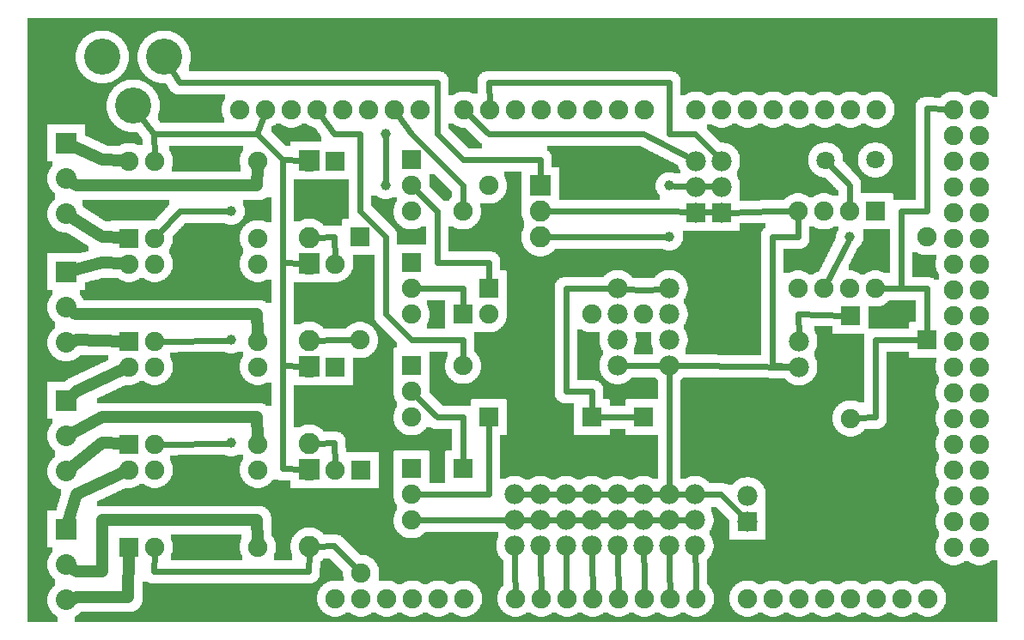
<source format=gbl>
G04 MADE WITH FRITZING*
G04 WWW.FRITZING.ORG*
G04 DOUBLE SIDED*
G04 HOLES PLATED*
G04 CONTOUR ON CENTER OF CONTOUR VECTOR*
%ASAXBY*%
%FSLAX23Y23*%
%MOIN*%
%OFA0B0*%
%SFA1.0B1.0*%
%ADD10C,0.075000*%
%ADD11C,0.080000*%
%ADD12C,0.078000*%
%ADD13C,0.082000*%
%ADD14C,0.070925*%
%ADD15C,0.070866*%
%ADD16C,0.140000*%
%ADD17C,0.039370*%
%ADD18R,0.080000X0.080000*%
%ADD19R,0.075000X0.075000*%
%ADD20R,0.082000X0.082000*%
%ADD21R,0.078000X0.078000*%
%ADD22C,0.024000*%
%ADD23C,0.048000*%
%LNCOPPER0*%
G90*
G70*
G54D10*
X715Y2314D03*
X665Y1843D03*
X2169Y1840D03*
X1145Y1697D03*
X3085Y1454D03*
X3327Y1488D03*
X655Y1514D03*
X3408Y1239D03*
X1905Y1634D03*
X683Y1026D03*
X673Y331D03*
X1329Y1355D03*
G54D11*
X194Y1401D03*
X194Y1263D03*
X194Y1126D03*
X194Y1901D03*
X194Y1763D03*
X194Y1626D03*
X194Y401D03*
X194Y263D03*
X194Y126D03*
X194Y901D03*
X194Y763D03*
X194Y626D03*
G54D12*
X2434Y536D03*
X2434Y436D03*
X2434Y336D03*
X2534Y536D03*
X2534Y436D03*
X2534Y336D03*
G54D10*
X868Y2032D03*
X968Y2032D03*
X1068Y2032D03*
X1168Y2032D03*
X1268Y2032D03*
X1368Y2032D03*
X1468Y2032D03*
X1568Y2032D03*
X1738Y2032D03*
X1838Y2032D03*
X1938Y2032D03*
X2038Y2032D03*
X2138Y2032D03*
X2238Y2032D03*
X2338Y2032D03*
X2438Y2032D03*
X1238Y132D03*
X1338Y132D03*
X1438Y132D03*
X1538Y132D03*
X1638Y132D03*
X1738Y132D03*
X1938Y132D03*
X2038Y132D03*
X2138Y132D03*
X2238Y132D03*
X2338Y132D03*
X2438Y132D03*
X2638Y2032D03*
X2738Y2032D03*
X2838Y2032D03*
X2938Y2032D03*
X3038Y2032D03*
X3138Y2032D03*
X3238Y2032D03*
X3338Y2032D03*
X2538Y132D03*
X2638Y132D03*
X2838Y132D03*
X2938Y132D03*
X3038Y132D03*
X3138Y132D03*
X3238Y132D03*
X3338Y132D03*
X3438Y132D03*
X3538Y132D03*
X3638Y2032D03*
X3738Y2032D03*
X3638Y1932D03*
X3738Y1932D03*
X3638Y1832D03*
X3738Y1832D03*
X3638Y1732D03*
X3738Y1732D03*
X3638Y1632D03*
X3738Y1632D03*
X3638Y1532D03*
X3738Y1532D03*
X3638Y1432D03*
X3738Y1432D03*
X3638Y1332D03*
X3738Y1332D03*
X3638Y1232D03*
X3738Y1232D03*
X3638Y1132D03*
X3738Y1132D03*
X3638Y1032D03*
X3738Y1032D03*
X3638Y932D03*
X3738Y932D03*
X3638Y832D03*
X3738Y832D03*
X3638Y732D03*
X3738Y732D03*
X3638Y632D03*
X3738Y632D03*
X3638Y532D03*
X3738Y532D03*
X3638Y432D03*
X3738Y432D03*
X3638Y332D03*
X3738Y332D03*
G54D12*
X2634Y536D03*
X2634Y436D03*
X2634Y336D03*
G54D10*
X1534Y836D03*
X1534Y936D03*
X1534Y1036D03*
X1534Y436D03*
X1534Y536D03*
X1534Y636D03*
X1534Y1636D03*
X1534Y1736D03*
X1534Y1836D03*
X1534Y1236D03*
X1534Y1336D03*
X1534Y1436D03*
X1734Y636D03*
X1734Y1036D03*
X1834Y1336D03*
X1834Y1736D03*
X1734Y1236D03*
X1734Y1636D03*
X1834Y836D03*
X1834Y1236D03*
X438Y732D03*
X538Y732D03*
X938Y732D03*
X938Y1032D03*
X538Y1032D03*
X438Y1032D03*
X438Y332D03*
X538Y332D03*
X938Y332D03*
X938Y632D03*
X538Y632D03*
X438Y632D03*
X438Y1532D03*
X538Y1532D03*
X938Y1532D03*
X938Y1832D03*
X538Y1832D03*
X438Y1832D03*
X438Y1132D03*
X538Y1132D03*
X938Y1132D03*
X938Y1432D03*
X538Y1432D03*
X438Y1432D03*
G54D13*
X1138Y1432D03*
X1138Y1134D03*
X1138Y1032D03*
X1138Y734D03*
X1138Y1832D03*
X1138Y1534D03*
X1138Y632D03*
X1138Y334D03*
X2034Y1736D03*
X2034Y1636D03*
X2034Y1536D03*
G54D10*
X3334Y1636D03*
X3334Y1336D03*
X3234Y1636D03*
X3234Y1336D03*
X3134Y1636D03*
X3134Y1336D03*
X3034Y1636D03*
X3034Y1336D03*
G54D14*
X3141Y1835D03*
G54D15*
X3334Y1836D03*
G54D12*
X2838Y432D03*
X2838Y532D03*
G54D10*
X3534Y1136D03*
X3534Y1536D03*
G54D12*
X2638Y1632D03*
X2638Y1732D03*
X2638Y1832D03*
X2738Y1632D03*
X2738Y1732D03*
X2738Y1832D03*
G54D10*
X2234Y836D03*
X2234Y1236D03*
X2434Y836D03*
X2434Y1236D03*
G54D12*
X1934Y536D03*
X1934Y436D03*
X1934Y336D03*
X2234Y536D03*
X2234Y436D03*
X2234Y336D03*
X2034Y536D03*
X2034Y436D03*
X2034Y336D03*
X2334Y536D03*
X2334Y436D03*
X2334Y336D03*
X2134Y536D03*
X2134Y436D03*
X2134Y336D03*
G54D16*
X574Y2236D03*
X334Y2236D03*
X454Y2046D03*
G54D10*
X1334Y1536D03*
X1334Y1136D03*
X1338Y632D03*
X1338Y232D03*
X1238Y1832D03*
X1238Y1432D03*
X1238Y1032D03*
X1238Y632D03*
G54D12*
X2334Y1336D03*
X2334Y1236D03*
X2334Y1136D03*
X2334Y1036D03*
X2534Y1336D03*
X2534Y1236D03*
X2534Y1136D03*
X2534Y1036D03*
G54D17*
X834Y736D03*
X1434Y1736D03*
X2534Y1736D03*
X2534Y1536D03*
X3234Y1536D03*
X1434Y1936D03*
X834Y1136D03*
X834Y1636D03*
G54D10*
X3238Y1232D03*
X3238Y832D03*
G54D12*
X3038Y1132D03*
X3038Y1032D03*
G54D18*
X194Y1401D03*
X194Y1901D03*
X194Y401D03*
X194Y901D03*
G54D19*
X1534Y1036D03*
X1534Y636D03*
X1534Y1836D03*
X1534Y1436D03*
X1734Y636D03*
X1834Y1336D03*
X1734Y1236D03*
X1834Y836D03*
X438Y732D03*
X438Y332D03*
X438Y1532D03*
X438Y1132D03*
G54D20*
X1138Y1433D03*
X1138Y1033D03*
X1138Y1833D03*
X1138Y633D03*
X2034Y1736D03*
G54D19*
X3334Y1636D03*
G54D21*
X2838Y432D03*
G54D19*
X3534Y1136D03*
G54D21*
X2638Y1632D03*
X2738Y1632D03*
G54D19*
X2234Y836D03*
X2434Y836D03*
X1334Y1536D03*
X1338Y632D03*
X1238Y1832D03*
X1238Y1032D03*
X3238Y1232D03*
G54D22*
X1934Y236D02*
X1934Y310D01*
D02*
X1937Y157D02*
X1934Y236D01*
D02*
X2134Y132D02*
X2134Y310D01*
D02*
X2113Y132D02*
X2134Y132D01*
D02*
X2038Y132D02*
X2035Y310D01*
D02*
X2013Y132D02*
X2038Y132D01*
D02*
X2238Y132D02*
X2235Y310D01*
D02*
X2213Y132D02*
X2238Y132D01*
D02*
X2438Y236D02*
X2438Y157D01*
D02*
X2435Y310D02*
X2438Y236D01*
D02*
X2534Y236D02*
X2537Y157D01*
D02*
X2534Y310D02*
X2534Y236D01*
D02*
X2638Y236D02*
X2635Y310D01*
D02*
X2638Y157D02*
X2638Y236D01*
D02*
X2338Y132D02*
X2335Y310D01*
D02*
X2313Y132D02*
X2338Y132D01*
G54D23*
D02*
X434Y136D02*
X437Y307D01*
D02*
X234Y136D02*
X434Y136D01*
D02*
X219Y132D02*
X234Y136D01*
D02*
X934Y436D02*
X937Y357D01*
D02*
X234Y236D02*
X334Y236D01*
D02*
X334Y236D02*
X334Y436D01*
D02*
X334Y436D02*
X934Y436D01*
D02*
X216Y248D02*
X234Y236D01*
D02*
X234Y536D02*
X415Y621D01*
D02*
X202Y426D02*
X234Y536D01*
D02*
X334Y736D02*
X413Y733D01*
D02*
X215Y642D02*
X334Y736D01*
D02*
X934Y836D02*
X937Y757D01*
D02*
X217Y775D02*
X334Y836D01*
D02*
X334Y836D02*
X934Y836D01*
D02*
X234Y936D02*
X405Y1016D01*
D02*
X222Y925D02*
X234Y936D01*
D02*
X234Y1136D02*
X413Y1132D01*
D02*
X219Y1132D02*
X234Y1136D01*
D02*
X934Y1236D02*
X936Y1168D01*
D02*
X234Y1236D02*
X934Y1236D01*
D02*
X225Y1242D02*
X234Y1236D01*
D02*
X334Y1436D02*
X413Y1433D01*
D02*
X219Y1407D02*
X334Y1436D01*
D02*
X334Y1536D02*
X413Y1533D01*
D02*
X216Y1611D02*
X334Y1536D01*
D02*
X934Y1736D02*
X937Y1807D01*
D02*
X234Y1736D02*
X934Y1736D01*
D02*
X216Y1748D02*
X234Y1736D01*
D02*
X334Y1836D02*
X413Y1833D01*
D02*
X218Y1890D02*
X334Y1836D01*
G54D22*
D02*
X1234Y1536D02*
X1237Y1457D01*
D02*
X1164Y1534D02*
X1234Y1536D01*
D02*
X1034Y1836D02*
X1111Y1833D01*
D02*
X1111Y1433D02*
X1034Y1436D01*
D02*
X1034Y1436D02*
X1034Y1836D01*
D02*
X1034Y1436D02*
X1111Y1433D01*
D02*
X1034Y1036D02*
X1034Y1436D01*
D02*
X1111Y1033D02*
X1034Y1036D01*
D02*
X1034Y1036D02*
X1111Y1033D01*
D02*
X1034Y636D02*
X1034Y1036D01*
D02*
X1111Y633D02*
X1034Y636D01*
D02*
X1134Y236D02*
X1137Y307D01*
D02*
X534Y236D02*
X1134Y236D01*
D02*
X537Y307D02*
X534Y236D01*
D02*
X1234Y336D02*
X1320Y249D01*
D02*
X1164Y334D02*
X1234Y336D01*
D02*
X1234Y736D02*
X1237Y657D01*
D02*
X1164Y734D02*
X1234Y736D01*
D02*
X1234Y1136D02*
X1309Y1136D01*
D02*
X1164Y1134D02*
X1234Y1136D01*
D02*
X1136Y1539D02*
X1138Y1534D01*
D02*
X534Y1936D02*
X537Y1857D01*
D02*
X934Y1936D02*
X534Y1936D01*
D02*
X960Y2008D02*
X934Y1936D01*
D02*
X534Y1936D02*
X537Y1857D01*
D02*
X478Y2012D02*
X534Y1936D01*
D02*
X934Y1936D02*
X960Y2008D01*
D02*
X1034Y1836D02*
X934Y1936D01*
D02*
X1111Y1833D02*
X1034Y1836D01*
D02*
X634Y2136D02*
X595Y2200D01*
D02*
X1634Y2136D02*
X634Y2136D01*
D02*
X1734Y1836D02*
X1634Y1936D01*
D02*
X1634Y1936D02*
X1634Y2136D01*
D02*
X2034Y1836D02*
X1734Y1836D01*
D02*
X2034Y1762D02*
X2034Y1836D01*
D02*
X2634Y1936D02*
X2720Y1850D01*
D02*
X1834Y2136D02*
X2534Y2136D01*
D02*
X2534Y1936D02*
X2634Y1936D01*
D02*
X2534Y2136D02*
X2534Y1936D01*
D02*
X1837Y2057D02*
X1834Y2136D01*
D02*
X2434Y1936D02*
X2615Y1843D01*
D02*
X1834Y1936D02*
X2434Y1936D01*
D02*
X1755Y2014D02*
X1834Y1936D01*
D02*
X563Y732D02*
X815Y735D01*
D02*
X1734Y1336D02*
X1734Y1260D01*
D02*
X1559Y1336D02*
X1734Y1336D01*
D02*
X1834Y536D02*
X1834Y811D01*
D02*
X1634Y536D02*
X1834Y536D01*
D02*
X1559Y536D02*
X1634Y536D01*
D02*
X1734Y836D02*
X1734Y660D01*
D02*
X1552Y918D02*
X1634Y836D01*
D02*
X1634Y836D02*
X1734Y836D01*
D02*
X1834Y1436D02*
X1834Y1360D01*
D02*
X1634Y1636D02*
X1634Y1436D01*
D02*
X1552Y1718D02*
X1634Y1636D01*
D02*
X1634Y1436D02*
X1834Y1436D01*
D02*
X1434Y1536D02*
X1434Y1236D01*
D02*
X1434Y1236D02*
X1534Y1136D01*
D02*
X1534Y1136D02*
X1734Y1136D01*
D02*
X1734Y1136D02*
X1734Y1060D01*
D02*
X1234Y1936D02*
X1334Y1936D01*
D02*
X1334Y1636D02*
X1434Y1536D01*
D02*
X1334Y1936D02*
X1334Y1636D01*
D02*
X1182Y2011D02*
X1234Y1936D01*
D02*
X1634Y1836D02*
X1734Y1736D01*
D02*
X1734Y1736D02*
X1734Y1660D01*
D02*
X1534Y1936D02*
X1634Y1836D01*
D02*
X1482Y2011D02*
X1534Y1936D01*
D02*
X1734Y436D02*
X1559Y436D01*
D02*
X1908Y436D02*
X1734Y436D01*
D02*
X2734Y536D02*
X2820Y450D01*
D02*
X2660Y536D02*
X2734Y536D01*
D02*
X2534Y536D02*
X2608Y536D01*
D02*
X2434Y536D02*
X2508Y536D01*
D02*
X2334Y536D02*
X2408Y536D01*
D02*
X2260Y536D02*
X2334Y536D01*
D02*
X2160Y536D02*
X2234Y536D01*
D02*
X2060Y536D02*
X2134Y536D01*
D02*
X1960Y536D02*
X2034Y536D01*
D02*
X2034Y436D02*
X1960Y436D01*
D02*
X2134Y436D02*
X2060Y436D01*
D02*
X2208Y436D02*
X2134Y436D01*
D02*
X2334Y436D02*
X2260Y436D01*
D02*
X2534Y836D02*
X2534Y561D01*
D02*
X2534Y1010D02*
X2534Y836D01*
D02*
X2334Y836D02*
X2259Y836D01*
D02*
X2409Y836D02*
X2334Y836D01*
D02*
X2234Y936D02*
X2234Y860D01*
D02*
X2134Y1336D02*
X2134Y936D01*
D02*
X2134Y936D02*
X2234Y936D01*
D02*
X2308Y1336D02*
X2134Y1336D01*
D02*
X2438Y1332D02*
X2360Y1335D01*
D02*
X2508Y1335D02*
X2438Y1332D01*
D02*
X2534Y1636D02*
X2612Y1633D01*
D02*
X2061Y1636D02*
X2534Y1636D01*
D02*
X2515Y1536D02*
X2061Y1536D01*
D02*
X2612Y1733D02*
X2553Y1735D01*
D02*
X2634Y1636D02*
X2712Y1633D01*
D02*
X2620Y1650D02*
X2634Y1636D01*
D02*
X2734Y1736D02*
X2663Y1733D01*
D02*
X2720Y1750D02*
X2734Y1736D01*
D02*
X2434Y1036D02*
X2508Y1036D01*
D02*
X2360Y1036D02*
X2434Y1036D01*
D02*
X2934Y1636D02*
X3009Y1636D01*
D02*
X2763Y1632D02*
X2934Y1636D01*
D02*
X2934Y1036D02*
X3012Y1033D01*
D02*
X2934Y1536D02*
X2934Y1036D01*
D02*
X3034Y1536D02*
X2934Y1536D01*
D02*
X3034Y1611D02*
X3034Y1536D01*
D02*
X2634Y1036D02*
X2534Y1036D01*
D02*
X3012Y1032D02*
X2634Y1036D01*
D02*
X3234Y1736D02*
X3157Y1818D01*
D02*
X3234Y1660D02*
X3234Y1736D01*
D02*
X3434Y1336D02*
X3359Y1336D01*
D02*
X3434Y1636D02*
X3434Y1336D01*
D02*
X3534Y1636D02*
X3434Y1636D01*
D02*
X3534Y2036D02*
X3534Y1636D01*
D02*
X3613Y2033D02*
X3534Y2036D01*
D02*
X3534Y1336D02*
X3534Y1160D01*
D02*
X3434Y1336D02*
X3534Y1336D01*
D02*
X3359Y1336D02*
X3434Y1336D01*
D02*
X3334Y836D02*
X3263Y833D01*
D02*
X3334Y1136D02*
X3334Y836D01*
D02*
X3434Y1136D02*
X3334Y1136D01*
D02*
X3509Y1136D02*
X3434Y1136D01*
D02*
X3034Y1236D02*
X3213Y1232D01*
D02*
X3037Y1157D02*
X3034Y1236D01*
D02*
X3226Y1519D02*
X3145Y1358D01*
D02*
X2608Y436D02*
X2534Y436D01*
D02*
X2508Y436D02*
X2434Y436D01*
D02*
X2434Y436D02*
X2360Y436D01*
D02*
X1434Y1917D02*
X1434Y1755D01*
D02*
X563Y1132D02*
X815Y1135D01*
D02*
X634Y1636D02*
X815Y1636D01*
D02*
X555Y1550D02*
X634Y1636D01*
G36*
X1008Y1976D02*
X1008Y1974D01*
X1006Y1974D01*
X1006Y1972D01*
X1002Y1972D01*
X1002Y1970D01*
X998Y1970D01*
X998Y1968D01*
X994Y1968D01*
X994Y1966D01*
X992Y1966D01*
X992Y1962D01*
X1054Y1962D01*
X1054Y1964D01*
X1046Y1964D01*
X1046Y1966D01*
X1040Y1966D01*
X1040Y1968D01*
X1036Y1968D01*
X1036Y1970D01*
X1034Y1970D01*
X1034Y1972D01*
X1030Y1972D01*
X1030Y1974D01*
X1028Y1974D01*
X1028Y1976D01*
X1008Y1976D01*
G37*
D02*
G36*
X1108Y1976D02*
X1108Y1974D01*
X1106Y1974D01*
X1106Y1972D01*
X1102Y1972D01*
X1102Y1970D01*
X1098Y1970D01*
X1098Y1968D01*
X1094Y1968D01*
X1094Y1966D01*
X1090Y1966D01*
X1090Y1964D01*
X1082Y1964D01*
X1082Y1962D01*
X1154Y1962D01*
X1154Y1964D01*
X1146Y1964D01*
X1146Y1966D01*
X1140Y1966D01*
X1140Y1968D01*
X1136Y1968D01*
X1136Y1970D01*
X1134Y1970D01*
X1134Y1972D01*
X1130Y1972D01*
X1130Y1974D01*
X1128Y1974D01*
X1128Y1976D01*
X1108Y1976D01*
G37*
D02*
G36*
X992Y1962D02*
X992Y1960D01*
X1160Y1960D01*
X1160Y1962D01*
X992Y1962D01*
G37*
D02*
G36*
X992Y1962D02*
X992Y1960D01*
X1160Y1960D01*
X1160Y1962D01*
X992Y1962D01*
G37*
D02*
G36*
X992Y1960D02*
X992Y1944D01*
X994Y1944D01*
X994Y1942D01*
X996Y1942D01*
X996Y1940D01*
X998Y1940D01*
X998Y1938D01*
X1000Y1938D01*
X1000Y1936D01*
X1002Y1936D01*
X1002Y1934D01*
X1004Y1934D01*
X1004Y1932D01*
X1006Y1932D01*
X1006Y1930D01*
X1008Y1930D01*
X1008Y1928D01*
X1010Y1928D01*
X1010Y1926D01*
X1012Y1926D01*
X1012Y1924D01*
X1014Y1924D01*
X1014Y1922D01*
X1016Y1922D01*
X1016Y1920D01*
X1018Y1920D01*
X1018Y1918D01*
X1020Y1918D01*
X1020Y1916D01*
X1022Y1916D01*
X1022Y1914D01*
X1024Y1914D01*
X1024Y1912D01*
X1026Y1912D01*
X1026Y1910D01*
X1028Y1910D01*
X1028Y1908D01*
X1030Y1908D01*
X1030Y1906D01*
X1032Y1906D01*
X1032Y1904D01*
X1034Y1904D01*
X1034Y1902D01*
X1036Y1902D01*
X1036Y1900D01*
X1038Y1900D01*
X1038Y1898D01*
X1040Y1898D01*
X1040Y1896D01*
X1042Y1896D01*
X1042Y1894D01*
X1044Y1894D01*
X1044Y1892D01*
X1064Y1892D01*
X1064Y1906D01*
X1184Y1906D01*
X1184Y1928D01*
X1182Y1928D01*
X1182Y1930D01*
X1180Y1930D01*
X1180Y1934D01*
X1178Y1934D01*
X1178Y1936D01*
X1176Y1936D01*
X1176Y1940D01*
X1174Y1940D01*
X1174Y1942D01*
X1172Y1942D01*
X1172Y1944D01*
X1170Y1944D01*
X1170Y1948D01*
X1168Y1948D01*
X1168Y1950D01*
X1166Y1950D01*
X1166Y1954D01*
X1164Y1954D01*
X1164Y1956D01*
X1162Y1956D01*
X1162Y1960D01*
X992Y1960D01*
G37*
D02*
G36*
X1678Y1976D02*
X1678Y1958D01*
X1680Y1958D01*
X1680Y1956D01*
X1682Y1956D01*
X1682Y1954D01*
X1684Y1954D01*
X1684Y1952D01*
X1686Y1952D01*
X1686Y1950D01*
X1688Y1950D01*
X1688Y1948D01*
X1690Y1948D01*
X1690Y1946D01*
X1692Y1946D01*
X1692Y1944D01*
X1694Y1944D01*
X1694Y1942D01*
X1696Y1942D01*
X1696Y1940D01*
X1698Y1940D01*
X1698Y1938D01*
X1700Y1938D01*
X1700Y1936D01*
X1702Y1936D01*
X1702Y1934D01*
X1704Y1934D01*
X1704Y1932D01*
X1706Y1932D01*
X1706Y1930D01*
X1708Y1930D01*
X1708Y1928D01*
X1710Y1928D01*
X1710Y1926D01*
X1712Y1926D01*
X1712Y1924D01*
X1714Y1924D01*
X1714Y1922D01*
X1716Y1922D01*
X1716Y1920D01*
X1718Y1920D01*
X1718Y1918D01*
X1720Y1918D01*
X1720Y1916D01*
X1722Y1916D01*
X1722Y1914D01*
X1724Y1914D01*
X1724Y1912D01*
X1726Y1912D01*
X1726Y1910D01*
X1728Y1910D01*
X1728Y1908D01*
X1730Y1908D01*
X1730Y1906D01*
X1732Y1906D01*
X1732Y1904D01*
X1734Y1904D01*
X1734Y1902D01*
X1736Y1902D01*
X1736Y1900D01*
X1738Y1900D01*
X1738Y1898D01*
X1740Y1898D01*
X1740Y1896D01*
X1742Y1896D01*
X1742Y1894D01*
X1744Y1894D01*
X1744Y1892D01*
X1746Y1892D01*
X1746Y1890D01*
X1748Y1890D01*
X1748Y1888D01*
X1750Y1888D01*
X1750Y1886D01*
X1752Y1886D01*
X1752Y1884D01*
X1754Y1884D01*
X1754Y1882D01*
X1756Y1882D01*
X1756Y1880D01*
X1806Y1880D01*
X1806Y1900D01*
X1802Y1900D01*
X1802Y1902D01*
X1800Y1902D01*
X1800Y1904D01*
X1798Y1904D01*
X1798Y1906D01*
X1796Y1906D01*
X1796Y1908D01*
X1794Y1908D01*
X1794Y1910D01*
X1792Y1910D01*
X1792Y1912D01*
X1790Y1912D01*
X1790Y1914D01*
X1788Y1914D01*
X1788Y1916D01*
X1786Y1916D01*
X1786Y1918D01*
X1784Y1918D01*
X1784Y1920D01*
X1782Y1920D01*
X1782Y1922D01*
X1780Y1922D01*
X1780Y1924D01*
X1778Y1924D01*
X1778Y1926D01*
X1776Y1926D01*
X1776Y1928D01*
X1774Y1928D01*
X1774Y1930D01*
X1772Y1930D01*
X1772Y1932D01*
X1770Y1932D01*
X1770Y1934D01*
X1768Y1934D01*
X1768Y1936D01*
X1766Y1936D01*
X1766Y1938D01*
X1764Y1938D01*
X1764Y1940D01*
X1762Y1940D01*
X1762Y1942D01*
X1760Y1942D01*
X1760Y1944D01*
X1758Y1944D01*
X1758Y1946D01*
X1756Y1946D01*
X1756Y1948D01*
X1754Y1948D01*
X1754Y1950D01*
X1752Y1950D01*
X1752Y1952D01*
X1750Y1952D01*
X1750Y1954D01*
X1748Y1954D01*
X1748Y1956D01*
X1746Y1956D01*
X1746Y1958D01*
X1744Y1958D01*
X1744Y1960D01*
X1742Y1960D01*
X1742Y1962D01*
X1724Y1962D01*
X1724Y1964D01*
X1716Y1964D01*
X1716Y1966D01*
X1710Y1966D01*
X1710Y1968D01*
X1706Y1968D01*
X1706Y1970D01*
X1704Y1970D01*
X1704Y1972D01*
X1700Y1972D01*
X1700Y1974D01*
X1698Y1974D01*
X1698Y1976D01*
X1678Y1976D01*
G37*
D02*
G36*
X44Y2388D02*
X44Y2338D01*
X592Y2338D01*
X592Y2336D01*
X602Y2336D01*
X602Y2334D01*
X608Y2334D01*
X608Y2332D01*
X612Y2332D01*
X612Y2330D01*
X618Y2330D01*
X618Y2328D01*
X622Y2328D01*
X622Y2326D01*
X624Y2326D01*
X624Y2324D01*
X628Y2324D01*
X628Y2322D01*
X630Y2322D01*
X630Y2320D01*
X634Y2320D01*
X634Y2318D01*
X636Y2318D01*
X636Y2316D01*
X638Y2316D01*
X638Y2314D01*
X642Y2314D01*
X642Y2312D01*
X644Y2312D01*
X644Y2310D01*
X646Y2310D01*
X646Y2308D01*
X648Y2308D01*
X648Y2306D01*
X650Y2306D01*
X650Y2304D01*
X652Y2304D01*
X652Y2300D01*
X654Y2300D01*
X654Y2298D01*
X656Y2298D01*
X656Y2296D01*
X658Y2296D01*
X658Y2294D01*
X660Y2294D01*
X660Y2290D01*
X662Y2290D01*
X662Y2286D01*
X664Y2286D01*
X664Y2284D01*
X666Y2284D01*
X666Y2280D01*
X668Y2280D01*
X668Y2276D01*
X670Y2276D01*
X670Y2270D01*
X672Y2270D01*
X672Y2264D01*
X674Y2264D01*
X674Y2256D01*
X676Y2256D01*
X676Y2216D01*
X674Y2216D01*
X674Y2208D01*
X672Y2208D01*
X672Y2202D01*
X670Y2202D01*
X670Y2180D01*
X2548Y2180D01*
X2548Y2178D01*
X2556Y2178D01*
X2556Y2176D01*
X2560Y2176D01*
X2560Y2174D01*
X2562Y2174D01*
X2562Y2172D01*
X2564Y2172D01*
X2564Y2170D01*
X2568Y2170D01*
X2568Y2166D01*
X2570Y2166D01*
X2570Y2164D01*
X2572Y2164D01*
X2572Y2162D01*
X2574Y2162D01*
X2574Y2158D01*
X2576Y2158D01*
X2576Y2152D01*
X2578Y2152D01*
X2578Y2102D01*
X3752Y2102D01*
X3752Y2100D01*
X3760Y2100D01*
X3760Y2098D01*
X3764Y2098D01*
X3764Y2096D01*
X3768Y2096D01*
X3768Y2094D01*
X3772Y2094D01*
X3772Y2092D01*
X3776Y2092D01*
X3776Y2090D01*
X3778Y2090D01*
X3778Y2088D01*
X3780Y2088D01*
X3780Y2086D01*
X3784Y2086D01*
X3784Y2084D01*
X3786Y2084D01*
X3786Y2082D01*
X3806Y2082D01*
X3806Y2388D01*
X44Y2388D01*
G37*
D02*
G36*
X44Y2338D02*
X44Y2134D01*
X314Y2134D01*
X314Y2136D01*
X306Y2136D01*
X306Y2138D01*
X300Y2138D01*
X300Y2140D01*
X294Y2140D01*
X294Y2142D01*
X290Y2142D01*
X290Y2144D01*
X286Y2144D01*
X286Y2146D01*
X282Y2146D01*
X282Y2148D01*
X280Y2148D01*
X280Y2150D01*
X276Y2150D01*
X276Y2152D01*
X274Y2152D01*
X274Y2154D01*
X272Y2154D01*
X272Y2156D01*
X268Y2156D01*
X268Y2158D01*
X266Y2158D01*
X266Y2160D01*
X264Y2160D01*
X264Y2162D01*
X262Y2162D01*
X262Y2164D01*
X260Y2164D01*
X260Y2166D01*
X258Y2166D01*
X258Y2168D01*
X256Y2168D01*
X256Y2170D01*
X254Y2170D01*
X254Y2174D01*
X252Y2174D01*
X252Y2176D01*
X250Y2176D01*
X250Y2178D01*
X248Y2178D01*
X248Y2182D01*
X246Y2182D01*
X246Y2184D01*
X244Y2184D01*
X244Y2188D01*
X242Y2188D01*
X242Y2192D01*
X240Y2192D01*
X240Y2196D01*
X238Y2196D01*
X238Y2202D01*
X236Y2202D01*
X236Y2208D01*
X234Y2208D01*
X234Y2218D01*
X232Y2218D01*
X232Y2254D01*
X234Y2254D01*
X234Y2264D01*
X236Y2264D01*
X236Y2270D01*
X238Y2270D01*
X238Y2274D01*
X240Y2274D01*
X240Y2280D01*
X242Y2280D01*
X242Y2284D01*
X244Y2284D01*
X244Y2286D01*
X246Y2286D01*
X246Y2290D01*
X248Y2290D01*
X248Y2292D01*
X250Y2292D01*
X250Y2296D01*
X252Y2296D01*
X252Y2298D01*
X254Y2298D01*
X254Y2300D01*
X256Y2300D01*
X256Y2304D01*
X258Y2304D01*
X258Y2306D01*
X260Y2306D01*
X260Y2308D01*
X262Y2308D01*
X262Y2310D01*
X264Y2310D01*
X264Y2312D01*
X266Y2312D01*
X266Y2314D01*
X270Y2314D01*
X270Y2316D01*
X272Y2316D01*
X272Y2318D01*
X274Y2318D01*
X274Y2320D01*
X278Y2320D01*
X278Y2322D01*
X280Y2322D01*
X280Y2324D01*
X284Y2324D01*
X284Y2326D01*
X286Y2326D01*
X286Y2328D01*
X290Y2328D01*
X290Y2330D01*
X296Y2330D01*
X296Y2332D01*
X300Y2332D01*
X300Y2334D01*
X306Y2334D01*
X306Y2336D01*
X316Y2336D01*
X316Y2338D01*
X44Y2338D01*
G37*
D02*
G36*
X352Y2338D02*
X352Y2336D01*
X362Y2336D01*
X362Y2334D01*
X368Y2334D01*
X368Y2332D01*
X372Y2332D01*
X372Y2330D01*
X378Y2330D01*
X378Y2328D01*
X382Y2328D01*
X382Y2326D01*
X384Y2326D01*
X384Y2324D01*
X388Y2324D01*
X388Y2322D01*
X390Y2322D01*
X390Y2320D01*
X394Y2320D01*
X394Y2318D01*
X396Y2318D01*
X396Y2316D01*
X398Y2316D01*
X398Y2314D01*
X402Y2314D01*
X402Y2312D01*
X404Y2312D01*
X404Y2310D01*
X406Y2310D01*
X406Y2308D01*
X408Y2308D01*
X408Y2306D01*
X410Y2306D01*
X410Y2304D01*
X412Y2304D01*
X412Y2300D01*
X414Y2300D01*
X414Y2298D01*
X416Y2298D01*
X416Y2296D01*
X418Y2296D01*
X418Y2294D01*
X420Y2294D01*
X420Y2290D01*
X422Y2290D01*
X422Y2286D01*
X424Y2286D01*
X424Y2284D01*
X426Y2284D01*
X426Y2280D01*
X428Y2280D01*
X428Y2276D01*
X430Y2276D01*
X430Y2270D01*
X432Y2270D01*
X432Y2264D01*
X434Y2264D01*
X434Y2256D01*
X436Y2256D01*
X436Y2216D01*
X434Y2216D01*
X434Y2208D01*
X432Y2208D01*
X432Y2202D01*
X430Y2202D01*
X430Y2196D01*
X428Y2196D01*
X428Y2192D01*
X426Y2192D01*
X426Y2188D01*
X424Y2188D01*
X424Y2184D01*
X422Y2184D01*
X422Y2182D01*
X420Y2182D01*
X420Y2178D01*
X418Y2178D01*
X418Y2176D01*
X416Y2176D01*
X416Y2174D01*
X414Y2174D01*
X414Y2170D01*
X412Y2170D01*
X412Y2168D01*
X410Y2168D01*
X410Y2166D01*
X408Y2166D01*
X408Y2164D01*
X406Y2164D01*
X406Y2162D01*
X404Y2162D01*
X404Y2160D01*
X402Y2160D01*
X402Y2158D01*
X400Y2158D01*
X400Y2156D01*
X398Y2156D01*
X398Y2154D01*
X394Y2154D01*
X394Y2152D01*
X392Y2152D01*
X392Y2150D01*
X388Y2150D01*
X388Y2148D01*
X472Y2148D01*
X472Y2146D01*
X482Y2146D01*
X482Y2144D01*
X488Y2144D01*
X488Y2142D01*
X492Y2142D01*
X492Y2140D01*
X498Y2140D01*
X498Y2138D01*
X502Y2138D01*
X502Y2136D01*
X504Y2136D01*
X504Y2134D01*
X508Y2134D01*
X508Y2132D01*
X510Y2132D01*
X510Y2130D01*
X514Y2130D01*
X514Y2128D01*
X516Y2128D01*
X516Y2126D01*
X518Y2126D01*
X518Y2124D01*
X522Y2124D01*
X522Y2122D01*
X524Y2122D01*
X524Y2120D01*
X526Y2120D01*
X526Y2118D01*
X528Y2118D01*
X528Y2116D01*
X530Y2116D01*
X530Y2114D01*
X532Y2114D01*
X532Y2110D01*
X534Y2110D01*
X534Y2108D01*
X536Y2108D01*
X536Y2106D01*
X538Y2106D01*
X538Y2104D01*
X540Y2104D01*
X540Y2100D01*
X542Y2100D01*
X542Y2096D01*
X544Y2096D01*
X544Y2094D01*
X546Y2094D01*
X546Y2090D01*
X548Y2090D01*
X548Y2086D01*
X550Y2086D01*
X550Y2080D01*
X552Y2080D01*
X552Y2074D01*
X554Y2074D01*
X554Y2066D01*
X556Y2066D01*
X556Y2026D01*
X554Y2026D01*
X554Y2018D01*
X552Y2018D01*
X552Y2012D01*
X550Y2012D01*
X550Y1992D01*
X552Y1992D01*
X552Y1990D01*
X554Y1990D01*
X554Y1986D01*
X556Y1986D01*
X556Y1984D01*
X558Y1984D01*
X558Y1980D01*
X806Y1980D01*
X806Y2000D01*
X804Y2000D01*
X804Y2004D01*
X802Y2004D01*
X802Y2010D01*
X800Y2010D01*
X800Y2018D01*
X798Y2018D01*
X798Y2046D01*
X800Y2046D01*
X800Y2054D01*
X802Y2054D01*
X802Y2060D01*
X804Y2060D01*
X804Y2064D01*
X806Y2064D01*
X806Y2068D01*
X808Y2068D01*
X808Y2070D01*
X810Y2070D01*
X810Y2072D01*
X812Y2072D01*
X812Y2092D01*
X618Y2092D01*
X618Y2094D01*
X612Y2094D01*
X612Y2096D01*
X608Y2096D01*
X608Y2098D01*
X606Y2098D01*
X606Y2100D01*
X602Y2100D01*
X602Y2102D01*
X600Y2102D01*
X600Y2104D01*
X598Y2104D01*
X598Y2108D01*
X596Y2108D01*
X596Y2110D01*
X594Y2110D01*
X594Y2114D01*
X592Y2114D01*
X592Y2116D01*
X590Y2116D01*
X590Y2120D01*
X588Y2120D01*
X588Y2124D01*
X586Y2124D01*
X586Y2126D01*
X584Y2126D01*
X584Y2130D01*
X582Y2130D01*
X582Y2134D01*
X554Y2134D01*
X554Y2136D01*
X546Y2136D01*
X546Y2138D01*
X540Y2138D01*
X540Y2140D01*
X534Y2140D01*
X534Y2142D01*
X530Y2142D01*
X530Y2144D01*
X526Y2144D01*
X526Y2146D01*
X522Y2146D01*
X522Y2148D01*
X520Y2148D01*
X520Y2150D01*
X516Y2150D01*
X516Y2152D01*
X514Y2152D01*
X514Y2154D01*
X512Y2154D01*
X512Y2156D01*
X508Y2156D01*
X508Y2158D01*
X506Y2158D01*
X506Y2160D01*
X504Y2160D01*
X504Y2162D01*
X502Y2162D01*
X502Y2164D01*
X500Y2164D01*
X500Y2166D01*
X498Y2166D01*
X498Y2168D01*
X496Y2168D01*
X496Y2170D01*
X494Y2170D01*
X494Y2174D01*
X492Y2174D01*
X492Y2176D01*
X490Y2176D01*
X490Y2178D01*
X488Y2178D01*
X488Y2182D01*
X486Y2182D01*
X486Y2184D01*
X484Y2184D01*
X484Y2188D01*
X482Y2188D01*
X482Y2192D01*
X480Y2192D01*
X480Y2196D01*
X478Y2196D01*
X478Y2202D01*
X476Y2202D01*
X476Y2208D01*
X474Y2208D01*
X474Y2218D01*
X472Y2218D01*
X472Y2254D01*
X474Y2254D01*
X474Y2264D01*
X476Y2264D01*
X476Y2270D01*
X478Y2270D01*
X478Y2274D01*
X480Y2274D01*
X480Y2280D01*
X482Y2280D01*
X482Y2284D01*
X484Y2284D01*
X484Y2286D01*
X486Y2286D01*
X486Y2290D01*
X488Y2290D01*
X488Y2292D01*
X490Y2292D01*
X490Y2296D01*
X492Y2296D01*
X492Y2298D01*
X494Y2298D01*
X494Y2300D01*
X496Y2300D01*
X496Y2304D01*
X498Y2304D01*
X498Y2306D01*
X500Y2306D01*
X500Y2308D01*
X502Y2308D01*
X502Y2310D01*
X504Y2310D01*
X504Y2312D01*
X506Y2312D01*
X506Y2314D01*
X510Y2314D01*
X510Y2316D01*
X512Y2316D01*
X512Y2318D01*
X514Y2318D01*
X514Y2320D01*
X518Y2320D01*
X518Y2322D01*
X520Y2322D01*
X520Y2324D01*
X524Y2324D01*
X524Y2326D01*
X526Y2326D01*
X526Y2328D01*
X530Y2328D01*
X530Y2330D01*
X536Y2330D01*
X536Y2332D01*
X540Y2332D01*
X540Y2334D01*
X546Y2334D01*
X546Y2336D01*
X556Y2336D01*
X556Y2338D01*
X352Y2338D01*
G37*
D02*
G36*
X1648Y2180D02*
X1648Y2178D01*
X1656Y2178D01*
X1656Y2176D01*
X1660Y2176D01*
X1660Y2174D01*
X1662Y2174D01*
X1662Y2172D01*
X1664Y2172D01*
X1664Y2170D01*
X1668Y2170D01*
X1668Y2166D01*
X1670Y2166D01*
X1670Y2164D01*
X1672Y2164D01*
X1672Y2162D01*
X1674Y2162D01*
X1674Y2158D01*
X1676Y2158D01*
X1676Y2152D01*
X1678Y2152D01*
X1678Y2102D01*
X1752Y2102D01*
X1752Y2100D01*
X1760Y2100D01*
X1760Y2098D01*
X1764Y2098D01*
X1764Y2096D01*
X1768Y2096D01*
X1768Y2094D01*
X1790Y2094D01*
X1790Y2152D01*
X1792Y2152D01*
X1792Y2158D01*
X1794Y2158D01*
X1794Y2162D01*
X1796Y2162D01*
X1796Y2164D01*
X1798Y2164D01*
X1798Y2166D01*
X1800Y2166D01*
X1800Y2168D01*
X1802Y2168D01*
X1802Y2170D01*
X1804Y2170D01*
X1804Y2172D01*
X1806Y2172D01*
X1806Y2174D01*
X1808Y2174D01*
X1808Y2176D01*
X1814Y2176D01*
X1814Y2178D01*
X1820Y2178D01*
X1820Y2180D01*
X1648Y2180D01*
G37*
D02*
G36*
X386Y2148D02*
X386Y2146D01*
X382Y2146D01*
X382Y2144D01*
X378Y2144D01*
X378Y2142D01*
X374Y2142D01*
X374Y2140D01*
X370Y2140D01*
X370Y2138D01*
X364Y2138D01*
X364Y2136D01*
X354Y2136D01*
X354Y2134D01*
X404Y2134D01*
X404Y2136D01*
X406Y2136D01*
X406Y2138D01*
X410Y2138D01*
X410Y2140D01*
X416Y2140D01*
X416Y2142D01*
X420Y2142D01*
X420Y2144D01*
X426Y2144D01*
X426Y2146D01*
X436Y2146D01*
X436Y2148D01*
X386Y2148D01*
G37*
D02*
G36*
X44Y2134D02*
X44Y2132D01*
X400Y2132D01*
X400Y2134D01*
X44Y2134D01*
G37*
D02*
G36*
X44Y2134D02*
X44Y2132D01*
X400Y2132D01*
X400Y2134D01*
X44Y2134D01*
G37*
D02*
G36*
X44Y2132D02*
X44Y1974D01*
X266Y1974D01*
X266Y1932D01*
X268Y1932D01*
X268Y1930D01*
X272Y1930D01*
X272Y1928D01*
X276Y1928D01*
X276Y1926D01*
X280Y1926D01*
X280Y1924D01*
X286Y1924D01*
X286Y1922D01*
X290Y1922D01*
X290Y1920D01*
X294Y1920D01*
X294Y1918D01*
X298Y1918D01*
X298Y1916D01*
X302Y1916D01*
X302Y1914D01*
X306Y1914D01*
X306Y1912D01*
X310Y1912D01*
X310Y1910D01*
X316Y1910D01*
X316Y1908D01*
X320Y1908D01*
X320Y1906D01*
X324Y1906D01*
X324Y1904D01*
X328Y1904D01*
X328Y1902D01*
X452Y1902D01*
X452Y1900D01*
X460Y1900D01*
X460Y1898D01*
X464Y1898D01*
X464Y1896D01*
X468Y1896D01*
X468Y1894D01*
X490Y1894D01*
X490Y1918D01*
X488Y1918D01*
X488Y1920D01*
X486Y1920D01*
X486Y1924D01*
X484Y1924D01*
X484Y1926D01*
X482Y1926D01*
X482Y1930D01*
X480Y1930D01*
X480Y1932D01*
X478Y1932D01*
X478Y1934D01*
X476Y1934D01*
X476Y1938D01*
X474Y1938D01*
X474Y1940D01*
X472Y1940D01*
X472Y1942D01*
X470Y1942D01*
X470Y1944D01*
X434Y1944D01*
X434Y1946D01*
X426Y1946D01*
X426Y1948D01*
X420Y1948D01*
X420Y1950D01*
X414Y1950D01*
X414Y1952D01*
X410Y1952D01*
X410Y1954D01*
X406Y1954D01*
X406Y1956D01*
X402Y1956D01*
X402Y1958D01*
X400Y1958D01*
X400Y1960D01*
X396Y1960D01*
X396Y1962D01*
X394Y1962D01*
X394Y1964D01*
X392Y1964D01*
X392Y1966D01*
X388Y1966D01*
X388Y1968D01*
X386Y1968D01*
X386Y1970D01*
X384Y1970D01*
X384Y1972D01*
X382Y1972D01*
X382Y1974D01*
X380Y1974D01*
X380Y1976D01*
X378Y1976D01*
X378Y1978D01*
X376Y1978D01*
X376Y1980D01*
X374Y1980D01*
X374Y1984D01*
X372Y1984D01*
X372Y1986D01*
X370Y1986D01*
X370Y1988D01*
X368Y1988D01*
X368Y1992D01*
X366Y1992D01*
X366Y1994D01*
X364Y1994D01*
X364Y1998D01*
X362Y1998D01*
X362Y2002D01*
X360Y2002D01*
X360Y2006D01*
X358Y2006D01*
X358Y2012D01*
X356Y2012D01*
X356Y2018D01*
X354Y2018D01*
X354Y2028D01*
X352Y2028D01*
X352Y2064D01*
X354Y2064D01*
X354Y2074D01*
X356Y2074D01*
X356Y2080D01*
X358Y2080D01*
X358Y2084D01*
X360Y2084D01*
X360Y2090D01*
X362Y2090D01*
X362Y2094D01*
X364Y2094D01*
X364Y2096D01*
X366Y2096D01*
X366Y2100D01*
X368Y2100D01*
X368Y2102D01*
X370Y2102D01*
X370Y2106D01*
X372Y2106D01*
X372Y2108D01*
X374Y2108D01*
X374Y2110D01*
X376Y2110D01*
X376Y2114D01*
X378Y2114D01*
X378Y2116D01*
X380Y2116D01*
X380Y2118D01*
X382Y2118D01*
X382Y2120D01*
X384Y2120D01*
X384Y2122D01*
X386Y2122D01*
X386Y2124D01*
X390Y2124D01*
X390Y2126D01*
X392Y2126D01*
X392Y2128D01*
X394Y2128D01*
X394Y2130D01*
X398Y2130D01*
X398Y2132D01*
X44Y2132D01*
G37*
D02*
G36*
X1678Y2102D02*
X1678Y2088D01*
X1698Y2088D01*
X1698Y2090D01*
X1700Y2090D01*
X1700Y2092D01*
X1704Y2092D01*
X1704Y2094D01*
X1706Y2094D01*
X1706Y2096D01*
X1710Y2096D01*
X1710Y2098D01*
X1716Y2098D01*
X1716Y2100D01*
X1724Y2100D01*
X1724Y2102D01*
X1678Y2102D01*
G37*
D02*
G36*
X2578Y2102D02*
X2578Y2088D01*
X2598Y2088D01*
X2598Y2090D01*
X2600Y2090D01*
X2600Y2092D01*
X2604Y2092D01*
X2604Y2094D01*
X2606Y2094D01*
X2606Y2096D01*
X2610Y2096D01*
X2610Y2098D01*
X2616Y2098D01*
X2616Y2100D01*
X2624Y2100D01*
X2624Y2102D01*
X2578Y2102D01*
G37*
D02*
G36*
X2652Y2102D02*
X2652Y2100D01*
X2660Y2100D01*
X2660Y2098D01*
X2664Y2098D01*
X2664Y2096D01*
X2668Y2096D01*
X2668Y2094D01*
X2672Y2094D01*
X2672Y2092D01*
X2676Y2092D01*
X2676Y2090D01*
X2678Y2090D01*
X2678Y2088D01*
X2698Y2088D01*
X2698Y2090D01*
X2700Y2090D01*
X2700Y2092D01*
X2704Y2092D01*
X2704Y2094D01*
X2706Y2094D01*
X2706Y2096D01*
X2710Y2096D01*
X2710Y2098D01*
X2716Y2098D01*
X2716Y2100D01*
X2724Y2100D01*
X2724Y2102D01*
X2652Y2102D01*
G37*
D02*
G36*
X2752Y2102D02*
X2752Y2100D01*
X2760Y2100D01*
X2760Y2098D01*
X2764Y2098D01*
X2764Y2096D01*
X2768Y2096D01*
X2768Y2094D01*
X2772Y2094D01*
X2772Y2092D01*
X2776Y2092D01*
X2776Y2090D01*
X2778Y2090D01*
X2778Y2088D01*
X2798Y2088D01*
X2798Y2090D01*
X2800Y2090D01*
X2800Y2092D01*
X2804Y2092D01*
X2804Y2094D01*
X2806Y2094D01*
X2806Y2096D01*
X2810Y2096D01*
X2810Y2098D01*
X2816Y2098D01*
X2816Y2100D01*
X2824Y2100D01*
X2824Y2102D01*
X2752Y2102D01*
G37*
D02*
G36*
X2852Y2102D02*
X2852Y2100D01*
X2860Y2100D01*
X2860Y2098D01*
X2864Y2098D01*
X2864Y2096D01*
X2868Y2096D01*
X2868Y2094D01*
X2872Y2094D01*
X2872Y2092D01*
X2876Y2092D01*
X2876Y2090D01*
X2878Y2090D01*
X2878Y2088D01*
X2898Y2088D01*
X2898Y2090D01*
X2900Y2090D01*
X2900Y2092D01*
X2904Y2092D01*
X2904Y2094D01*
X2906Y2094D01*
X2906Y2096D01*
X2910Y2096D01*
X2910Y2098D01*
X2916Y2098D01*
X2916Y2100D01*
X2924Y2100D01*
X2924Y2102D01*
X2852Y2102D01*
G37*
D02*
G36*
X2952Y2102D02*
X2952Y2100D01*
X2960Y2100D01*
X2960Y2098D01*
X2964Y2098D01*
X2964Y2096D01*
X2968Y2096D01*
X2968Y2094D01*
X2972Y2094D01*
X2972Y2092D01*
X2976Y2092D01*
X2976Y2090D01*
X2978Y2090D01*
X2978Y2088D01*
X2998Y2088D01*
X2998Y2090D01*
X3000Y2090D01*
X3000Y2092D01*
X3004Y2092D01*
X3004Y2094D01*
X3006Y2094D01*
X3006Y2096D01*
X3010Y2096D01*
X3010Y2098D01*
X3016Y2098D01*
X3016Y2100D01*
X3024Y2100D01*
X3024Y2102D01*
X2952Y2102D01*
G37*
D02*
G36*
X3052Y2102D02*
X3052Y2100D01*
X3060Y2100D01*
X3060Y2098D01*
X3064Y2098D01*
X3064Y2096D01*
X3068Y2096D01*
X3068Y2094D01*
X3072Y2094D01*
X3072Y2092D01*
X3076Y2092D01*
X3076Y2090D01*
X3078Y2090D01*
X3078Y2088D01*
X3098Y2088D01*
X3098Y2090D01*
X3100Y2090D01*
X3100Y2092D01*
X3104Y2092D01*
X3104Y2094D01*
X3106Y2094D01*
X3106Y2096D01*
X3110Y2096D01*
X3110Y2098D01*
X3116Y2098D01*
X3116Y2100D01*
X3124Y2100D01*
X3124Y2102D01*
X3052Y2102D01*
G37*
D02*
G36*
X3152Y2102D02*
X3152Y2100D01*
X3160Y2100D01*
X3160Y2098D01*
X3164Y2098D01*
X3164Y2096D01*
X3168Y2096D01*
X3168Y2094D01*
X3172Y2094D01*
X3172Y2092D01*
X3176Y2092D01*
X3176Y2090D01*
X3178Y2090D01*
X3178Y2088D01*
X3198Y2088D01*
X3198Y2090D01*
X3200Y2090D01*
X3200Y2092D01*
X3204Y2092D01*
X3204Y2094D01*
X3206Y2094D01*
X3206Y2096D01*
X3210Y2096D01*
X3210Y2098D01*
X3216Y2098D01*
X3216Y2100D01*
X3224Y2100D01*
X3224Y2102D01*
X3152Y2102D01*
G37*
D02*
G36*
X3252Y2102D02*
X3252Y2100D01*
X3260Y2100D01*
X3260Y2098D01*
X3264Y2098D01*
X3264Y2096D01*
X3268Y2096D01*
X3268Y2094D01*
X3272Y2094D01*
X3272Y2092D01*
X3276Y2092D01*
X3276Y2090D01*
X3278Y2090D01*
X3278Y2088D01*
X3298Y2088D01*
X3298Y2090D01*
X3300Y2090D01*
X3300Y2092D01*
X3304Y2092D01*
X3304Y2094D01*
X3306Y2094D01*
X3306Y2096D01*
X3310Y2096D01*
X3310Y2098D01*
X3316Y2098D01*
X3316Y2100D01*
X3324Y2100D01*
X3324Y2102D01*
X3252Y2102D01*
G37*
D02*
G36*
X3352Y2102D02*
X3352Y2100D01*
X3360Y2100D01*
X3360Y2098D01*
X3364Y2098D01*
X3364Y2096D01*
X3368Y2096D01*
X3368Y2094D01*
X3372Y2094D01*
X3372Y2092D01*
X3376Y2092D01*
X3376Y2090D01*
X3378Y2090D01*
X3378Y2088D01*
X3380Y2088D01*
X3380Y2086D01*
X3384Y2086D01*
X3384Y2084D01*
X3386Y2084D01*
X3386Y2082D01*
X3388Y2082D01*
X3388Y2080D01*
X3562Y2080D01*
X3562Y2078D01*
X3586Y2078D01*
X3586Y2080D01*
X3588Y2080D01*
X3588Y2082D01*
X3590Y2082D01*
X3590Y2084D01*
X3592Y2084D01*
X3592Y2086D01*
X3594Y2086D01*
X3594Y2088D01*
X3598Y2088D01*
X3598Y2090D01*
X3600Y2090D01*
X3600Y2092D01*
X3604Y2092D01*
X3604Y2094D01*
X3606Y2094D01*
X3606Y2096D01*
X3610Y2096D01*
X3610Y2098D01*
X3616Y2098D01*
X3616Y2100D01*
X3624Y2100D01*
X3624Y2102D01*
X3352Y2102D01*
G37*
D02*
G36*
X3652Y2102D02*
X3652Y2100D01*
X3660Y2100D01*
X3660Y2098D01*
X3664Y2098D01*
X3664Y2096D01*
X3668Y2096D01*
X3668Y2094D01*
X3672Y2094D01*
X3672Y2092D01*
X3676Y2092D01*
X3676Y2090D01*
X3678Y2090D01*
X3678Y2088D01*
X3698Y2088D01*
X3698Y2090D01*
X3700Y2090D01*
X3700Y2092D01*
X3704Y2092D01*
X3704Y2094D01*
X3706Y2094D01*
X3706Y2096D01*
X3710Y2096D01*
X3710Y2098D01*
X3716Y2098D01*
X3716Y2100D01*
X3724Y2100D01*
X3724Y2102D01*
X3652Y2102D01*
G37*
D02*
G36*
X3390Y2080D02*
X3390Y2078D01*
X3392Y2078D01*
X3392Y2074D01*
X3394Y2074D01*
X3394Y2072D01*
X3396Y2072D01*
X3396Y2070D01*
X3398Y2070D01*
X3398Y2066D01*
X3400Y2066D01*
X3400Y2062D01*
X3402Y2062D01*
X3402Y2058D01*
X3404Y2058D01*
X3404Y2054D01*
X3406Y2054D01*
X3406Y2044D01*
X3408Y2044D01*
X3408Y2020D01*
X3406Y2020D01*
X3406Y2012D01*
X3404Y2012D01*
X3404Y2006D01*
X3402Y2006D01*
X3402Y2002D01*
X3400Y2002D01*
X3400Y1998D01*
X3398Y1998D01*
X3398Y1994D01*
X3396Y1994D01*
X3396Y1992D01*
X3394Y1992D01*
X3394Y1990D01*
X3392Y1990D01*
X3392Y1986D01*
X3390Y1986D01*
X3390Y1984D01*
X3388Y1984D01*
X3388Y1982D01*
X3386Y1982D01*
X3386Y1980D01*
X3384Y1980D01*
X3384Y1978D01*
X3380Y1978D01*
X3380Y1976D01*
X3378Y1976D01*
X3378Y1974D01*
X3376Y1974D01*
X3376Y1972D01*
X3372Y1972D01*
X3372Y1970D01*
X3368Y1970D01*
X3368Y1968D01*
X3364Y1968D01*
X3364Y1966D01*
X3360Y1966D01*
X3360Y1964D01*
X3352Y1964D01*
X3352Y1962D01*
X3490Y1962D01*
X3490Y2052D01*
X3492Y2052D01*
X3492Y2058D01*
X3494Y2058D01*
X3494Y2062D01*
X3496Y2062D01*
X3496Y2064D01*
X3498Y2064D01*
X3498Y2066D01*
X3500Y2066D01*
X3500Y2068D01*
X3502Y2068D01*
X3502Y2070D01*
X3504Y2070D01*
X3504Y2072D01*
X3506Y2072D01*
X3506Y2074D01*
X3508Y2074D01*
X3508Y2076D01*
X3514Y2076D01*
X3514Y2078D01*
X3520Y2078D01*
X3520Y2080D01*
X3390Y2080D01*
G37*
D02*
G36*
X2778Y1976D02*
X2778Y1974D01*
X2776Y1974D01*
X2776Y1972D01*
X2772Y1972D01*
X2772Y1970D01*
X2768Y1970D01*
X2768Y1968D01*
X2764Y1968D01*
X2764Y1966D01*
X2760Y1966D01*
X2760Y1964D01*
X2752Y1964D01*
X2752Y1962D01*
X2824Y1962D01*
X2824Y1964D01*
X2816Y1964D01*
X2816Y1966D01*
X2810Y1966D01*
X2810Y1968D01*
X2806Y1968D01*
X2806Y1970D01*
X2804Y1970D01*
X2804Y1972D01*
X2800Y1972D01*
X2800Y1974D01*
X2798Y1974D01*
X2798Y1976D01*
X2778Y1976D01*
G37*
D02*
G36*
X2878Y1976D02*
X2878Y1974D01*
X2876Y1974D01*
X2876Y1972D01*
X2872Y1972D01*
X2872Y1970D01*
X2868Y1970D01*
X2868Y1968D01*
X2864Y1968D01*
X2864Y1966D01*
X2860Y1966D01*
X2860Y1964D01*
X2852Y1964D01*
X2852Y1962D01*
X2924Y1962D01*
X2924Y1964D01*
X2916Y1964D01*
X2916Y1966D01*
X2910Y1966D01*
X2910Y1968D01*
X2906Y1968D01*
X2906Y1970D01*
X2904Y1970D01*
X2904Y1972D01*
X2900Y1972D01*
X2900Y1974D01*
X2898Y1974D01*
X2898Y1976D01*
X2878Y1976D01*
G37*
D02*
G36*
X2978Y1976D02*
X2978Y1974D01*
X2976Y1974D01*
X2976Y1972D01*
X2972Y1972D01*
X2972Y1970D01*
X2968Y1970D01*
X2968Y1968D01*
X2964Y1968D01*
X2964Y1966D01*
X2960Y1966D01*
X2960Y1964D01*
X2952Y1964D01*
X2952Y1962D01*
X3024Y1962D01*
X3024Y1964D01*
X3016Y1964D01*
X3016Y1966D01*
X3010Y1966D01*
X3010Y1968D01*
X3006Y1968D01*
X3006Y1970D01*
X3004Y1970D01*
X3004Y1972D01*
X3000Y1972D01*
X3000Y1974D01*
X2998Y1974D01*
X2998Y1976D01*
X2978Y1976D01*
G37*
D02*
G36*
X3078Y1976D02*
X3078Y1974D01*
X3076Y1974D01*
X3076Y1972D01*
X3072Y1972D01*
X3072Y1970D01*
X3068Y1970D01*
X3068Y1968D01*
X3064Y1968D01*
X3064Y1966D01*
X3060Y1966D01*
X3060Y1964D01*
X3052Y1964D01*
X3052Y1962D01*
X3124Y1962D01*
X3124Y1964D01*
X3116Y1964D01*
X3116Y1966D01*
X3110Y1966D01*
X3110Y1968D01*
X3106Y1968D01*
X3106Y1970D01*
X3104Y1970D01*
X3104Y1972D01*
X3100Y1972D01*
X3100Y1974D01*
X3098Y1974D01*
X3098Y1976D01*
X3078Y1976D01*
G37*
D02*
G36*
X3178Y1976D02*
X3178Y1974D01*
X3176Y1974D01*
X3176Y1972D01*
X3172Y1972D01*
X3172Y1970D01*
X3168Y1970D01*
X3168Y1968D01*
X3164Y1968D01*
X3164Y1966D01*
X3160Y1966D01*
X3160Y1964D01*
X3152Y1964D01*
X3152Y1962D01*
X3224Y1962D01*
X3224Y1964D01*
X3216Y1964D01*
X3216Y1966D01*
X3210Y1966D01*
X3210Y1968D01*
X3206Y1968D01*
X3206Y1970D01*
X3204Y1970D01*
X3204Y1972D01*
X3200Y1972D01*
X3200Y1974D01*
X3198Y1974D01*
X3198Y1976D01*
X3178Y1976D01*
G37*
D02*
G36*
X3278Y1976D02*
X3278Y1974D01*
X3276Y1974D01*
X3276Y1972D01*
X3272Y1972D01*
X3272Y1970D01*
X3268Y1970D01*
X3268Y1968D01*
X3264Y1968D01*
X3264Y1966D01*
X3260Y1966D01*
X3260Y1964D01*
X3252Y1964D01*
X3252Y1962D01*
X3324Y1962D01*
X3324Y1964D01*
X3316Y1964D01*
X3316Y1966D01*
X3310Y1966D01*
X3310Y1968D01*
X3306Y1968D01*
X3306Y1970D01*
X3304Y1970D01*
X3304Y1972D01*
X3300Y1972D01*
X3300Y1974D01*
X3298Y1974D01*
X3298Y1976D01*
X3278Y1976D01*
G37*
D02*
G36*
X44Y1974D02*
X44Y1054D01*
X176Y1054D01*
X176Y1056D01*
X170Y1056D01*
X170Y1058D01*
X164Y1058D01*
X164Y1060D01*
X160Y1060D01*
X160Y1062D01*
X158Y1062D01*
X158Y1064D01*
X154Y1064D01*
X154Y1066D01*
X152Y1066D01*
X152Y1068D01*
X150Y1068D01*
X150Y1070D01*
X146Y1070D01*
X146Y1072D01*
X144Y1072D01*
X144Y1074D01*
X142Y1074D01*
X142Y1076D01*
X140Y1076D01*
X140Y1078D01*
X138Y1078D01*
X138Y1082D01*
X136Y1082D01*
X136Y1084D01*
X134Y1084D01*
X134Y1086D01*
X132Y1086D01*
X132Y1090D01*
X130Y1090D01*
X130Y1094D01*
X128Y1094D01*
X128Y1098D01*
X126Y1098D01*
X126Y1102D01*
X124Y1102D01*
X124Y1110D01*
X122Y1110D01*
X122Y1142D01*
X124Y1142D01*
X124Y1150D01*
X126Y1150D01*
X126Y1154D01*
X128Y1154D01*
X128Y1158D01*
X130Y1158D01*
X130Y1162D01*
X132Y1162D01*
X132Y1164D01*
X134Y1164D01*
X134Y1168D01*
X136Y1168D01*
X136Y1170D01*
X138Y1170D01*
X138Y1172D01*
X140Y1172D01*
X140Y1174D01*
X142Y1174D01*
X142Y1176D01*
X144Y1176D01*
X144Y1178D01*
X146Y1178D01*
X146Y1180D01*
X148Y1180D01*
X148Y1182D01*
X150Y1182D01*
X150Y1184D01*
X152Y1184D01*
X152Y1206D01*
X148Y1206D01*
X148Y1208D01*
X146Y1208D01*
X146Y1210D01*
X144Y1210D01*
X144Y1212D01*
X142Y1212D01*
X142Y1214D01*
X140Y1214D01*
X140Y1216D01*
X138Y1216D01*
X138Y1218D01*
X136Y1218D01*
X136Y1222D01*
X134Y1222D01*
X134Y1224D01*
X132Y1224D01*
X132Y1228D01*
X130Y1228D01*
X130Y1230D01*
X128Y1230D01*
X128Y1236D01*
X126Y1236D01*
X126Y1240D01*
X124Y1240D01*
X124Y1248D01*
X122Y1248D01*
X122Y1280D01*
X124Y1280D01*
X124Y1286D01*
X126Y1286D01*
X126Y1292D01*
X128Y1292D01*
X128Y1296D01*
X130Y1296D01*
X130Y1300D01*
X132Y1300D01*
X132Y1302D01*
X134Y1302D01*
X134Y1306D01*
X136Y1306D01*
X136Y1308D01*
X138Y1308D01*
X138Y1310D01*
X140Y1310D01*
X140Y1330D01*
X122Y1330D01*
X122Y1474D01*
X254Y1474D01*
X254Y1476D01*
X262Y1476D01*
X262Y1478D01*
X270Y1478D01*
X270Y1480D01*
X278Y1480D01*
X278Y1482D01*
X280Y1482D01*
X280Y1502D01*
X276Y1502D01*
X276Y1504D01*
X274Y1504D01*
X274Y1506D01*
X270Y1506D01*
X270Y1508D01*
X268Y1508D01*
X268Y1510D01*
X264Y1510D01*
X264Y1512D01*
X260Y1512D01*
X260Y1514D01*
X258Y1514D01*
X258Y1516D01*
X254Y1516D01*
X254Y1518D01*
X252Y1518D01*
X252Y1520D01*
X248Y1520D01*
X248Y1522D01*
X246Y1522D01*
X246Y1524D01*
X242Y1524D01*
X242Y1526D01*
X240Y1526D01*
X240Y1528D01*
X236Y1528D01*
X236Y1530D01*
X232Y1530D01*
X232Y1532D01*
X230Y1532D01*
X230Y1534D01*
X226Y1534D01*
X226Y1536D01*
X224Y1536D01*
X224Y1538D01*
X220Y1538D01*
X220Y1540D01*
X218Y1540D01*
X218Y1542D01*
X214Y1542D01*
X214Y1544D01*
X212Y1544D01*
X212Y1546D01*
X208Y1546D01*
X208Y1548D01*
X204Y1548D01*
X204Y1550D01*
X202Y1550D01*
X202Y1552D01*
X198Y1552D01*
X198Y1554D01*
X176Y1554D01*
X176Y1556D01*
X170Y1556D01*
X170Y1558D01*
X164Y1558D01*
X164Y1560D01*
X160Y1560D01*
X160Y1562D01*
X158Y1562D01*
X158Y1564D01*
X154Y1564D01*
X154Y1566D01*
X152Y1566D01*
X152Y1568D01*
X150Y1568D01*
X150Y1570D01*
X146Y1570D01*
X146Y1572D01*
X144Y1572D01*
X144Y1574D01*
X142Y1574D01*
X142Y1576D01*
X140Y1576D01*
X140Y1578D01*
X138Y1578D01*
X138Y1582D01*
X136Y1582D01*
X136Y1584D01*
X134Y1584D01*
X134Y1586D01*
X132Y1586D01*
X132Y1590D01*
X130Y1590D01*
X130Y1594D01*
X128Y1594D01*
X128Y1598D01*
X126Y1598D01*
X126Y1602D01*
X124Y1602D01*
X124Y1610D01*
X122Y1610D01*
X122Y1642D01*
X124Y1642D01*
X124Y1650D01*
X126Y1650D01*
X126Y1654D01*
X128Y1654D01*
X128Y1658D01*
X130Y1658D01*
X130Y1662D01*
X132Y1662D01*
X132Y1664D01*
X134Y1664D01*
X134Y1668D01*
X136Y1668D01*
X136Y1670D01*
X138Y1670D01*
X138Y1672D01*
X140Y1672D01*
X140Y1674D01*
X142Y1674D01*
X142Y1676D01*
X144Y1676D01*
X144Y1678D01*
X146Y1678D01*
X146Y1680D01*
X148Y1680D01*
X148Y1682D01*
X150Y1682D01*
X150Y1684D01*
X152Y1684D01*
X152Y1706D01*
X148Y1706D01*
X148Y1708D01*
X146Y1708D01*
X146Y1710D01*
X144Y1710D01*
X144Y1712D01*
X142Y1712D01*
X142Y1714D01*
X140Y1714D01*
X140Y1716D01*
X138Y1716D01*
X138Y1718D01*
X136Y1718D01*
X136Y1722D01*
X134Y1722D01*
X134Y1724D01*
X132Y1724D01*
X132Y1728D01*
X130Y1728D01*
X130Y1730D01*
X128Y1730D01*
X128Y1736D01*
X126Y1736D01*
X126Y1740D01*
X124Y1740D01*
X124Y1748D01*
X122Y1748D01*
X122Y1780D01*
X124Y1780D01*
X124Y1786D01*
X126Y1786D01*
X126Y1792D01*
X128Y1792D01*
X128Y1796D01*
X130Y1796D01*
X130Y1800D01*
X132Y1800D01*
X132Y1802D01*
X134Y1802D01*
X134Y1806D01*
X136Y1806D01*
X136Y1808D01*
X138Y1808D01*
X138Y1810D01*
X140Y1810D01*
X140Y1830D01*
X122Y1830D01*
X122Y1974D01*
X44Y1974D01*
G37*
D02*
G36*
X2680Y1974D02*
X2680Y1962D01*
X2724Y1962D01*
X2724Y1964D01*
X2716Y1964D01*
X2716Y1966D01*
X2710Y1966D01*
X2710Y1968D01*
X2706Y1968D01*
X2706Y1970D01*
X2704Y1970D01*
X2704Y1972D01*
X2700Y1972D01*
X2700Y1974D01*
X2680Y1974D01*
G37*
D02*
G36*
X2680Y1962D02*
X2680Y1960D01*
X3490Y1960D01*
X3490Y1962D01*
X2680Y1962D01*
G37*
D02*
G36*
X2680Y1962D02*
X2680Y1960D01*
X3490Y1960D01*
X3490Y1962D01*
X2680Y1962D01*
G37*
D02*
G36*
X2680Y1962D02*
X2680Y1960D01*
X3490Y1960D01*
X3490Y1962D01*
X2680Y1962D01*
G37*
D02*
G36*
X2680Y1962D02*
X2680Y1960D01*
X3490Y1960D01*
X3490Y1962D01*
X2680Y1962D01*
G37*
D02*
G36*
X2680Y1962D02*
X2680Y1960D01*
X3490Y1960D01*
X3490Y1962D01*
X2680Y1962D01*
G37*
D02*
G36*
X2680Y1962D02*
X2680Y1960D01*
X3490Y1960D01*
X3490Y1962D01*
X2680Y1962D01*
G37*
D02*
G36*
X2680Y1962D02*
X2680Y1960D01*
X3490Y1960D01*
X3490Y1962D01*
X2680Y1962D01*
G37*
D02*
G36*
X2680Y1962D02*
X2680Y1960D01*
X3490Y1960D01*
X3490Y1962D01*
X2680Y1962D01*
G37*
D02*
G36*
X2680Y1960D02*
X2680Y1956D01*
X2682Y1956D01*
X2682Y1954D01*
X2684Y1954D01*
X2684Y1952D01*
X2686Y1952D01*
X2686Y1950D01*
X2688Y1950D01*
X2688Y1948D01*
X2690Y1948D01*
X2690Y1946D01*
X2692Y1946D01*
X2692Y1944D01*
X2694Y1944D01*
X2694Y1942D01*
X2696Y1942D01*
X2696Y1940D01*
X2698Y1940D01*
X2698Y1938D01*
X2700Y1938D01*
X2700Y1936D01*
X2702Y1936D01*
X2702Y1934D01*
X2704Y1934D01*
X2704Y1932D01*
X2706Y1932D01*
X2706Y1930D01*
X2708Y1930D01*
X2708Y1928D01*
X2710Y1928D01*
X2710Y1926D01*
X2712Y1926D01*
X2712Y1924D01*
X2714Y1924D01*
X2714Y1922D01*
X2716Y1922D01*
X2716Y1920D01*
X2718Y1920D01*
X2718Y1918D01*
X2720Y1918D01*
X2720Y1916D01*
X2722Y1916D01*
X2722Y1914D01*
X2724Y1914D01*
X2724Y1912D01*
X2726Y1912D01*
X2726Y1910D01*
X2728Y1910D01*
X2728Y1908D01*
X2730Y1908D01*
X2730Y1906D01*
X2732Y1906D01*
X2732Y1904D01*
X3344Y1904D01*
X3344Y1902D01*
X3354Y1902D01*
X3354Y1900D01*
X3360Y1900D01*
X3360Y1898D01*
X3364Y1898D01*
X3364Y1896D01*
X3368Y1896D01*
X3368Y1894D01*
X3370Y1894D01*
X3370Y1892D01*
X3374Y1892D01*
X3374Y1890D01*
X3376Y1890D01*
X3376Y1888D01*
X3378Y1888D01*
X3378Y1886D01*
X3380Y1886D01*
X3380Y1884D01*
X3382Y1884D01*
X3382Y1882D01*
X3384Y1882D01*
X3384Y1880D01*
X3386Y1880D01*
X3386Y1878D01*
X3388Y1878D01*
X3388Y1876D01*
X3390Y1876D01*
X3390Y1872D01*
X3392Y1872D01*
X3392Y1870D01*
X3394Y1870D01*
X3394Y1866D01*
X3396Y1866D01*
X3396Y1862D01*
X3398Y1862D01*
X3398Y1858D01*
X3400Y1858D01*
X3400Y1848D01*
X3402Y1848D01*
X3402Y1822D01*
X3400Y1822D01*
X3400Y1814D01*
X3398Y1814D01*
X3398Y1810D01*
X3396Y1810D01*
X3396Y1806D01*
X3394Y1806D01*
X3394Y1802D01*
X3392Y1802D01*
X3392Y1798D01*
X3390Y1798D01*
X3390Y1796D01*
X3388Y1796D01*
X3388Y1794D01*
X3386Y1794D01*
X3386Y1790D01*
X3384Y1790D01*
X3384Y1788D01*
X3382Y1788D01*
X3382Y1786D01*
X3380Y1786D01*
X3380Y1784D01*
X3376Y1784D01*
X3376Y1782D01*
X3374Y1782D01*
X3374Y1780D01*
X3372Y1780D01*
X3372Y1778D01*
X3368Y1778D01*
X3368Y1776D01*
X3366Y1776D01*
X3366Y1774D01*
X3362Y1774D01*
X3362Y1772D01*
X3356Y1772D01*
X3356Y1770D01*
X3348Y1770D01*
X3348Y1768D01*
X3490Y1768D01*
X3490Y1960D01*
X2680Y1960D01*
G37*
D02*
G36*
X2746Y1904D02*
X2746Y1902D01*
X2758Y1902D01*
X2758Y1900D01*
X2764Y1900D01*
X2764Y1898D01*
X2768Y1898D01*
X2768Y1896D01*
X2772Y1896D01*
X2772Y1894D01*
X2776Y1894D01*
X2776Y1892D01*
X2778Y1892D01*
X2778Y1890D01*
X2780Y1890D01*
X2780Y1888D01*
X2784Y1888D01*
X2784Y1886D01*
X2786Y1886D01*
X2786Y1884D01*
X2788Y1884D01*
X2788Y1882D01*
X2790Y1882D01*
X2790Y1880D01*
X2792Y1880D01*
X2792Y1878D01*
X2794Y1878D01*
X2794Y1874D01*
X2796Y1874D01*
X2796Y1872D01*
X2798Y1872D01*
X2798Y1870D01*
X2800Y1870D01*
X2800Y1866D01*
X2802Y1866D01*
X2802Y1862D01*
X2804Y1862D01*
X2804Y1858D01*
X2806Y1858D01*
X2806Y1852D01*
X2808Y1852D01*
X2808Y1812D01*
X2806Y1812D01*
X2806Y1806D01*
X2804Y1806D01*
X2804Y1802D01*
X2802Y1802D01*
X2802Y1798D01*
X2800Y1798D01*
X2800Y1794D01*
X2798Y1794D01*
X2798Y1792D01*
X2796Y1792D01*
X2796Y1772D01*
X2798Y1772D01*
X2798Y1770D01*
X2800Y1770D01*
X2800Y1766D01*
X2802Y1766D01*
X2802Y1762D01*
X2804Y1762D01*
X2804Y1758D01*
X2806Y1758D01*
X2806Y1752D01*
X2808Y1752D01*
X2808Y1706D01*
X3146Y1706D01*
X3146Y1704D01*
X3154Y1704D01*
X3154Y1702D01*
X3160Y1702D01*
X3160Y1700D01*
X3164Y1700D01*
X3164Y1698D01*
X3168Y1698D01*
X3168Y1696D01*
X3190Y1696D01*
X3190Y1716D01*
X3188Y1716D01*
X3188Y1718D01*
X3186Y1718D01*
X3186Y1720D01*
X3184Y1720D01*
X3184Y1722D01*
X3182Y1722D01*
X3182Y1724D01*
X3180Y1724D01*
X3180Y1726D01*
X3178Y1726D01*
X3178Y1728D01*
X3176Y1728D01*
X3176Y1730D01*
X3174Y1730D01*
X3174Y1732D01*
X3172Y1732D01*
X3172Y1734D01*
X3170Y1734D01*
X3170Y1736D01*
X3168Y1736D01*
X3168Y1738D01*
X3166Y1738D01*
X3166Y1742D01*
X3164Y1742D01*
X3164Y1744D01*
X3162Y1744D01*
X3162Y1746D01*
X3160Y1746D01*
X3160Y1748D01*
X3158Y1748D01*
X3158Y1750D01*
X3156Y1750D01*
X3156Y1752D01*
X3154Y1752D01*
X3154Y1754D01*
X3152Y1754D01*
X3152Y1756D01*
X3150Y1756D01*
X3150Y1758D01*
X3148Y1758D01*
X3148Y1760D01*
X3146Y1760D01*
X3146Y1762D01*
X3144Y1762D01*
X3144Y1764D01*
X3142Y1764D01*
X3142Y1766D01*
X3140Y1766D01*
X3140Y1768D01*
X3126Y1768D01*
X3126Y1770D01*
X3118Y1770D01*
X3118Y1772D01*
X3114Y1772D01*
X3114Y1774D01*
X3110Y1774D01*
X3110Y1776D01*
X3106Y1776D01*
X3106Y1778D01*
X3104Y1778D01*
X3104Y1780D01*
X3100Y1780D01*
X3100Y1782D01*
X3098Y1782D01*
X3098Y1784D01*
X3096Y1784D01*
X3096Y1786D01*
X3094Y1786D01*
X3094Y1788D01*
X3092Y1788D01*
X3092Y1790D01*
X3090Y1790D01*
X3090Y1792D01*
X3088Y1792D01*
X3088Y1794D01*
X3086Y1794D01*
X3086Y1798D01*
X3084Y1798D01*
X3084Y1800D01*
X3082Y1800D01*
X3082Y1804D01*
X3080Y1804D01*
X3080Y1808D01*
X3078Y1808D01*
X3078Y1812D01*
X3076Y1812D01*
X3076Y1818D01*
X3074Y1818D01*
X3074Y1854D01*
X3076Y1854D01*
X3076Y1860D01*
X3078Y1860D01*
X3078Y1864D01*
X3080Y1864D01*
X3080Y1868D01*
X3082Y1868D01*
X3082Y1872D01*
X3084Y1872D01*
X3084Y1874D01*
X3086Y1874D01*
X3086Y1876D01*
X3088Y1876D01*
X3088Y1880D01*
X3090Y1880D01*
X3090Y1882D01*
X3092Y1882D01*
X3092Y1884D01*
X3094Y1884D01*
X3094Y1886D01*
X3096Y1886D01*
X3096Y1888D01*
X3098Y1888D01*
X3098Y1890D01*
X3102Y1890D01*
X3102Y1892D01*
X3104Y1892D01*
X3104Y1894D01*
X3108Y1894D01*
X3108Y1896D01*
X3112Y1896D01*
X3112Y1898D01*
X3116Y1898D01*
X3116Y1900D01*
X3120Y1900D01*
X3120Y1902D01*
X3130Y1902D01*
X3130Y1904D01*
X2746Y1904D01*
G37*
D02*
G36*
X3152Y1904D02*
X3152Y1902D01*
X3162Y1902D01*
X3162Y1900D01*
X3166Y1900D01*
X3166Y1898D01*
X3170Y1898D01*
X3170Y1896D01*
X3174Y1896D01*
X3174Y1894D01*
X3178Y1894D01*
X3178Y1892D01*
X3180Y1892D01*
X3180Y1890D01*
X3182Y1890D01*
X3182Y1888D01*
X3186Y1888D01*
X3186Y1886D01*
X3188Y1886D01*
X3188Y1884D01*
X3190Y1884D01*
X3190Y1882D01*
X3192Y1882D01*
X3192Y1880D01*
X3194Y1880D01*
X3194Y1876D01*
X3196Y1876D01*
X3196Y1874D01*
X3198Y1874D01*
X3198Y1872D01*
X3200Y1872D01*
X3200Y1868D01*
X3202Y1868D01*
X3202Y1864D01*
X3204Y1864D01*
X3204Y1860D01*
X3206Y1860D01*
X3206Y1854D01*
X3208Y1854D01*
X3208Y1832D01*
X3210Y1832D01*
X3210Y1830D01*
X3212Y1830D01*
X3212Y1828D01*
X3214Y1828D01*
X3214Y1826D01*
X3216Y1826D01*
X3216Y1822D01*
X3218Y1822D01*
X3218Y1820D01*
X3220Y1820D01*
X3220Y1818D01*
X3222Y1818D01*
X3222Y1816D01*
X3224Y1816D01*
X3224Y1814D01*
X3226Y1814D01*
X3226Y1812D01*
X3228Y1812D01*
X3228Y1810D01*
X3230Y1810D01*
X3230Y1808D01*
X3232Y1808D01*
X3232Y1806D01*
X3234Y1806D01*
X3234Y1804D01*
X3236Y1804D01*
X3236Y1802D01*
X3238Y1802D01*
X3238Y1800D01*
X3240Y1800D01*
X3240Y1798D01*
X3242Y1798D01*
X3242Y1794D01*
X3244Y1794D01*
X3244Y1792D01*
X3246Y1792D01*
X3246Y1790D01*
X3248Y1790D01*
X3248Y1788D01*
X3250Y1788D01*
X3250Y1786D01*
X3252Y1786D01*
X3252Y1784D01*
X3254Y1784D01*
X3254Y1782D01*
X3256Y1782D01*
X3256Y1780D01*
X3258Y1780D01*
X3258Y1778D01*
X3260Y1778D01*
X3260Y1776D01*
X3262Y1776D01*
X3262Y1774D01*
X3264Y1774D01*
X3264Y1772D01*
X3266Y1772D01*
X3266Y1770D01*
X3268Y1770D01*
X3268Y1768D01*
X3320Y1768D01*
X3320Y1770D01*
X3312Y1770D01*
X3312Y1772D01*
X3308Y1772D01*
X3308Y1774D01*
X3304Y1774D01*
X3304Y1776D01*
X3300Y1776D01*
X3300Y1778D01*
X3296Y1778D01*
X3296Y1780D01*
X3294Y1780D01*
X3294Y1782D01*
X3292Y1782D01*
X3292Y1784D01*
X3290Y1784D01*
X3290Y1786D01*
X3286Y1786D01*
X3286Y1788D01*
X3284Y1788D01*
X3284Y1792D01*
X3282Y1792D01*
X3282Y1794D01*
X3280Y1794D01*
X3280Y1796D01*
X3278Y1796D01*
X3278Y1798D01*
X3276Y1798D01*
X3276Y1802D01*
X3274Y1802D01*
X3274Y1806D01*
X3272Y1806D01*
X3272Y1810D01*
X3270Y1810D01*
X3270Y1814D01*
X3268Y1814D01*
X3268Y1824D01*
X3266Y1824D01*
X3266Y1848D01*
X3268Y1848D01*
X3268Y1856D01*
X3270Y1856D01*
X3270Y1862D01*
X3272Y1862D01*
X3272Y1866D01*
X3274Y1866D01*
X3274Y1870D01*
X3276Y1870D01*
X3276Y1872D01*
X3278Y1872D01*
X3278Y1876D01*
X3280Y1876D01*
X3280Y1878D01*
X3282Y1878D01*
X3282Y1880D01*
X3284Y1880D01*
X3284Y1882D01*
X3286Y1882D01*
X3286Y1884D01*
X3288Y1884D01*
X3288Y1886D01*
X3290Y1886D01*
X3290Y1888D01*
X3292Y1888D01*
X3292Y1890D01*
X3294Y1890D01*
X3294Y1892D01*
X3298Y1892D01*
X3298Y1894D01*
X3300Y1894D01*
X3300Y1896D01*
X3304Y1896D01*
X3304Y1898D01*
X3308Y1898D01*
X3308Y1900D01*
X3314Y1900D01*
X3314Y1902D01*
X3324Y1902D01*
X3324Y1904D01*
X3152Y1904D01*
G37*
D02*
G36*
X332Y1902D02*
X332Y1900D01*
X336Y1900D01*
X336Y1898D01*
X340Y1898D01*
X340Y1896D01*
X344Y1896D01*
X344Y1894D01*
X350Y1894D01*
X350Y1892D01*
X362Y1892D01*
X362Y1890D01*
X400Y1890D01*
X400Y1892D01*
X404Y1892D01*
X404Y1894D01*
X406Y1894D01*
X406Y1896D01*
X410Y1896D01*
X410Y1898D01*
X416Y1898D01*
X416Y1900D01*
X424Y1900D01*
X424Y1902D01*
X332Y1902D01*
G37*
D02*
G36*
X3268Y1768D02*
X3268Y1766D01*
X3490Y1766D01*
X3490Y1768D01*
X3268Y1768D01*
G37*
D02*
G36*
X3268Y1768D02*
X3268Y1766D01*
X3490Y1766D01*
X3490Y1768D01*
X3268Y1768D01*
G37*
D02*
G36*
X3270Y1766D02*
X3270Y1764D01*
X3272Y1764D01*
X3272Y1762D01*
X3274Y1762D01*
X3274Y1758D01*
X3276Y1758D01*
X3276Y1752D01*
X3278Y1752D01*
X3278Y1706D01*
X3402Y1706D01*
X3402Y1704D01*
X3404Y1704D01*
X3404Y1680D01*
X3490Y1680D01*
X3490Y1766D01*
X3270Y1766D01*
G37*
D02*
G36*
X2808Y1706D02*
X2808Y1678D01*
X2888Y1678D01*
X2888Y1680D01*
X2980Y1680D01*
X2980Y1682D01*
X2982Y1682D01*
X2982Y1684D01*
X2984Y1684D01*
X2984Y1686D01*
X2986Y1686D01*
X2986Y1688D01*
X2988Y1688D01*
X2988Y1690D01*
X2992Y1690D01*
X2992Y1692D01*
X2994Y1692D01*
X2994Y1694D01*
X2996Y1694D01*
X2996Y1696D01*
X3000Y1696D01*
X3000Y1698D01*
X3004Y1698D01*
X3004Y1700D01*
X3008Y1700D01*
X3008Y1702D01*
X3014Y1702D01*
X3014Y1704D01*
X3022Y1704D01*
X3022Y1706D01*
X2808Y1706D01*
G37*
D02*
G36*
X3046Y1706D02*
X3046Y1704D01*
X3054Y1704D01*
X3054Y1702D01*
X3060Y1702D01*
X3060Y1700D01*
X3064Y1700D01*
X3064Y1698D01*
X3068Y1698D01*
X3068Y1696D01*
X3072Y1696D01*
X3072Y1694D01*
X3074Y1694D01*
X3074Y1692D01*
X3094Y1692D01*
X3094Y1694D01*
X3096Y1694D01*
X3096Y1696D01*
X3100Y1696D01*
X3100Y1698D01*
X3104Y1698D01*
X3104Y1700D01*
X3108Y1700D01*
X3108Y1702D01*
X3114Y1702D01*
X3114Y1704D01*
X3122Y1704D01*
X3122Y1706D01*
X3046Y1706D01*
G37*
D02*
G36*
X248Y1078D02*
X248Y1076D01*
X246Y1076D01*
X246Y1074D01*
X244Y1074D01*
X244Y1072D01*
X242Y1072D01*
X242Y1070D01*
X240Y1070D01*
X240Y1068D01*
X236Y1068D01*
X236Y1066D01*
X234Y1066D01*
X234Y1064D01*
X230Y1064D01*
X230Y1062D01*
X228Y1062D01*
X228Y1060D01*
X224Y1060D01*
X224Y1058D01*
X218Y1058D01*
X218Y1056D01*
X212Y1056D01*
X212Y1054D01*
X350Y1054D01*
X350Y1056D01*
X354Y1056D01*
X354Y1058D01*
X358Y1058D01*
X358Y1078D01*
X248Y1078D01*
G37*
D02*
G36*
X44Y1054D02*
X44Y1052D01*
X346Y1052D01*
X346Y1054D01*
X44Y1054D01*
G37*
D02*
G36*
X44Y1054D02*
X44Y1052D01*
X346Y1052D01*
X346Y1054D01*
X44Y1054D01*
G37*
D02*
G36*
X44Y1052D02*
X44Y42D01*
X160Y42D01*
X160Y62D01*
X158Y62D01*
X158Y64D01*
X154Y64D01*
X154Y66D01*
X152Y66D01*
X152Y68D01*
X150Y68D01*
X150Y70D01*
X146Y70D01*
X146Y72D01*
X144Y72D01*
X144Y74D01*
X142Y74D01*
X142Y76D01*
X140Y76D01*
X140Y78D01*
X138Y78D01*
X138Y82D01*
X136Y82D01*
X136Y84D01*
X134Y84D01*
X134Y86D01*
X132Y86D01*
X132Y90D01*
X130Y90D01*
X130Y94D01*
X128Y94D01*
X128Y98D01*
X126Y98D01*
X126Y102D01*
X124Y102D01*
X124Y110D01*
X122Y110D01*
X122Y142D01*
X124Y142D01*
X124Y150D01*
X126Y150D01*
X126Y154D01*
X128Y154D01*
X128Y158D01*
X130Y158D01*
X130Y162D01*
X132Y162D01*
X132Y164D01*
X134Y164D01*
X134Y168D01*
X136Y168D01*
X136Y170D01*
X138Y170D01*
X138Y172D01*
X140Y172D01*
X140Y174D01*
X142Y174D01*
X142Y176D01*
X144Y176D01*
X144Y178D01*
X146Y178D01*
X146Y180D01*
X148Y180D01*
X148Y182D01*
X150Y182D01*
X150Y184D01*
X152Y184D01*
X152Y206D01*
X148Y206D01*
X148Y208D01*
X146Y208D01*
X146Y210D01*
X144Y210D01*
X144Y212D01*
X142Y212D01*
X142Y214D01*
X140Y214D01*
X140Y216D01*
X138Y216D01*
X138Y218D01*
X136Y218D01*
X136Y222D01*
X134Y222D01*
X134Y224D01*
X132Y224D01*
X132Y228D01*
X130Y228D01*
X130Y230D01*
X128Y230D01*
X128Y236D01*
X126Y236D01*
X126Y240D01*
X124Y240D01*
X124Y248D01*
X122Y248D01*
X122Y280D01*
X124Y280D01*
X124Y288D01*
X126Y288D01*
X126Y292D01*
X128Y292D01*
X128Y296D01*
X130Y296D01*
X130Y300D01*
X132Y300D01*
X132Y302D01*
X134Y302D01*
X134Y306D01*
X136Y306D01*
X136Y308D01*
X138Y308D01*
X138Y310D01*
X140Y310D01*
X140Y330D01*
X122Y330D01*
X122Y474D01*
X156Y474D01*
X156Y480D01*
X158Y480D01*
X158Y486D01*
X160Y486D01*
X160Y492D01*
X162Y492D01*
X162Y500D01*
X164Y500D01*
X164Y506D01*
X166Y506D01*
X166Y512D01*
X168Y512D01*
X168Y520D01*
X170Y520D01*
X170Y526D01*
X172Y526D01*
X172Y532D01*
X174Y532D01*
X174Y556D01*
X170Y556D01*
X170Y558D01*
X164Y558D01*
X164Y560D01*
X160Y560D01*
X160Y562D01*
X158Y562D01*
X158Y564D01*
X154Y564D01*
X154Y566D01*
X152Y566D01*
X152Y568D01*
X150Y568D01*
X150Y570D01*
X146Y570D01*
X146Y572D01*
X144Y572D01*
X144Y574D01*
X142Y574D01*
X142Y576D01*
X140Y576D01*
X140Y578D01*
X138Y578D01*
X138Y582D01*
X136Y582D01*
X136Y584D01*
X134Y584D01*
X134Y586D01*
X132Y586D01*
X132Y590D01*
X130Y590D01*
X130Y594D01*
X128Y594D01*
X128Y598D01*
X126Y598D01*
X126Y602D01*
X124Y602D01*
X124Y610D01*
X122Y610D01*
X122Y642D01*
X124Y642D01*
X124Y650D01*
X126Y650D01*
X126Y654D01*
X128Y654D01*
X128Y658D01*
X130Y658D01*
X130Y662D01*
X132Y662D01*
X132Y664D01*
X134Y664D01*
X134Y668D01*
X136Y668D01*
X136Y670D01*
X138Y670D01*
X138Y672D01*
X140Y672D01*
X140Y674D01*
X142Y674D01*
X142Y676D01*
X144Y676D01*
X144Y678D01*
X146Y678D01*
X146Y680D01*
X148Y680D01*
X148Y682D01*
X150Y682D01*
X150Y684D01*
X152Y684D01*
X152Y706D01*
X148Y706D01*
X148Y708D01*
X146Y708D01*
X146Y710D01*
X144Y710D01*
X144Y712D01*
X142Y712D01*
X142Y714D01*
X140Y714D01*
X140Y716D01*
X138Y716D01*
X138Y718D01*
X136Y718D01*
X136Y722D01*
X134Y722D01*
X134Y724D01*
X132Y724D01*
X132Y728D01*
X130Y728D01*
X130Y730D01*
X128Y730D01*
X128Y736D01*
X126Y736D01*
X126Y740D01*
X124Y740D01*
X124Y748D01*
X122Y748D01*
X122Y780D01*
X124Y780D01*
X124Y786D01*
X126Y786D01*
X126Y792D01*
X128Y792D01*
X128Y796D01*
X130Y796D01*
X130Y800D01*
X132Y800D01*
X132Y802D01*
X134Y802D01*
X134Y806D01*
X136Y806D01*
X136Y808D01*
X138Y808D01*
X138Y810D01*
X140Y810D01*
X140Y830D01*
X122Y830D01*
X122Y974D01*
X190Y974D01*
X190Y976D01*
X192Y976D01*
X192Y978D01*
X194Y978D01*
X194Y980D01*
X196Y980D01*
X196Y982D01*
X200Y982D01*
X200Y984D01*
X202Y984D01*
X202Y986D01*
X206Y986D01*
X206Y988D01*
X210Y988D01*
X210Y990D01*
X214Y990D01*
X214Y992D01*
X218Y992D01*
X218Y994D01*
X224Y994D01*
X224Y996D01*
X228Y996D01*
X228Y998D01*
X232Y998D01*
X232Y1000D01*
X236Y1000D01*
X236Y1002D01*
X240Y1002D01*
X240Y1004D01*
X244Y1004D01*
X244Y1006D01*
X248Y1006D01*
X248Y1008D01*
X252Y1008D01*
X252Y1010D01*
X256Y1010D01*
X256Y1012D01*
X262Y1012D01*
X262Y1014D01*
X266Y1014D01*
X266Y1016D01*
X270Y1016D01*
X270Y1018D01*
X274Y1018D01*
X274Y1020D01*
X278Y1020D01*
X278Y1022D01*
X282Y1022D01*
X282Y1024D01*
X286Y1024D01*
X286Y1026D01*
X290Y1026D01*
X290Y1028D01*
X294Y1028D01*
X294Y1030D01*
X300Y1030D01*
X300Y1032D01*
X304Y1032D01*
X304Y1034D01*
X308Y1034D01*
X308Y1036D01*
X312Y1036D01*
X312Y1038D01*
X316Y1038D01*
X316Y1040D01*
X320Y1040D01*
X320Y1042D01*
X324Y1042D01*
X324Y1044D01*
X328Y1044D01*
X328Y1046D01*
X332Y1046D01*
X332Y1048D01*
X338Y1048D01*
X338Y1050D01*
X342Y1050D01*
X342Y1052D01*
X44Y1052D01*
G37*
D02*
G36*
X594Y1892D02*
X594Y1872D01*
X596Y1872D01*
X596Y1870D01*
X598Y1870D01*
X598Y1866D01*
X600Y1866D01*
X600Y1862D01*
X602Y1862D01*
X602Y1858D01*
X604Y1858D01*
X604Y1852D01*
X606Y1852D01*
X606Y1844D01*
X608Y1844D01*
X608Y1820D01*
X606Y1820D01*
X606Y1812D01*
X604Y1812D01*
X604Y1792D01*
X870Y1792D01*
X870Y1818D01*
X868Y1818D01*
X868Y1846D01*
X870Y1846D01*
X870Y1854D01*
X872Y1854D01*
X872Y1860D01*
X874Y1860D01*
X874Y1864D01*
X876Y1864D01*
X876Y1868D01*
X878Y1868D01*
X878Y1870D01*
X880Y1870D01*
X880Y1872D01*
X882Y1872D01*
X882Y1892D01*
X594Y1892D01*
G37*
D02*
G36*
X2062Y1892D02*
X2062Y1872D01*
X2064Y1872D01*
X2064Y1870D01*
X2068Y1870D01*
X2068Y1866D01*
X2070Y1866D01*
X2070Y1864D01*
X2072Y1864D01*
X2072Y1862D01*
X2074Y1862D01*
X2074Y1858D01*
X2076Y1858D01*
X2076Y1852D01*
X2078Y1852D01*
X2078Y1808D01*
X2108Y1808D01*
X2108Y1788D01*
X2546Y1788D01*
X2546Y1786D01*
X2552Y1786D01*
X2552Y1784D01*
X2576Y1784D01*
X2576Y1798D01*
X2574Y1798D01*
X2574Y1802D01*
X2572Y1802D01*
X2572Y1806D01*
X2570Y1806D01*
X2570Y1810D01*
X2568Y1810D01*
X2568Y1816D01*
X2564Y1816D01*
X2564Y1818D01*
X2562Y1818D01*
X2562Y1820D01*
X2558Y1820D01*
X2558Y1822D01*
X2554Y1822D01*
X2554Y1824D01*
X2550Y1824D01*
X2550Y1826D01*
X2546Y1826D01*
X2546Y1828D01*
X2542Y1828D01*
X2542Y1830D01*
X2538Y1830D01*
X2538Y1832D01*
X2534Y1832D01*
X2534Y1834D01*
X2530Y1834D01*
X2530Y1836D01*
X2526Y1836D01*
X2526Y1838D01*
X2522Y1838D01*
X2522Y1840D01*
X2518Y1840D01*
X2518Y1842D01*
X2514Y1842D01*
X2514Y1844D01*
X2510Y1844D01*
X2510Y1846D01*
X2506Y1846D01*
X2506Y1848D01*
X2502Y1848D01*
X2502Y1850D01*
X2498Y1850D01*
X2498Y1852D01*
X2494Y1852D01*
X2494Y1854D01*
X2490Y1854D01*
X2490Y1856D01*
X2486Y1856D01*
X2486Y1858D01*
X2482Y1858D01*
X2482Y1860D01*
X2478Y1860D01*
X2478Y1862D01*
X2474Y1862D01*
X2474Y1864D01*
X2470Y1864D01*
X2470Y1866D01*
X2466Y1866D01*
X2466Y1868D01*
X2462Y1868D01*
X2462Y1870D01*
X2458Y1870D01*
X2458Y1872D01*
X2454Y1872D01*
X2454Y1874D01*
X2452Y1874D01*
X2452Y1876D01*
X2448Y1876D01*
X2448Y1878D01*
X2444Y1878D01*
X2444Y1880D01*
X2440Y1880D01*
X2440Y1882D01*
X2436Y1882D01*
X2436Y1884D01*
X2432Y1884D01*
X2432Y1886D01*
X2428Y1886D01*
X2428Y1888D01*
X2424Y1888D01*
X2424Y1890D01*
X2420Y1890D01*
X2420Y1892D01*
X2062Y1892D01*
G37*
D02*
G36*
X2108Y1788D02*
X2108Y1680D01*
X2496Y1680D01*
X2496Y1700D01*
X2494Y1700D01*
X2494Y1704D01*
X2492Y1704D01*
X2492Y1706D01*
X2490Y1706D01*
X2490Y1708D01*
X2488Y1708D01*
X2488Y1712D01*
X2486Y1712D01*
X2486Y1716D01*
X2484Y1716D01*
X2484Y1722D01*
X2482Y1722D01*
X2482Y1748D01*
X2484Y1748D01*
X2484Y1756D01*
X2486Y1756D01*
X2486Y1760D01*
X2488Y1760D01*
X2488Y1762D01*
X2490Y1762D01*
X2490Y1766D01*
X2492Y1766D01*
X2492Y1768D01*
X2494Y1768D01*
X2494Y1770D01*
X2496Y1770D01*
X2496Y1772D01*
X2498Y1772D01*
X2498Y1774D01*
X2500Y1774D01*
X2500Y1776D01*
X2502Y1776D01*
X2502Y1778D01*
X2504Y1778D01*
X2504Y1780D01*
X2508Y1780D01*
X2508Y1782D01*
X2510Y1782D01*
X2510Y1784D01*
X2516Y1784D01*
X2516Y1786D01*
X2522Y1786D01*
X2522Y1788D01*
X2108Y1788D01*
G37*
D02*
G36*
X1604Y1780D02*
X1604Y1732D01*
X1606Y1732D01*
X1606Y1730D01*
X1608Y1730D01*
X1608Y1728D01*
X1610Y1728D01*
X1610Y1726D01*
X1612Y1726D01*
X1612Y1724D01*
X1614Y1724D01*
X1614Y1722D01*
X1616Y1722D01*
X1616Y1720D01*
X1618Y1720D01*
X1618Y1718D01*
X1620Y1718D01*
X1620Y1716D01*
X1622Y1716D01*
X1622Y1714D01*
X1624Y1714D01*
X1624Y1712D01*
X1626Y1712D01*
X1626Y1710D01*
X1628Y1710D01*
X1628Y1708D01*
X1630Y1708D01*
X1630Y1706D01*
X1632Y1706D01*
X1632Y1704D01*
X1634Y1704D01*
X1634Y1702D01*
X1636Y1702D01*
X1636Y1700D01*
X1638Y1700D01*
X1638Y1698D01*
X1640Y1698D01*
X1640Y1696D01*
X1642Y1696D01*
X1642Y1694D01*
X1644Y1694D01*
X1644Y1692D01*
X1646Y1692D01*
X1646Y1690D01*
X1648Y1690D01*
X1648Y1688D01*
X1650Y1688D01*
X1650Y1686D01*
X1652Y1686D01*
X1652Y1684D01*
X1654Y1684D01*
X1654Y1682D01*
X1656Y1682D01*
X1656Y1680D01*
X1658Y1680D01*
X1658Y1678D01*
X1680Y1678D01*
X1680Y1682D01*
X1682Y1682D01*
X1682Y1684D01*
X1684Y1684D01*
X1684Y1686D01*
X1686Y1686D01*
X1686Y1688D01*
X1688Y1688D01*
X1688Y1690D01*
X1690Y1690D01*
X1690Y1714D01*
X1688Y1714D01*
X1688Y1716D01*
X1686Y1716D01*
X1686Y1718D01*
X1684Y1718D01*
X1684Y1720D01*
X1682Y1720D01*
X1682Y1722D01*
X1680Y1722D01*
X1680Y1724D01*
X1678Y1724D01*
X1678Y1726D01*
X1676Y1726D01*
X1676Y1728D01*
X1674Y1728D01*
X1674Y1730D01*
X1672Y1730D01*
X1672Y1732D01*
X1670Y1732D01*
X1670Y1734D01*
X1668Y1734D01*
X1668Y1736D01*
X1666Y1736D01*
X1666Y1738D01*
X1664Y1738D01*
X1664Y1740D01*
X1662Y1740D01*
X1662Y1742D01*
X1660Y1742D01*
X1660Y1744D01*
X1658Y1744D01*
X1658Y1746D01*
X1656Y1746D01*
X1656Y1748D01*
X1654Y1748D01*
X1654Y1750D01*
X1652Y1750D01*
X1652Y1752D01*
X1650Y1752D01*
X1650Y1754D01*
X1648Y1754D01*
X1648Y1756D01*
X1646Y1756D01*
X1646Y1758D01*
X1644Y1758D01*
X1644Y1760D01*
X1642Y1760D01*
X1642Y1762D01*
X1640Y1762D01*
X1640Y1764D01*
X1638Y1764D01*
X1638Y1766D01*
X1636Y1766D01*
X1636Y1768D01*
X1634Y1768D01*
X1634Y1770D01*
X1632Y1770D01*
X1632Y1772D01*
X1630Y1772D01*
X1630Y1774D01*
X1628Y1774D01*
X1628Y1776D01*
X1626Y1776D01*
X1626Y1778D01*
X1624Y1778D01*
X1624Y1780D01*
X1604Y1780D01*
G37*
D02*
G36*
X1210Y1762D02*
X1210Y1760D01*
X1078Y1760D01*
X1078Y1606D01*
X1158Y1606D01*
X1158Y1604D01*
X1164Y1604D01*
X1164Y1602D01*
X1168Y1602D01*
X1168Y1600D01*
X1172Y1600D01*
X1172Y1598D01*
X1176Y1598D01*
X1176Y1596D01*
X1178Y1596D01*
X1178Y1594D01*
X1182Y1594D01*
X1182Y1592D01*
X1184Y1592D01*
X1184Y1590D01*
X1186Y1590D01*
X1186Y1588D01*
X1188Y1588D01*
X1188Y1586D01*
X1190Y1586D01*
X1190Y1584D01*
X1192Y1584D01*
X1192Y1582D01*
X1194Y1582D01*
X1194Y1580D01*
X1264Y1580D01*
X1264Y1604D01*
X1266Y1604D01*
X1266Y1606D01*
X1290Y1606D01*
X1290Y1762D01*
X1210Y1762D01*
G37*
D02*
G36*
X1078Y1606D02*
X1078Y1596D01*
X1100Y1596D01*
X1100Y1598D01*
X1104Y1598D01*
X1104Y1600D01*
X1106Y1600D01*
X1106Y1602D01*
X1112Y1602D01*
X1112Y1604D01*
X1118Y1604D01*
X1118Y1606D01*
X1078Y1606D01*
G37*
D02*
G36*
X1378Y1698D02*
X1378Y1684D01*
X1420Y1684D01*
X1420Y1686D01*
X1414Y1686D01*
X1414Y1688D01*
X1410Y1688D01*
X1410Y1690D01*
X1406Y1690D01*
X1406Y1692D01*
X1404Y1692D01*
X1404Y1694D01*
X1402Y1694D01*
X1402Y1696D01*
X1398Y1696D01*
X1398Y1698D01*
X1378Y1698D01*
G37*
D02*
G36*
X1458Y1690D02*
X1458Y1688D01*
X1454Y1688D01*
X1454Y1686D01*
X1448Y1686D01*
X1448Y1684D01*
X1478Y1684D01*
X1478Y1690D01*
X1458Y1690D01*
G37*
D02*
G36*
X1378Y1684D02*
X1378Y1682D01*
X1478Y1682D01*
X1478Y1684D01*
X1378Y1684D01*
G37*
D02*
G36*
X1378Y1684D02*
X1378Y1682D01*
X1478Y1682D01*
X1478Y1684D01*
X1378Y1684D01*
G37*
D02*
G36*
X1378Y1682D02*
X1378Y1658D01*
X1380Y1658D01*
X1380Y1656D01*
X1382Y1656D01*
X1382Y1654D01*
X1384Y1654D01*
X1384Y1652D01*
X1386Y1652D01*
X1386Y1650D01*
X1388Y1650D01*
X1388Y1648D01*
X1390Y1648D01*
X1390Y1646D01*
X1392Y1646D01*
X1392Y1644D01*
X1394Y1644D01*
X1394Y1642D01*
X1396Y1642D01*
X1396Y1640D01*
X1398Y1640D01*
X1398Y1638D01*
X1400Y1638D01*
X1400Y1636D01*
X1402Y1636D01*
X1402Y1634D01*
X1404Y1634D01*
X1404Y1632D01*
X1406Y1632D01*
X1406Y1630D01*
X1408Y1630D01*
X1408Y1628D01*
X1410Y1628D01*
X1410Y1626D01*
X1412Y1626D01*
X1412Y1624D01*
X1414Y1624D01*
X1414Y1622D01*
X1416Y1622D01*
X1416Y1620D01*
X1418Y1620D01*
X1418Y1618D01*
X1420Y1618D01*
X1420Y1616D01*
X1422Y1616D01*
X1422Y1614D01*
X1424Y1614D01*
X1424Y1612D01*
X1426Y1612D01*
X1426Y1610D01*
X1428Y1610D01*
X1428Y1608D01*
X1430Y1608D01*
X1430Y1606D01*
X1432Y1606D01*
X1432Y1604D01*
X1434Y1604D01*
X1434Y1602D01*
X1436Y1602D01*
X1436Y1600D01*
X1438Y1600D01*
X1438Y1598D01*
X1440Y1598D01*
X1440Y1596D01*
X1442Y1596D01*
X1442Y1594D01*
X1444Y1594D01*
X1444Y1592D01*
X1446Y1592D01*
X1446Y1590D01*
X1448Y1590D01*
X1448Y1588D01*
X1450Y1588D01*
X1450Y1586D01*
X1452Y1586D01*
X1452Y1584D01*
X1454Y1584D01*
X1454Y1582D01*
X1456Y1582D01*
X1456Y1580D01*
X1458Y1580D01*
X1458Y1578D01*
X1460Y1578D01*
X1460Y1576D01*
X1462Y1576D01*
X1462Y1574D01*
X1464Y1574D01*
X1464Y1572D01*
X1466Y1572D01*
X1466Y1570D01*
X1468Y1570D01*
X1468Y1566D01*
X1520Y1566D01*
X1520Y1568D01*
X1512Y1568D01*
X1512Y1570D01*
X1506Y1570D01*
X1506Y1572D01*
X1502Y1572D01*
X1502Y1574D01*
X1498Y1574D01*
X1498Y1576D01*
X1496Y1576D01*
X1496Y1578D01*
X1494Y1578D01*
X1494Y1580D01*
X1490Y1580D01*
X1490Y1582D01*
X1488Y1582D01*
X1488Y1584D01*
X1486Y1584D01*
X1486Y1586D01*
X1484Y1586D01*
X1484Y1588D01*
X1482Y1588D01*
X1482Y1590D01*
X1480Y1590D01*
X1480Y1592D01*
X1478Y1592D01*
X1478Y1596D01*
X1476Y1596D01*
X1476Y1598D01*
X1474Y1598D01*
X1474Y1602D01*
X1472Y1602D01*
X1472Y1604D01*
X1470Y1604D01*
X1470Y1608D01*
X1468Y1608D01*
X1468Y1614D01*
X1466Y1614D01*
X1466Y1622D01*
X1464Y1622D01*
X1464Y1648D01*
X1466Y1648D01*
X1466Y1658D01*
X1468Y1658D01*
X1468Y1662D01*
X1470Y1662D01*
X1470Y1666D01*
X1472Y1666D01*
X1472Y1670D01*
X1474Y1670D01*
X1474Y1674D01*
X1476Y1674D01*
X1476Y1676D01*
X1478Y1676D01*
X1478Y1682D01*
X1378Y1682D01*
G37*
D02*
G36*
X1570Y1576D02*
X1570Y1574D01*
X1566Y1574D01*
X1566Y1572D01*
X1562Y1572D01*
X1562Y1570D01*
X1556Y1570D01*
X1556Y1568D01*
X1550Y1568D01*
X1550Y1566D01*
X1590Y1566D01*
X1590Y1576D01*
X1570Y1576D01*
G37*
D02*
G36*
X1470Y1566D02*
X1470Y1564D01*
X1590Y1564D01*
X1590Y1566D01*
X1470Y1566D01*
G37*
D02*
G36*
X1470Y1566D02*
X1470Y1564D01*
X1590Y1564D01*
X1590Y1566D01*
X1470Y1566D01*
G37*
D02*
G36*
X1472Y1564D02*
X1472Y1562D01*
X1474Y1562D01*
X1474Y1558D01*
X1476Y1558D01*
X1476Y1552D01*
X1478Y1552D01*
X1478Y1506D01*
X1590Y1506D01*
X1590Y1564D01*
X1472Y1564D01*
G37*
D02*
G36*
X258Y1680D02*
X258Y1658D01*
X260Y1658D01*
X260Y1654D01*
X262Y1654D01*
X262Y1652D01*
X264Y1652D01*
X264Y1650D01*
X266Y1650D01*
X266Y1648D01*
X270Y1648D01*
X270Y1646D01*
X272Y1646D01*
X272Y1644D01*
X276Y1644D01*
X276Y1642D01*
X278Y1642D01*
X278Y1640D01*
X282Y1640D01*
X282Y1638D01*
X286Y1638D01*
X286Y1636D01*
X288Y1636D01*
X288Y1634D01*
X292Y1634D01*
X292Y1632D01*
X294Y1632D01*
X294Y1630D01*
X298Y1630D01*
X298Y1628D01*
X300Y1628D01*
X300Y1626D01*
X304Y1626D01*
X304Y1624D01*
X306Y1624D01*
X306Y1622D01*
X310Y1622D01*
X310Y1620D01*
X314Y1620D01*
X314Y1618D01*
X316Y1618D01*
X316Y1616D01*
X320Y1616D01*
X320Y1614D01*
X322Y1614D01*
X322Y1612D01*
X326Y1612D01*
X326Y1610D01*
X328Y1610D01*
X328Y1608D01*
X332Y1608D01*
X332Y1606D01*
X334Y1606D01*
X334Y1604D01*
X338Y1604D01*
X338Y1602D01*
X342Y1602D01*
X342Y1600D01*
X344Y1600D01*
X344Y1598D01*
X348Y1598D01*
X348Y1596D01*
X368Y1596D01*
X368Y1602D01*
X540Y1602D01*
X540Y1604D01*
X542Y1604D01*
X542Y1606D01*
X544Y1606D01*
X544Y1608D01*
X546Y1608D01*
X546Y1610D01*
X548Y1610D01*
X548Y1614D01*
X550Y1614D01*
X550Y1616D01*
X552Y1616D01*
X552Y1618D01*
X554Y1618D01*
X554Y1620D01*
X556Y1620D01*
X556Y1622D01*
X558Y1622D01*
X558Y1624D01*
X560Y1624D01*
X560Y1626D01*
X562Y1626D01*
X562Y1628D01*
X564Y1628D01*
X564Y1630D01*
X566Y1630D01*
X566Y1632D01*
X568Y1632D01*
X568Y1634D01*
X570Y1634D01*
X570Y1636D01*
X572Y1636D01*
X572Y1638D01*
X574Y1638D01*
X574Y1642D01*
X576Y1642D01*
X576Y1644D01*
X578Y1644D01*
X578Y1646D01*
X580Y1646D01*
X580Y1648D01*
X582Y1648D01*
X582Y1650D01*
X584Y1650D01*
X584Y1652D01*
X586Y1652D01*
X586Y1654D01*
X588Y1654D01*
X588Y1656D01*
X590Y1656D01*
X590Y1658D01*
X592Y1658D01*
X592Y1660D01*
X594Y1660D01*
X594Y1680D01*
X258Y1680D01*
G37*
D02*
G36*
X3078Y1576D02*
X3078Y1566D01*
X3120Y1566D01*
X3120Y1568D01*
X3112Y1568D01*
X3112Y1570D01*
X3106Y1570D01*
X3106Y1572D01*
X3102Y1572D01*
X3102Y1574D01*
X3098Y1574D01*
X3098Y1576D01*
X3078Y1576D01*
G37*
D02*
G36*
X3170Y1576D02*
X3170Y1574D01*
X3166Y1574D01*
X3166Y1572D01*
X3162Y1572D01*
X3162Y1570D01*
X3156Y1570D01*
X3156Y1568D01*
X3150Y1568D01*
X3150Y1566D01*
X3190Y1566D01*
X3190Y1576D01*
X3170Y1576D01*
G37*
D02*
G36*
X3078Y1566D02*
X3078Y1564D01*
X3190Y1564D01*
X3190Y1566D01*
X3078Y1566D01*
G37*
D02*
G36*
X3078Y1566D02*
X3078Y1564D01*
X3190Y1564D01*
X3190Y1566D01*
X3078Y1566D01*
G37*
D02*
G36*
X3078Y1564D02*
X3078Y1520D01*
X3076Y1520D01*
X3076Y1514D01*
X3074Y1514D01*
X3074Y1510D01*
X3072Y1510D01*
X3072Y1508D01*
X3070Y1508D01*
X3070Y1504D01*
X3068Y1504D01*
X3068Y1502D01*
X3066Y1502D01*
X3066Y1500D01*
X3064Y1500D01*
X3064Y1498D01*
X3060Y1498D01*
X3060Y1496D01*
X3056Y1496D01*
X3056Y1494D01*
X3050Y1494D01*
X3050Y1492D01*
X2978Y1492D01*
X2978Y1406D01*
X3046Y1406D01*
X3046Y1404D01*
X3054Y1404D01*
X3054Y1402D01*
X3060Y1402D01*
X3060Y1400D01*
X3064Y1400D01*
X3064Y1398D01*
X3068Y1398D01*
X3068Y1396D01*
X3072Y1396D01*
X3072Y1394D01*
X3074Y1394D01*
X3074Y1392D01*
X3094Y1392D01*
X3094Y1394D01*
X3096Y1394D01*
X3096Y1396D01*
X3100Y1396D01*
X3100Y1398D01*
X3104Y1398D01*
X3104Y1400D01*
X3108Y1400D01*
X3108Y1402D01*
X3114Y1402D01*
X3114Y1404D01*
X3116Y1404D01*
X3116Y1406D01*
X3118Y1406D01*
X3118Y1410D01*
X3120Y1410D01*
X3120Y1414D01*
X3122Y1414D01*
X3122Y1418D01*
X3124Y1418D01*
X3124Y1422D01*
X3126Y1422D01*
X3126Y1426D01*
X3128Y1426D01*
X3128Y1430D01*
X3130Y1430D01*
X3130Y1434D01*
X3132Y1434D01*
X3132Y1438D01*
X3134Y1438D01*
X3134Y1442D01*
X3136Y1442D01*
X3136Y1446D01*
X3138Y1446D01*
X3138Y1450D01*
X3140Y1450D01*
X3140Y1454D01*
X3142Y1454D01*
X3142Y1458D01*
X3144Y1458D01*
X3144Y1462D01*
X3146Y1462D01*
X3146Y1466D01*
X3148Y1466D01*
X3148Y1470D01*
X3150Y1470D01*
X3150Y1474D01*
X3152Y1474D01*
X3152Y1478D01*
X3154Y1478D01*
X3154Y1482D01*
X3156Y1482D01*
X3156Y1486D01*
X3158Y1486D01*
X3158Y1490D01*
X3160Y1490D01*
X3160Y1494D01*
X3162Y1494D01*
X3162Y1498D01*
X3164Y1498D01*
X3164Y1502D01*
X3166Y1502D01*
X3166Y1506D01*
X3168Y1506D01*
X3168Y1510D01*
X3170Y1510D01*
X3170Y1514D01*
X3172Y1514D01*
X3172Y1518D01*
X3174Y1518D01*
X3174Y1522D01*
X3176Y1522D01*
X3176Y1526D01*
X3178Y1526D01*
X3178Y1530D01*
X3180Y1530D01*
X3180Y1534D01*
X3182Y1534D01*
X3182Y1548D01*
X3184Y1548D01*
X3184Y1556D01*
X3186Y1556D01*
X3186Y1560D01*
X3188Y1560D01*
X3188Y1562D01*
X3190Y1562D01*
X3190Y1564D01*
X3078Y1564D01*
G37*
D02*
G36*
X2978Y1406D02*
X2978Y1396D01*
X3000Y1396D01*
X3000Y1398D01*
X3004Y1398D01*
X3004Y1400D01*
X3008Y1400D01*
X3008Y1402D01*
X3014Y1402D01*
X3014Y1404D01*
X3022Y1404D01*
X3022Y1406D01*
X2978Y1406D01*
G37*
D02*
G36*
X3286Y1566D02*
X3286Y1522D01*
X3284Y1522D01*
X3284Y1516D01*
X3282Y1516D01*
X3282Y1512D01*
X3280Y1512D01*
X3280Y1508D01*
X3278Y1508D01*
X3278Y1506D01*
X3276Y1506D01*
X3276Y1504D01*
X3274Y1504D01*
X3274Y1500D01*
X3272Y1500D01*
X3272Y1498D01*
X3270Y1498D01*
X3270Y1496D01*
X3266Y1496D01*
X3266Y1494D01*
X3264Y1494D01*
X3264Y1490D01*
X3262Y1490D01*
X3262Y1486D01*
X3260Y1486D01*
X3260Y1482D01*
X3258Y1482D01*
X3258Y1478D01*
X3256Y1478D01*
X3256Y1474D01*
X3254Y1474D01*
X3254Y1470D01*
X3252Y1470D01*
X3252Y1466D01*
X3250Y1466D01*
X3250Y1462D01*
X3248Y1462D01*
X3248Y1458D01*
X3246Y1458D01*
X3246Y1454D01*
X3244Y1454D01*
X3244Y1450D01*
X3242Y1450D01*
X3242Y1446D01*
X3240Y1446D01*
X3240Y1442D01*
X3238Y1442D01*
X3238Y1438D01*
X3236Y1438D01*
X3236Y1434D01*
X3234Y1434D01*
X3234Y1430D01*
X3232Y1430D01*
X3232Y1426D01*
X3230Y1426D01*
X3230Y1406D01*
X3346Y1406D01*
X3346Y1404D01*
X3354Y1404D01*
X3354Y1402D01*
X3360Y1402D01*
X3360Y1400D01*
X3364Y1400D01*
X3364Y1398D01*
X3368Y1398D01*
X3368Y1396D01*
X3390Y1396D01*
X3390Y1566D01*
X3286Y1566D01*
G37*
D02*
G36*
X3246Y1406D02*
X3246Y1404D01*
X3254Y1404D01*
X3254Y1402D01*
X3260Y1402D01*
X3260Y1400D01*
X3264Y1400D01*
X3264Y1398D01*
X3268Y1398D01*
X3268Y1396D01*
X3272Y1396D01*
X3272Y1394D01*
X3274Y1394D01*
X3274Y1392D01*
X3294Y1392D01*
X3294Y1394D01*
X3296Y1394D01*
X3296Y1396D01*
X3300Y1396D01*
X3300Y1398D01*
X3304Y1398D01*
X3304Y1400D01*
X3308Y1400D01*
X3308Y1402D01*
X3314Y1402D01*
X3314Y1404D01*
X3322Y1404D01*
X3322Y1406D01*
X3246Y1406D01*
G37*
D02*
G36*
X3478Y1476D02*
X3478Y1466D01*
X3520Y1466D01*
X3520Y1468D01*
X3512Y1468D01*
X3512Y1470D01*
X3506Y1470D01*
X3506Y1472D01*
X3502Y1472D01*
X3502Y1474D01*
X3498Y1474D01*
X3498Y1476D01*
X3478Y1476D01*
G37*
D02*
G36*
X3550Y1468D02*
X3550Y1466D01*
X3572Y1466D01*
X3572Y1468D01*
X3550Y1468D01*
G37*
D02*
G36*
X3478Y1466D02*
X3478Y1464D01*
X3572Y1464D01*
X3572Y1466D01*
X3478Y1466D01*
G37*
D02*
G36*
X3478Y1466D02*
X3478Y1464D01*
X3572Y1464D01*
X3572Y1466D01*
X3478Y1466D01*
G37*
D02*
G36*
X3478Y1464D02*
X3478Y1380D01*
X3548Y1380D01*
X3548Y1378D01*
X3556Y1378D01*
X3556Y1376D01*
X3560Y1376D01*
X3560Y1374D01*
X3562Y1374D01*
X3562Y1372D01*
X3582Y1372D01*
X3582Y1392D01*
X3580Y1392D01*
X3580Y1394D01*
X3578Y1394D01*
X3578Y1398D01*
X3576Y1398D01*
X3576Y1400D01*
X3574Y1400D01*
X3574Y1404D01*
X3572Y1404D01*
X3572Y1410D01*
X3570Y1410D01*
X3570Y1418D01*
X3568Y1418D01*
X3568Y1446D01*
X3570Y1446D01*
X3570Y1454D01*
X3572Y1454D01*
X3572Y1464D01*
X3478Y1464D01*
G37*
D02*
G36*
X970Y1690D02*
X970Y1688D01*
X966Y1688D01*
X966Y1686D01*
X964Y1686D01*
X964Y1684D01*
X958Y1684D01*
X958Y1682D01*
X952Y1682D01*
X952Y1680D01*
X880Y1680D01*
X880Y1660D01*
X882Y1660D01*
X882Y1656D01*
X884Y1656D01*
X884Y1650D01*
X886Y1650D01*
X886Y1622D01*
X884Y1622D01*
X884Y1616D01*
X882Y1616D01*
X882Y1612D01*
X880Y1612D01*
X880Y1608D01*
X878Y1608D01*
X878Y1606D01*
X876Y1606D01*
X876Y1604D01*
X874Y1604D01*
X874Y1602D01*
X952Y1602D01*
X952Y1600D01*
X960Y1600D01*
X960Y1598D01*
X964Y1598D01*
X964Y1596D01*
X968Y1596D01*
X968Y1594D01*
X990Y1594D01*
X990Y1690D01*
X970Y1690D01*
G37*
D02*
G36*
X874Y1602D02*
X874Y1600D01*
X872Y1600D01*
X872Y1598D01*
X870Y1598D01*
X870Y1596D01*
X866Y1596D01*
X866Y1594D01*
X864Y1594D01*
X864Y1592D01*
X862Y1592D01*
X862Y1590D01*
X858Y1590D01*
X858Y1588D01*
X854Y1588D01*
X854Y1586D01*
X848Y1586D01*
X848Y1584D01*
X892Y1584D01*
X892Y1586D01*
X894Y1586D01*
X894Y1588D01*
X898Y1588D01*
X898Y1590D01*
X900Y1590D01*
X900Y1592D01*
X904Y1592D01*
X904Y1594D01*
X906Y1594D01*
X906Y1596D01*
X910Y1596D01*
X910Y1598D01*
X916Y1598D01*
X916Y1600D01*
X924Y1600D01*
X924Y1602D01*
X874Y1602D01*
G37*
D02*
G36*
X656Y1592D02*
X656Y1590D01*
X654Y1590D01*
X654Y1588D01*
X652Y1588D01*
X652Y1586D01*
X650Y1586D01*
X650Y1584D01*
X820Y1584D01*
X820Y1586D01*
X814Y1586D01*
X814Y1588D01*
X810Y1588D01*
X810Y1590D01*
X806Y1590D01*
X806Y1592D01*
X656Y1592D01*
G37*
D02*
G36*
X650Y1584D02*
X650Y1582D01*
X890Y1582D01*
X890Y1584D01*
X650Y1584D01*
G37*
D02*
G36*
X650Y1584D02*
X650Y1582D01*
X890Y1582D01*
X890Y1584D01*
X650Y1584D01*
G37*
D02*
G36*
X648Y1582D02*
X648Y1580D01*
X646Y1580D01*
X646Y1578D01*
X644Y1578D01*
X644Y1576D01*
X642Y1576D01*
X642Y1574D01*
X640Y1574D01*
X640Y1572D01*
X638Y1572D01*
X638Y1570D01*
X636Y1570D01*
X636Y1568D01*
X634Y1568D01*
X634Y1566D01*
X632Y1566D01*
X632Y1564D01*
X630Y1564D01*
X630Y1562D01*
X628Y1562D01*
X628Y1560D01*
X626Y1560D01*
X626Y1558D01*
X624Y1558D01*
X624Y1554D01*
X622Y1554D01*
X622Y1552D01*
X620Y1552D01*
X620Y1550D01*
X618Y1550D01*
X618Y1548D01*
X616Y1548D01*
X616Y1546D01*
X614Y1546D01*
X614Y1544D01*
X612Y1544D01*
X612Y1542D01*
X610Y1542D01*
X610Y1540D01*
X608Y1540D01*
X608Y1520D01*
X606Y1520D01*
X606Y1512D01*
X604Y1512D01*
X604Y1506D01*
X602Y1506D01*
X602Y1502D01*
X600Y1502D01*
X600Y1498D01*
X598Y1498D01*
X598Y1494D01*
X596Y1494D01*
X596Y1492D01*
X594Y1492D01*
X594Y1472D01*
X596Y1472D01*
X596Y1470D01*
X598Y1470D01*
X598Y1466D01*
X600Y1466D01*
X600Y1462D01*
X602Y1462D01*
X602Y1458D01*
X604Y1458D01*
X604Y1452D01*
X606Y1452D01*
X606Y1444D01*
X608Y1444D01*
X608Y1420D01*
X606Y1420D01*
X606Y1412D01*
X604Y1412D01*
X604Y1406D01*
X602Y1406D01*
X602Y1402D01*
X600Y1402D01*
X600Y1398D01*
X598Y1398D01*
X598Y1394D01*
X596Y1394D01*
X596Y1392D01*
X594Y1392D01*
X594Y1390D01*
X592Y1390D01*
X592Y1386D01*
X590Y1386D01*
X590Y1384D01*
X588Y1384D01*
X588Y1382D01*
X586Y1382D01*
X586Y1380D01*
X584Y1380D01*
X584Y1378D01*
X580Y1378D01*
X580Y1376D01*
X578Y1376D01*
X578Y1374D01*
X576Y1374D01*
X576Y1372D01*
X572Y1372D01*
X572Y1370D01*
X568Y1370D01*
X568Y1368D01*
X564Y1368D01*
X564Y1366D01*
X560Y1366D01*
X560Y1364D01*
X552Y1364D01*
X552Y1362D01*
X924Y1362D01*
X924Y1364D01*
X916Y1364D01*
X916Y1366D01*
X910Y1366D01*
X910Y1368D01*
X906Y1368D01*
X906Y1370D01*
X904Y1370D01*
X904Y1372D01*
X900Y1372D01*
X900Y1374D01*
X898Y1374D01*
X898Y1376D01*
X894Y1376D01*
X894Y1378D01*
X892Y1378D01*
X892Y1380D01*
X890Y1380D01*
X890Y1382D01*
X888Y1382D01*
X888Y1384D01*
X886Y1384D01*
X886Y1386D01*
X884Y1386D01*
X884Y1388D01*
X882Y1388D01*
X882Y1392D01*
X880Y1392D01*
X880Y1394D01*
X878Y1394D01*
X878Y1396D01*
X876Y1396D01*
X876Y1400D01*
X874Y1400D01*
X874Y1404D01*
X872Y1404D01*
X872Y1410D01*
X870Y1410D01*
X870Y1418D01*
X868Y1418D01*
X868Y1446D01*
X870Y1446D01*
X870Y1454D01*
X872Y1454D01*
X872Y1460D01*
X874Y1460D01*
X874Y1464D01*
X876Y1464D01*
X876Y1468D01*
X878Y1468D01*
X878Y1470D01*
X880Y1470D01*
X880Y1472D01*
X882Y1472D01*
X882Y1492D01*
X880Y1492D01*
X880Y1494D01*
X878Y1494D01*
X878Y1496D01*
X876Y1496D01*
X876Y1500D01*
X874Y1500D01*
X874Y1504D01*
X872Y1504D01*
X872Y1510D01*
X870Y1510D01*
X870Y1518D01*
X868Y1518D01*
X868Y1546D01*
X870Y1546D01*
X870Y1554D01*
X872Y1554D01*
X872Y1560D01*
X874Y1560D01*
X874Y1564D01*
X876Y1564D01*
X876Y1568D01*
X878Y1568D01*
X878Y1570D01*
X880Y1570D01*
X880Y1572D01*
X882Y1572D01*
X882Y1576D01*
X884Y1576D01*
X884Y1578D01*
X886Y1578D01*
X886Y1580D01*
X888Y1580D01*
X888Y1582D01*
X648Y1582D01*
G37*
D02*
G36*
X336Y1378D02*
X336Y1376D01*
X328Y1376D01*
X328Y1374D01*
X320Y1374D01*
X320Y1372D01*
X312Y1372D01*
X312Y1370D01*
X304Y1370D01*
X304Y1368D01*
X296Y1368D01*
X296Y1366D01*
X288Y1366D01*
X288Y1364D01*
X280Y1364D01*
X280Y1362D01*
X424Y1362D01*
X424Y1364D01*
X416Y1364D01*
X416Y1366D01*
X410Y1366D01*
X410Y1368D01*
X406Y1368D01*
X406Y1370D01*
X404Y1370D01*
X404Y1372D01*
X400Y1372D01*
X400Y1374D01*
X398Y1374D01*
X398Y1376D01*
X394Y1376D01*
X394Y1378D01*
X336Y1378D01*
G37*
D02*
G36*
X478Y1376D02*
X478Y1374D01*
X476Y1374D01*
X476Y1372D01*
X472Y1372D01*
X472Y1370D01*
X468Y1370D01*
X468Y1368D01*
X464Y1368D01*
X464Y1366D01*
X460Y1366D01*
X460Y1364D01*
X452Y1364D01*
X452Y1362D01*
X524Y1362D01*
X524Y1364D01*
X516Y1364D01*
X516Y1366D01*
X510Y1366D01*
X510Y1368D01*
X506Y1368D01*
X506Y1370D01*
X504Y1370D01*
X504Y1372D01*
X500Y1372D01*
X500Y1374D01*
X498Y1374D01*
X498Y1376D01*
X478Y1376D01*
G37*
D02*
G36*
X968Y1370D02*
X968Y1368D01*
X964Y1368D01*
X964Y1366D01*
X960Y1366D01*
X960Y1364D01*
X952Y1364D01*
X952Y1362D01*
X990Y1362D01*
X990Y1370D01*
X968Y1370D01*
G37*
D02*
G36*
X270Y1362D02*
X270Y1360D01*
X990Y1360D01*
X990Y1362D01*
X270Y1362D01*
G37*
D02*
G36*
X270Y1362D02*
X270Y1360D01*
X990Y1360D01*
X990Y1362D01*
X270Y1362D01*
G37*
D02*
G36*
X270Y1362D02*
X270Y1360D01*
X990Y1360D01*
X990Y1362D01*
X270Y1362D01*
G37*
D02*
G36*
X270Y1362D02*
X270Y1360D01*
X990Y1360D01*
X990Y1362D01*
X270Y1362D01*
G37*
D02*
G36*
X266Y1360D02*
X266Y1330D01*
X248Y1330D01*
X248Y1310D01*
X250Y1310D01*
X250Y1308D01*
X252Y1308D01*
X252Y1306D01*
X254Y1306D01*
X254Y1302D01*
X256Y1302D01*
X256Y1300D01*
X258Y1300D01*
X258Y1296D01*
X260Y1296D01*
X260Y1292D01*
X950Y1292D01*
X950Y1290D01*
X958Y1290D01*
X958Y1288D01*
X962Y1288D01*
X962Y1286D01*
X966Y1286D01*
X966Y1284D01*
X968Y1284D01*
X968Y1282D01*
X990Y1282D01*
X990Y1360D01*
X266Y1360D01*
G37*
D02*
G36*
X1594Y1292D02*
X1594Y1270D01*
X1596Y1270D01*
X1596Y1266D01*
X1598Y1266D01*
X1598Y1262D01*
X1600Y1262D01*
X1600Y1258D01*
X1602Y1258D01*
X1602Y1250D01*
X1604Y1250D01*
X1604Y1222D01*
X1602Y1222D01*
X1602Y1214D01*
X1600Y1214D01*
X1600Y1208D01*
X1598Y1208D01*
X1598Y1204D01*
X1596Y1204D01*
X1596Y1202D01*
X1594Y1202D01*
X1594Y1180D01*
X1664Y1180D01*
X1664Y1292D01*
X1594Y1292D01*
G37*
D02*
G36*
X3388Y1292D02*
X3388Y1290D01*
X3386Y1290D01*
X3386Y1288D01*
X3384Y1288D01*
X3384Y1286D01*
X3382Y1286D01*
X3382Y1284D01*
X3380Y1284D01*
X3380Y1282D01*
X3378Y1282D01*
X3378Y1280D01*
X3374Y1280D01*
X3374Y1278D01*
X3372Y1278D01*
X3372Y1276D01*
X3370Y1276D01*
X3370Y1274D01*
X3366Y1274D01*
X3366Y1272D01*
X3362Y1272D01*
X3362Y1270D01*
X3356Y1270D01*
X3356Y1268D01*
X3350Y1268D01*
X3350Y1266D01*
X3308Y1266D01*
X3308Y1180D01*
X3464Y1180D01*
X3464Y1204D01*
X3466Y1204D01*
X3466Y1206D01*
X3490Y1206D01*
X3490Y1292D01*
X3388Y1292D01*
G37*
D02*
G36*
X2178Y1176D02*
X2178Y980D01*
X2248Y980D01*
X2248Y978D01*
X2256Y978D01*
X2256Y976D01*
X2260Y976D01*
X2260Y974D01*
X2262Y974D01*
X2262Y972D01*
X2264Y972D01*
X2264Y970D01*
X2268Y970D01*
X2268Y966D01*
X2270Y966D01*
X2270Y964D01*
X2322Y964D01*
X2322Y966D01*
X2312Y966D01*
X2312Y968D01*
X2308Y968D01*
X2308Y970D01*
X2304Y970D01*
X2304Y972D01*
X2300Y972D01*
X2300Y974D01*
X2296Y974D01*
X2296Y976D01*
X2294Y976D01*
X2294Y978D01*
X2290Y978D01*
X2290Y980D01*
X2288Y980D01*
X2288Y982D01*
X2286Y982D01*
X2286Y984D01*
X2284Y984D01*
X2284Y986D01*
X2282Y986D01*
X2282Y988D01*
X2280Y988D01*
X2280Y990D01*
X2278Y990D01*
X2278Y992D01*
X2276Y992D01*
X2276Y996D01*
X2274Y996D01*
X2274Y998D01*
X2272Y998D01*
X2272Y1002D01*
X2270Y1002D01*
X2270Y1006D01*
X2268Y1006D01*
X2268Y1010D01*
X2266Y1010D01*
X2266Y1016D01*
X2264Y1016D01*
X2264Y1056D01*
X2266Y1056D01*
X2266Y1062D01*
X2268Y1062D01*
X2268Y1066D01*
X2270Y1066D01*
X2270Y1070D01*
X2272Y1070D01*
X2272Y1074D01*
X2274Y1074D01*
X2274Y1076D01*
X2276Y1076D01*
X2276Y1096D01*
X2274Y1096D01*
X2274Y1098D01*
X2272Y1098D01*
X2272Y1102D01*
X2270Y1102D01*
X2270Y1106D01*
X2268Y1106D01*
X2268Y1110D01*
X2266Y1110D01*
X2266Y1116D01*
X2264Y1116D01*
X2264Y1166D01*
X2220Y1166D01*
X2220Y1168D01*
X2212Y1168D01*
X2212Y1170D01*
X2206Y1170D01*
X2206Y1172D01*
X2202Y1172D01*
X2202Y1174D01*
X2198Y1174D01*
X2198Y1176D01*
X2178Y1176D01*
G37*
D02*
G36*
X2390Y992D02*
X2390Y990D01*
X2388Y990D01*
X2388Y988D01*
X2386Y988D01*
X2386Y986D01*
X2384Y986D01*
X2384Y984D01*
X2382Y984D01*
X2382Y982D01*
X2380Y982D01*
X2380Y980D01*
X2378Y980D01*
X2378Y978D01*
X2374Y978D01*
X2374Y976D01*
X2372Y976D01*
X2372Y974D01*
X2368Y974D01*
X2368Y972D01*
X2366Y972D01*
X2366Y970D01*
X2360Y970D01*
X2360Y968D01*
X2356Y968D01*
X2356Y966D01*
X2346Y966D01*
X2346Y964D01*
X2490Y964D01*
X2490Y980D01*
X2488Y980D01*
X2488Y982D01*
X2486Y982D01*
X2486Y984D01*
X2484Y984D01*
X2484Y986D01*
X2482Y986D01*
X2482Y988D01*
X2480Y988D01*
X2480Y990D01*
X2478Y990D01*
X2478Y992D01*
X2390Y992D01*
G37*
D02*
G36*
X2272Y964D02*
X2272Y962D01*
X2490Y962D01*
X2490Y964D01*
X2272Y964D01*
G37*
D02*
G36*
X2272Y964D02*
X2272Y962D01*
X2490Y962D01*
X2490Y964D01*
X2272Y964D01*
G37*
D02*
G36*
X2274Y962D02*
X2274Y958D01*
X2276Y958D01*
X2276Y952D01*
X2278Y952D01*
X2278Y906D01*
X2302Y906D01*
X2302Y904D01*
X2304Y904D01*
X2304Y880D01*
X2364Y880D01*
X2364Y904D01*
X2366Y904D01*
X2366Y906D01*
X2490Y906D01*
X2490Y962D01*
X2274Y962D01*
G37*
D02*
G36*
X2404Y1166D02*
X2404Y1144D01*
X2406Y1144D01*
X2406Y1126D01*
X2404Y1126D01*
X2404Y1116D01*
X2402Y1116D01*
X2402Y1110D01*
X2400Y1110D01*
X2400Y1106D01*
X2398Y1106D01*
X2398Y1102D01*
X2396Y1102D01*
X2396Y1080D01*
X2472Y1080D01*
X2472Y1102D01*
X2470Y1102D01*
X2470Y1106D01*
X2468Y1106D01*
X2468Y1110D01*
X2466Y1110D01*
X2466Y1116D01*
X2464Y1116D01*
X2464Y1166D01*
X2404Y1166D01*
G37*
D02*
G36*
X1894Y1792D02*
X1894Y1770D01*
X1896Y1770D01*
X1896Y1766D01*
X1898Y1766D01*
X1898Y1762D01*
X1900Y1762D01*
X1900Y1758D01*
X1902Y1758D01*
X1902Y1750D01*
X1904Y1750D01*
X1904Y1722D01*
X1902Y1722D01*
X1902Y1714D01*
X1900Y1714D01*
X1900Y1708D01*
X1898Y1708D01*
X1898Y1704D01*
X1896Y1704D01*
X1896Y1702D01*
X1894Y1702D01*
X1894Y1698D01*
X1892Y1698D01*
X1892Y1696D01*
X1890Y1696D01*
X1890Y1692D01*
X1888Y1692D01*
X1888Y1690D01*
X1886Y1690D01*
X1886Y1688D01*
X1884Y1688D01*
X1884Y1686D01*
X1882Y1686D01*
X1882Y1684D01*
X1880Y1684D01*
X1880Y1682D01*
X1878Y1682D01*
X1878Y1680D01*
X1874Y1680D01*
X1874Y1678D01*
X1872Y1678D01*
X1872Y1676D01*
X1870Y1676D01*
X1870Y1674D01*
X1866Y1674D01*
X1866Y1672D01*
X1862Y1672D01*
X1862Y1670D01*
X1856Y1670D01*
X1856Y1668D01*
X1850Y1668D01*
X1850Y1666D01*
X1802Y1666D01*
X1802Y1650D01*
X1804Y1650D01*
X1804Y1622D01*
X1802Y1622D01*
X1802Y1614D01*
X1800Y1614D01*
X1800Y1608D01*
X1798Y1608D01*
X1798Y1604D01*
X1796Y1604D01*
X1796Y1602D01*
X1794Y1602D01*
X1794Y1598D01*
X1792Y1598D01*
X1792Y1596D01*
X1790Y1596D01*
X1790Y1592D01*
X1788Y1592D01*
X1788Y1590D01*
X1786Y1590D01*
X1786Y1588D01*
X1784Y1588D01*
X1784Y1586D01*
X1782Y1586D01*
X1782Y1584D01*
X1780Y1584D01*
X1780Y1582D01*
X1778Y1582D01*
X1778Y1580D01*
X1774Y1580D01*
X1774Y1578D01*
X1772Y1578D01*
X1772Y1576D01*
X1770Y1576D01*
X1770Y1574D01*
X1766Y1574D01*
X1766Y1572D01*
X1762Y1572D01*
X1762Y1570D01*
X1756Y1570D01*
X1756Y1568D01*
X1750Y1568D01*
X1750Y1566D01*
X1968Y1566D01*
X1968Y1570D01*
X1970Y1570D01*
X1970Y1574D01*
X1972Y1574D01*
X1972Y1598D01*
X1970Y1598D01*
X1970Y1602D01*
X1968Y1602D01*
X1968Y1604D01*
X1966Y1604D01*
X1966Y1610D01*
X1964Y1610D01*
X1964Y1616D01*
X1962Y1616D01*
X1962Y1792D01*
X1894Y1792D01*
G37*
D02*
G36*
X2808Y1590D02*
X2808Y1560D01*
X2586Y1560D01*
X2586Y1522D01*
X2584Y1522D01*
X2584Y1516D01*
X2582Y1516D01*
X2582Y1512D01*
X2580Y1512D01*
X2580Y1508D01*
X2578Y1508D01*
X2578Y1506D01*
X2576Y1506D01*
X2576Y1504D01*
X2574Y1504D01*
X2574Y1500D01*
X2572Y1500D01*
X2572Y1498D01*
X2570Y1498D01*
X2570Y1496D01*
X2566Y1496D01*
X2566Y1494D01*
X2564Y1494D01*
X2564Y1492D01*
X2562Y1492D01*
X2562Y1490D01*
X2558Y1490D01*
X2558Y1488D01*
X2554Y1488D01*
X2554Y1486D01*
X2548Y1486D01*
X2548Y1484D01*
X2890Y1484D01*
X2890Y1552D01*
X2892Y1552D01*
X2892Y1558D01*
X2894Y1558D01*
X2894Y1562D01*
X2896Y1562D01*
X2896Y1564D01*
X2898Y1564D01*
X2898Y1566D01*
X2900Y1566D01*
X2900Y1568D01*
X2902Y1568D01*
X2902Y1570D01*
X2904Y1570D01*
X2904Y1572D01*
X2906Y1572D01*
X2906Y1590D01*
X2808Y1590D01*
G37*
D02*
G36*
X1678Y1576D02*
X1678Y1566D01*
X1720Y1566D01*
X1720Y1568D01*
X1712Y1568D01*
X1712Y1570D01*
X1706Y1570D01*
X1706Y1572D01*
X1702Y1572D01*
X1702Y1574D01*
X1698Y1574D01*
X1698Y1576D01*
X1678Y1576D01*
G37*
D02*
G36*
X1678Y1566D02*
X1678Y1564D01*
X1966Y1564D01*
X1966Y1566D01*
X1678Y1566D01*
G37*
D02*
G36*
X1678Y1566D02*
X1678Y1564D01*
X1966Y1564D01*
X1966Y1566D01*
X1678Y1566D01*
G37*
D02*
G36*
X1678Y1564D02*
X1678Y1480D01*
X1848Y1480D01*
X1848Y1478D01*
X1856Y1478D01*
X1856Y1476D01*
X1860Y1476D01*
X1860Y1474D01*
X1862Y1474D01*
X1862Y1472D01*
X1864Y1472D01*
X1864Y1470D01*
X1868Y1470D01*
X1868Y1466D01*
X1870Y1466D01*
X1870Y1464D01*
X1872Y1464D01*
X1872Y1462D01*
X2022Y1462D01*
X2022Y1464D01*
X2012Y1464D01*
X2012Y1466D01*
X2006Y1466D01*
X2006Y1468D01*
X2002Y1468D01*
X2002Y1470D01*
X1998Y1470D01*
X1998Y1472D01*
X1996Y1472D01*
X1996Y1474D01*
X1992Y1474D01*
X1992Y1476D01*
X1990Y1476D01*
X1990Y1478D01*
X1988Y1478D01*
X1988Y1480D01*
X1986Y1480D01*
X1986Y1482D01*
X1984Y1482D01*
X1984Y1484D01*
X1982Y1484D01*
X1982Y1486D01*
X1980Y1486D01*
X1980Y1488D01*
X1978Y1488D01*
X1978Y1490D01*
X1976Y1490D01*
X1976Y1492D01*
X1974Y1492D01*
X1974Y1494D01*
X1972Y1494D01*
X1972Y1498D01*
X1970Y1498D01*
X1970Y1502D01*
X1968Y1502D01*
X1968Y1504D01*
X1966Y1504D01*
X1966Y1510D01*
X1964Y1510D01*
X1964Y1516D01*
X1962Y1516D01*
X1962Y1556D01*
X1964Y1556D01*
X1964Y1562D01*
X1966Y1562D01*
X1966Y1564D01*
X1678Y1564D01*
G37*
D02*
G36*
X2092Y1492D02*
X2092Y1490D01*
X2090Y1490D01*
X2090Y1488D01*
X2088Y1488D01*
X2088Y1484D01*
X2520Y1484D01*
X2520Y1486D01*
X2514Y1486D01*
X2514Y1488D01*
X2510Y1488D01*
X2510Y1490D01*
X2506Y1490D01*
X2506Y1492D01*
X2092Y1492D01*
G37*
D02*
G36*
X2086Y1484D02*
X2086Y1482D01*
X2890Y1482D01*
X2890Y1484D01*
X2086Y1484D01*
G37*
D02*
G36*
X2086Y1484D02*
X2086Y1482D01*
X2890Y1482D01*
X2890Y1484D01*
X2086Y1484D01*
G37*
D02*
G36*
X2082Y1482D02*
X2082Y1480D01*
X2080Y1480D01*
X2080Y1478D01*
X2078Y1478D01*
X2078Y1476D01*
X2076Y1476D01*
X2076Y1474D01*
X2072Y1474D01*
X2072Y1472D01*
X2070Y1472D01*
X2070Y1470D01*
X2066Y1470D01*
X2066Y1468D01*
X2062Y1468D01*
X2062Y1466D01*
X2056Y1466D01*
X2056Y1464D01*
X2046Y1464D01*
X2046Y1462D01*
X2890Y1462D01*
X2890Y1482D01*
X2082Y1482D01*
G37*
D02*
G36*
X1874Y1462D02*
X1874Y1460D01*
X2890Y1460D01*
X2890Y1462D01*
X1874Y1462D01*
G37*
D02*
G36*
X1874Y1462D02*
X1874Y1460D01*
X2890Y1460D01*
X2890Y1462D01*
X1874Y1462D01*
G37*
D02*
G36*
X1874Y1460D02*
X1874Y1458D01*
X1876Y1458D01*
X1876Y1452D01*
X1878Y1452D01*
X1878Y1406D01*
X2554Y1406D01*
X2554Y1404D01*
X2560Y1404D01*
X2560Y1402D01*
X2564Y1402D01*
X2564Y1400D01*
X2568Y1400D01*
X2568Y1398D01*
X2572Y1398D01*
X2572Y1396D01*
X2574Y1396D01*
X2574Y1394D01*
X2576Y1394D01*
X2576Y1392D01*
X2580Y1392D01*
X2580Y1390D01*
X2582Y1390D01*
X2582Y1388D01*
X2584Y1388D01*
X2584Y1386D01*
X2586Y1386D01*
X2586Y1384D01*
X2588Y1384D01*
X2588Y1382D01*
X2590Y1382D01*
X2590Y1378D01*
X2592Y1378D01*
X2592Y1376D01*
X2594Y1376D01*
X2594Y1374D01*
X2596Y1374D01*
X2596Y1370D01*
X2598Y1370D01*
X2598Y1366D01*
X2600Y1366D01*
X2600Y1362D01*
X2602Y1362D01*
X2602Y1356D01*
X2604Y1356D01*
X2604Y1344D01*
X2606Y1344D01*
X2606Y1326D01*
X2604Y1326D01*
X2604Y1316D01*
X2602Y1316D01*
X2602Y1310D01*
X2600Y1310D01*
X2600Y1306D01*
X2598Y1306D01*
X2598Y1302D01*
X2596Y1302D01*
X2596Y1298D01*
X2594Y1298D01*
X2594Y1296D01*
X2592Y1296D01*
X2592Y1276D01*
X2594Y1276D01*
X2594Y1274D01*
X2596Y1274D01*
X2596Y1270D01*
X2598Y1270D01*
X2598Y1266D01*
X2600Y1266D01*
X2600Y1262D01*
X2602Y1262D01*
X2602Y1256D01*
X2604Y1256D01*
X2604Y1244D01*
X2606Y1244D01*
X2606Y1226D01*
X2604Y1226D01*
X2604Y1216D01*
X2602Y1216D01*
X2602Y1210D01*
X2600Y1210D01*
X2600Y1206D01*
X2598Y1206D01*
X2598Y1202D01*
X2596Y1202D01*
X2596Y1198D01*
X2594Y1198D01*
X2594Y1196D01*
X2592Y1196D01*
X2592Y1176D01*
X2594Y1176D01*
X2594Y1174D01*
X2596Y1174D01*
X2596Y1170D01*
X2598Y1170D01*
X2598Y1166D01*
X2600Y1166D01*
X2600Y1162D01*
X2602Y1162D01*
X2602Y1156D01*
X2604Y1156D01*
X2604Y1144D01*
X2606Y1144D01*
X2606Y1126D01*
X2604Y1126D01*
X2604Y1116D01*
X2602Y1116D01*
X2602Y1110D01*
X2600Y1110D01*
X2600Y1106D01*
X2598Y1106D01*
X2598Y1102D01*
X2596Y1102D01*
X2596Y1080D01*
X2720Y1080D01*
X2720Y1078D01*
X2890Y1078D01*
X2890Y1460D01*
X1874Y1460D01*
G37*
D02*
G36*
X1902Y1406D02*
X1902Y1404D01*
X1904Y1404D01*
X1904Y1222D01*
X1902Y1222D01*
X1902Y1214D01*
X1900Y1214D01*
X1900Y1208D01*
X1898Y1208D01*
X1898Y1204D01*
X1896Y1204D01*
X1896Y1202D01*
X1894Y1202D01*
X1894Y1198D01*
X1892Y1198D01*
X1892Y1196D01*
X1890Y1196D01*
X1890Y1192D01*
X1888Y1192D01*
X1888Y1190D01*
X1886Y1190D01*
X1886Y1188D01*
X1884Y1188D01*
X1884Y1186D01*
X1882Y1186D01*
X1882Y1184D01*
X1880Y1184D01*
X1880Y1182D01*
X1878Y1182D01*
X1878Y1180D01*
X1874Y1180D01*
X1874Y1178D01*
X1872Y1178D01*
X1872Y1176D01*
X1870Y1176D01*
X1870Y1174D01*
X1866Y1174D01*
X1866Y1172D01*
X1862Y1172D01*
X1862Y1170D01*
X1856Y1170D01*
X1856Y1168D01*
X1850Y1168D01*
X1850Y1166D01*
X1778Y1166D01*
X1778Y1090D01*
X1780Y1090D01*
X1780Y1088D01*
X1782Y1088D01*
X1782Y1086D01*
X1784Y1086D01*
X1784Y1084D01*
X1786Y1084D01*
X1786Y1082D01*
X1788Y1082D01*
X1788Y1078D01*
X1790Y1078D01*
X1790Y1076D01*
X1792Y1076D01*
X1792Y1074D01*
X1794Y1074D01*
X1794Y1070D01*
X1796Y1070D01*
X1796Y1066D01*
X1798Y1066D01*
X1798Y1062D01*
X1800Y1062D01*
X1800Y1058D01*
X1802Y1058D01*
X1802Y1050D01*
X1804Y1050D01*
X1804Y1022D01*
X1802Y1022D01*
X1802Y1014D01*
X1800Y1014D01*
X1800Y1008D01*
X1798Y1008D01*
X1798Y1004D01*
X1796Y1004D01*
X1796Y1002D01*
X1794Y1002D01*
X1794Y998D01*
X1792Y998D01*
X1792Y996D01*
X1790Y996D01*
X1790Y992D01*
X1788Y992D01*
X1788Y990D01*
X1786Y990D01*
X1786Y988D01*
X1784Y988D01*
X1784Y986D01*
X1782Y986D01*
X1782Y984D01*
X1780Y984D01*
X1780Y982D01*
X1778Y982D01*
X1778Y980D01*
X1774Y980D01*
X1774Y978D01*
X1772Y978D01*
X1772Y976D01*
X1770Y976D01*
X1770Y974D01*
X1766Y974D01*
X1766Y972D01*
X1762Y972D01*
X1762Y970D01*
X1756Y970D01*
X1756Y968D01*
X1750Y968D01*
X1750Y966D01*
X2090Y966D01*
X2090Y1352D01*
X2092Y1352D01*
X2092Y1358D01*
X2094Y1358D01*
X2094Y1362D01*
X2096Y1362D01*
X2096Y1364D01*
X2098Y1364D01*
X2098Y1366D01*
X2100Y1366D01*
X2100Y1368D01*
X2102Y1368D01*
X2102Y1370D01*
X2104Y1370D01*
X2104Y1372D01*
X2106Y1372D01*
X2106Y1374D01*
X2108Y1374D01*
X2108Y1376D01*
X2114Y1376D01*
X2114Y1378D01*
X2120Y1378D01*
X2120Y1380D01*
X2278Y1380D01*
X2278Y1382D01*
X2280Y1382D01*
X2280Y1384D01*
X2282Y1384D01*
X2282Y1386D01*
X2284Y1386D01*
X2284Y1388D01*
X2286Y1388D01*
X2286Y1390D01*
X2288Y1390D01*
X2288Y1392D01*
X2292Y1392D01*
X2292Y1394D01*
X2294Y1394D01*
X2294Y1396D01*
X2298Y1396D01*
X2298Y1398D01*
X2300Y1398D01*
X2300Y1400D01*
X2304Y1400D01*
X2304Y1402D01*
X2308Y1402D01*
X2308Y1404D01*
X2314Y1404D01*
X2314Y1406D01*
X1902Y1406D01*
G37*
D02*
G36*
X2354Y1406D02*
X2354Y1404D01*
X2360Y1404D01*
X2360Y1402D01*
X2364Y1402D01*
X2364Y1400D01*
X2368Y1400D01*
X2368Y1398D01*
X2372Y1398D01*
X2372Y1396D01*
X2374Y1396D01*
X2374Y1394D01*
X2376Y1394D01*
X2376Y1392D01*
X2380Y1392D01*
X2380Y1390D01*
X2382Y1390D01*
X2382Y1388D01*
X2384Y1388D01*
X2384Y1386D01*
X2386Y1386D01*
X2386Y1384D01*
X2388Y1384D01*
X2388Y1382D01*
X2390Y1382D01*
X2390Y1378D01*
X2418Y1378D01*
X2418Y1376D01*
X2456Y1376D01*
X2456Y1378D01*
X2478Y1378D01*
X2478Y1382D01*
X2480Y1382D01*
X2480Y1384D01*
X2482Y1384D01*
X2482Y1386D01*
X2484Y1386D01*
X2484Y1388D01*
X2486Y1388D01*
X2486Y1390D01*
X2488Y1390D01*
X2488Y1392D01*
X2492Y1392D01*
X2492Y1394D01*
X2494Y1394D01*
X2494Y1396D01*
X2498Y1396D01*
X2498Y1398D01*
X2500Y1398D01*
X2500Y1400D01*
X2504Y1400D01*
X2504Y1402D01*
X2508Y1402D01*
X2508Y1404D01*
X2514Y1404D01*
X2514Y1406D01*
X2354Y1406D01*
G37*
D02*
G36*
X1604Y1092D02*
X1604Y966D01*
X1720Y966D01*
X1720Y968D01*
X1712Y968D01*
X1712Y970D01*
X1706Y970D01*
X1706Y972D01*
X1702Y972D01*
X1702Y974D01*
X1698Y974D01*
X1698Y976D01*
X1696Y976D01*
X1696Y978D01*
X1694Y978D01*
X1694Y980D01*
X1690Y980D01*
X1690Y982D01*
X1688Y982D01*
X1688Y984D01*
X1686Y984D01*
X1686Y986D01*
X1684Y986D01*
X1684Y988D01*
X1682Y988D01*
X1682Y990D01*
X1680Y990D01*
X1680Y992D01*
X1678Y992D01*
X1678Y996D01*
X1676Y996D01*
X1676Y998D01*
X1674Y998D01*
X1674Y1002D01*
X1672Y1002D01*
X1672Y1004D01*
X1670Y1004D01*
X1670Y1008D01*
X1668Y1008D01*
X1668Y1014D01*
X1666Y1014D01*
X1666Y1022D01*
X1664Y1022D01*
X1664Y1048D01*
X1666Y1048D01*
X1666Y1058D01*
X1668Y1058D01*
X1668Y1062D01*
X1670Y1062D01*
X1670Y1066D01*
X1672Y1066D01*
X1672Y1070D01*
X1674Y1070D01*
X1674Y1092D01*
X1604Y1092D01*
G37*
D02*
G36*
X1604Y966D02*
X1604Y964D01*
X2090Y964D01*
X2090Y966D01*
X1604Y966D01*
G37*
D02*
G36*
X1604Y966D02*
X1604Y964D01*
X2090Y964D01*
X2090Y966D01*
X1604Y966D01*
G37*
D02*
G36*
X1604Y964D02*
X1604Y932D01*
X1606Y932D01*
X1606Y930D01*
X1608Y930D01*
X1608Y928D01*
X1610Y928D01*
X1610Y926D01*
X1612Y926D01*
X1612Y924D01*
X1614Y924D01*
X1614Y922D01*
X1616Y922D01*
X1616Y920D01*
X1618Y920D01*
X1618Y918D01*
X1620Y918D01*
X1620Y916D01*
X1622Y916D01*
X1622Y914D01*
X1624Y914D01*
X1624Y912D01*
X1626Y912D01*
X1626Y910D01*
X1628Y910D01*
X1628Y908D01*
X1630Y908D01*
X1630Y906D01*
X1902Y906D01*
X1902Y904D01*
X1904Y904D01*
X1904Y766D01*
X2164Y766D01*
X2164Y892D01*
X2118Y892D01*
X2118Y894D01*
X2112Y894D01*
X2112Y896D01*
X2108Y896D01*
X2108Y898D01*
X2106Y898D01*
X2106Y900D01*
X2102Y900D01*
X2102Y902D01*
X2100Y902D01*
X2100Y904D01*
X2098Y904D01*
X2098Y908D01*
X2096Y908D01*
X2096Y910D01*
X2094Y910D01*
X2094Y914D01*
X2092Y914D01*
X2092Y920D01*
X2090Y920D01*
X2090Y964D01*
X1604Y964D01*
G37*
D02*
G36*
X1632Y906D02*
X1632Y904D01*
X1634Y904D01*
X1634Y902D01*
X1636Y902D01*
X1636Y900D01*
X1638Y900D01*
X1638Y898D01*
X1640Y898D01*
X1640Y896D01*
X1642Y896D01*
X1642Y894D01*
X1644Y894D01*
X1644Y892D01*
X1646Y892D01*
X1646Y890D01*
X1648Y890D01*
X1648Y888D01*
X1650Y888D01*
X1650Y886D01*
X1652Y886D01*
X1652Y884D01*
X1654Y884D01*
X1654Y882D01*
X1656Y882D01*
X1656Y880D01*
X1764Y880D01*
X1764Y904D01*
X1766Y904D01*
X1766Y906D01*
X1632Y906D01*
G37*
D02*
G36*
X2304Y792D02*
X2304Y766D01*
X2364Y766D01*
X2364Y792D01*
X2304Y792D01*
G37*
D02*
G36*
X1878Y766D02*
X1878Y764D01*
X2490Y764D01*
X2490Y766D01*
X1878Y766D01*
G37*
D02*
G36*
X1878Y766D02*
X1878Y764D01*
X2490Y764D01*
X2490Y766D01*
X1878Y766D01*
G37*
D02*
G36*
X1878Y764D02*
X1878Y606D01*
X2454Y606D01*
X2454Y604D01*
X2460Y604D01*
X2460Y602D01*
X2464Y602D01*
X2464Y600D01*
X2468Y600D01*
X2468Y598D01*
X2490Y598D01*
X2490Y764D01*
X1878Y764D01*
G37*
D02*
G36*
X1878Y606D02*
X1878Y596D01*
X1898Y596D01*
X1898Y598D01*
X1900Y598D01*
X1900Y600D01*
X1904Y600D01*
X1904Y602D01*
X1908Y602D01*
X1908Y604D01*
X1914Y604D01*
X1914Y606D01*
X1878Y606D01*
G37*
D02*
G36*
X1954Y606D02*
X1954Y604D01*
X1960Y604D01*
X1960Y602D01*
X1964Y602D01*
X1964Y600D01*
X1968Y600D01*
X1968Y598D01*
X1972Y598D01*
X1972Y596D01*
X1974Y596D01*
X1974Y594D01*
X1994Y594D01*
X1994Y596D01*
X1998Y596D01*
X1998Y598D01*
X2000Y598D01*
X2000Y600D01*
X2004Y600D01*
X2004Y602D01*
X2008Y602D01*
X2008Y604D01*
X2014Y604D01*
X2014Y606D01*
X1954Y606D01*
G37*
D02*
G36*
X2054Y606D02*
X2054Y604D01*
X2060Y604D01*
X2060Y602D01*
X2064Y602D01*
X2064Y600D01*
X2068Y600D01*
X2068Y598D01*
X2072Y598D01*
X2072Y596D01*
X2074Y596D01*
X2074Y594D01*
X2094Y594D01*
X2094Y596D01*
X2098Y596D01*
X2098Y598D01*
X2100Y598D01*
X2100Y600D01*
X2104Y600D01*
X2104Y602D01*
X2108Y602D01*
X2108Y604D01*
X2114Y604D01*
X2114Y606D01*
X2054Y606D01*
G37*
D02*
G36*
X2154Y606D02*
X2154Y604D01*
X2160Y604D01*
X2160Y602D01*
X2164Y602D01*
X2164Y600D01*
X2168Y600D01*
X2168Y598D01*
X2172Y598D01*
X2172Y596D01*
X2174Y596D01*
X2174Y594D01*
X2194Y594D01*
X2194Y596D01*
X2198Y596D01*
X2198Y598D01*
X2200Y598D01*
X2200Y600D01*
X2204Y600D01*
X2204Y602D01*
X2208Y602D01*
X2208Y604D01*
X2214Y604D01*
X2214Y606D01*
X2154Y606D01*
G37*
D02*
G36*
X2254Y606D02*
X2254Y604D01*
X2260Y604D01*
X2260Y602D01*
X2264Y602D01*
X2264Y600D01*
X2268Y600D01*
X2268Y598D01*
X2272Y598D01*
X2272Y596D01*
X2274Y596D01*
X2274Y594D01*
X2294Y594D01*
X2294Y596D01*
X2298Y596D01*
X2298Y598D01*
X2300Y598D01*
X2300Y600D01*
X2304Y600D01*
X2304Y602D01*
X2308Y602D01*
X2308Y604D01*
X2314Y604D01*
X2314Y606D01*
X2254Y606D01*
G37*
D02*
G36*
X2354Y606D02*
X2354Y604D01*
X2360Y604D01*
X2360Y602D01*
X2364Y602D01*
X2364Y600D01*
X2368Y600D01*
X2368Y598D01*
X2372Y598D01*
X2372Y596D01*
X2374Y596D01*
X2374Y594D01*
X2394Y594D01*
X2394Y596D01*
X2398Y596D01*
X2398Y598D01*
X2400Y598D01*
X2400Y600D01*
X2404Y600D01*
X2404Y602D01*
X2408Y602D01*
X2408Y604D01*
X2414Y604D01*
X2414Y606D01*
X2354Y606D01*
G37*
D02*
G36*
X786Y1092D02*
X786Y1090D01*
X626Y1090D01*
X626Y1088D01*
X598Y1088D01*
X598Y1084D01*
X820Y1084D01*
X820Y1086D01*
X814Y1086D01*
X814Y1088D01*
X810Y1088D01*
X810Y1090D01*
X806Y1090D01*
X806Y1092D01*
X786Y1092D01*
G37*
D02*
G36*
X862Y1092D02*
X862Y1090D01*
X858Y1090D01*
X858Y1088D01*
X854Y1088D01*
X854Y1086D01*
X848Y1086D01*
X848Y1084D01*
X882Y1084D01*
X882Y1092D01*
X862Y1092D01*
G37*
D02*
G36*
X598Y1084D02*
X598Y1082D01*
X882Y1082D01*
X882Y1084D01*
X598Y1084D01*
G37*
D02*
G36*
X598Y1084D02*
X598Y1082D01*
X882Y1082D01*
X882Y1084D01*
X598Y1084D01*
G37*
D02*
G36*
X598Y1082D02*
X598Y1066D01*
X600Y1066D01*
X600Y1062D01*
X602Y1062D01*
X602Y1058D01*
X604Y1058D01*
X604Y1052D01*
X606Y1052D01*
X606Y1044D01*
X608Y1044D01*
X608Y1020D01*
X606Y1020D01*
X606Y1012D01*
X604Y1012D01*
X604Y1006D01*
X602Y1006D01*
X602Y1002D01*
X600Y1002D01*
X600Y998D01*
X598Y998D01*
X598Y994D01*
X596Y994D01*
X596Y992D01*
X594Y992D01*
X594Y990D01*
X592Y990D01*
X592Y986D01*
X590Y986D01*
X590Y984D01*
X588Y984D01*
X588Y982D01*
X586Y982D01*
X586Y980D01*
X584Y980D01*
X584Y978D01*
X580Y978D01*
X580Y976D01*
X578Y976D01*
X578Y974D01*
X576Y974D01*
X576Y972D01*
X572Y972D01*
X572Y970D01*
X568Y970D01*
X568Y968D01*
X564Y968D01*
X564Y966D01*
X560Y966D01*
X560Y964D01*
X552Y964D01*
X552Y962D01*
X924Y962D01*
X924Y964D01*
X916Y964D01*
X916Y966D01*
X910Y966D01*
X910Y968D01*
X906Y968D01*
X906Y970D01*
X904Y970D01*
X904Y972D01*
X900Y972D01*
X900Y974D01*
X898Y974D01*
X898Y976D01*
X894Y976D01*
X894Y978D01*
X892Y978D01*
X892Y980D01*
X890Y980D01*
X890Y982D01*
X888Y982D01*
X888Y984D01*
X886Y984D01*
X886Y986D01*
X884Y986D01*
X884Y988D01*
X882Y988D01*
X882Y992D01*
X880Y992D01*
X880Y994D01*
X878Y994D01*
X878Y996D01*
X876Y996D01*
X876Y1000D01*
X874Y1000D01*
X874Y1004D01*
X872Y1004D01*
X872Y1010D01*
X870Y1010D01*
X870Y1018D01*
X868Y1018D01*
X868Y1046D01*
X870Y1046D01*
X870Y1054D01*
X872Y1054D01*
X872Y1060D01*
X874Y1060D01*
X874Y1064D01*
X876Y1064D01*
X876Y1068D01*
X878Y1068D01*
X878Y1070D01*
X880Y1070D01*
X880Y1072D01*
X882Y1072D01*
X882Y1082D01*
X598Y1082D01*
G37*
D02*
G36*
X478Y976D02*
X478Y974D01*
X476Y974D01*
X476Y972D01*
X472Y972D01*
X472Y970D01*
X468Y970D01*
X468Y968D01*
X464Y968D01*
X464Y966D01*
X460Y966D01*
X460Y964D01*
X452Y964D01*
X452Y962D01*
X524Y962D01*
X524Y964D01*
X516Y964D01*
X516Y966D01*
X510Y966D01*
X510Y968D01*
X506Y968D01*
X506Y970D01*
X504Y970D01*
X504Y972D01*
X500Y972D01*
X500Y974D01*
X498Y974D01*
X498Y976D01*
X478Y976D01*
G37*
D02*
G36*
X968Y970D02*
X968Y968D01*
X964Y968D01*
X964Y966D01*
X960Y966D01*
X960Y964D01*
X952Y964D01*
X952Y962D01*
X990Y962D01*
X990Y970D01*
X968Y970D01*
G37*
D02*
G36*
X424Y962D02*
X424Y960D01*
X990Y960D01*
X990Y962D01*
X424Y962D01*
G37*
D02*
G36*
X424Y962D02*
X424Y960D01*
X990Y960D01*
X990Y962D01*
X424Y962D01*
G37*
D02*
G36*
X424Y962D02*
X424Y960D01*
X990Y960D01*
X990Y962D01*
X424Y962D01*
G37*
D02*
G36*
X420Y960D02*
X420Y958D01*
X416Y958D01*
X416Y956D01*
X412Y956D01*
X412Y954D01*
X408Y954D01*
X408Y952D01*
X402Y952D01*
X402Y950D01*
X398Y950D01*
X398Y948D01*
X394Y948D01*
X394Y946D01*
X390Y946D01*
X390Y944D01*
X386Y944D01*
X386Y942D01*
X382Y942D01*
X382Y940D01*
X378Y940D01*
X378Y938D01*
X374Y938D01*
X374Y936D01*
X370Y936D01*
X370Y934D01*
X364Y934D01*
X364Y932D01*
X360Y932D01*
X360Y930D01*
X356Y930D01*
X356Y928D01*
X352Y928D01*
X352Y926D01*
X348Y926D01*
X348Y924D01*
X344Y924D01*
X344Y922D01*
X340Y922D01*
X340Y920D01*
X336Y920D01*
X336Y918D01*
X330Y918D01*
X330Y916D01*
X326Y916D01*
X326Y914D01*
X322Y914D01*
X322Y912D01*
X318Y912D01*
X318Y910D01*
X314Y910D01*
X314Y892D01*
X950Y892D01*
X950Y890D01*
X958Y890D01*
X958Y888D01*
X962Y888D01*
X962Y886D01*
X966Y886D01*
X966Y884D01*
X968Y884D01*
X968Y882D01*
X990Y882D01*
X990Y960D01*
X420Y960D01*
G37*
D02*
G36*
X602Y380D02*
X602Y358D01*
X604Y358D01*
X604Y352D01*
X606Y352D01*
X606Y344D01*
X608Y344D01*
X608Y320D01*
X606Y320D01*
X606Y312D01*
X604Y312D01*
X604Y306D01*
X602Y306D01*
X602Y302D01*
X600Y302D01*
X600Y280D01*
X876Y280D01*
X876Y300D01*
X874Y300D01*
X874Y304D01*
X872Y304D01*
X872Y310D01*
X870Y310D01*
X870Y316D01*
X868Y316D01*
X868Y346D01*
X870Y346D01*
X870Y354D01*
X872Y354D01*
X872Y360D01*
X874Y360D01*
X874Y380D01*
X602Y380D01*
G37*
D02*
G36*
X1306Y1466D02*
X1306Y1444D01*
X1308Y1444D01*
X1308Y1420D01*
X1306Y1420D01*
X1306Y1412D01*
X1304Y1412D01*
X1304Y1406D01*
X1302Y1406D01*
X1302Y1402D01*
X1300Y1402D01*
X1300Y1398D01*
X1298Y1398D01*
X1298Y1394D01*
X1296Y1394D01*
X1296Y1392D01*
X1294Y1392D01*
X1294Y1390D01*
X1292Y1390D01*
X1292Y1386D01*
X1290Y1386D01*
X1290Y1384D01*
X1288Y1384D01*
X1288Y1382D01*
X1286Y1382D01*
X1286Y1380D01*
X1284Y1380D01*
X1284Y1378D01*
X1280Y1378D01*
X1280Y1376D01*
X1278Y1376D01*
X1278Y1374D01*
X1276Y1374D01*
X1276Y1372D01*
X1272Y1372D01*
X1272Y1370D01*
X1268Y1370D01*
X1268Y1368D01*
X1264Y1368D01*
X1264Y1366D01*
X1260Y1366D01*
X1260Y1364D01*
X1252Y1364D01*
X1252Y1362D01*
X1210Y1362D01*
X1210Y1360D01*
X1078Y1360D01*
X1078Y1206D01*
X1346Y1206D01*
X1346Y1204D01*
X1354Y1204D01*
X1354Y1202D01*
X1360Y1202D01*
X1360Y1200D01*
X1364Y1200D01*
X1364Y1198D01*
X1368Y1198D01*
X1368Y1196D01*
X1372Y1196D01*
X1372Y1194D01*
X1374Y1194D01*
X1374Y1192D01*
X1376Y1192D01*
X1376Y1190D01*
X1380Y1190D01*
X1380Y1188D01*
X1382Y1188D01*
X1382Y1186D01*
X1384Y1186D01*
X1384Y1184D01*
X1386Y1184D01*
X1386Y1182D01*
X1388Y1182D01*
X1388Y1178D01*
X1390Y1178D01*
X1390Y1176D01*
X1392Y1176D01*
X1392Y1174D01*
X1394Y1174D01*
X1394Y1170D01*
X1396Y1170D01*
X1396Y1166D01*
X1398Y1166D01*
X1398Y1162D01*
X1400Y1162D01*
X1400Y1158D01*
X1402Y1158D01*
X1402Y1150D01*
X1404Y1150D01*
X1404Y1122D01*
X1402Y1122D01*
X1402Y1114D01*
X1400Y1114D01*
X1400Y1108D01*
X1398Y1108D01*
X1398Y1104D01*
X1396Y1104D01*
X1396Y1102D01*
X1394Y1102D01*
X1394Y1098D01*
X1392Y1098D01*
X1392Y1096D01*
X1390Y1096D01*
X1390Y1092D01*
X1388Y1092D01*
X1388Y1090D01*
X1386Y1090D01*
X1386Y1088D01*
X1384Y1088D01*
X1384Y1086D01*
X1382Y1086D01*
X1382Y1084D01*
X1380Y1084D01*
X1380Y1082D01*
X1378Y1082D01*
X1378Y1080D01*
X1374Y1080D01*
X1374Y1078D01*
X1372Y1078D01*
X1372Y1076D01*
X1370Y1076D01*
X1370Y1074D01*
X1366Y1074D01*
X1366Y1072D01*
X1362Y1072D01*
X1362Y1070D01*
X1356Y1070D01*
X1356Y1068D01*
X1350Y1068D01*
X1350Y1066D01*
X1308Y1066D01*
X1308Y964D01*
X1306Y964D01*
X1306Y962D01*
X1210Y962D01*
X1210Y960D01*
X1078Y960D01*
X1078Y806D01*
X1158Y806D01*
X1158Y804D01*
X1164Y804D01*
X1164Y802D01*
X1168Y802D01*
X1168Y800D01*
X1172Y800D01*
X1172Y798D01*
X1176Y798D01*
X1176Y796D01*
X1178Y796D01*
X1178Y794D01*
X1182Y794D01*
X1182Y792D01*
X1184Y792D01*
X1184Y790D01*
X1186Y790D01*
X1186Y788D01*
X1188Y788D01*
X1188Y786D01*
X1190Y786D01*
X1190Y784D01*
X1192Y784D01*
X1192Y782D01*
X1194Y782D01*
X1194Y780D01*
X1248Y780D01*
X1248Y778D01*
X1254Y778D01*
X1254Y776D01*
X1260Y776D01*
X1260Y774D01*
X1262Y774D01*
X1262Y772D01*
X1264Y772D01*
X1264Y770D01*
X1268Y770D01*
X1268Y766D01*
X1520Y766D01*
X1520Y768D01*
X1512Y768D01*
X1512Y770D01*
X1506Y770D01*
X1506Y772D01*
X1502Y772D01*
X1502Y774D01*
X1498Y774D01*
X1498Y776D01*
X1496Y776D01*
X1496Y778D01*
X1494Y778D01*
X1494Y780D01*
X1490Y780D01*
X1490Y782D01*
X1488Y782D01*
X1488Y784D01*
X1486Y784D01*
X1486Y786D01*
X1484Y786D01*
X1484Y788D01*
X1482Y788D01*
X1482Y790D01*
X1480Y790D01*
X1480Y792D01*
X1478Y792D01*
X1478Y796D01*
X1476Y796D01*
X1476Y798D01*
X1474Y798D01*
X1474Y802D01*
X1472Y802D01*
X1472Y804D01*
X1470Y804D01*
X1470Y808D01*
X1468Y808D01*
X1468Y814D01*
X1466Y814D01*
X1466Y822D01*
X1464Y822D01*
X1464Y848D01*
X1466Y848D01*
X1466Y858D01*
X1468Y858D01*
X1468Y862D01*
X1470Y862D01*
X1470Y866D01*
X1472Y866D01*
X1472Y870D01*
X1474Y870D01*
X1474Y874D01*
X1476Y874D01*
X1476Y876D01*
X1478Y876D01*
X1478Y896D01*
X1476Y896D01*
X1476Y898D01*
X1474Y898D01*
X1474Y902D01*
X1472Y902D01*
X1472Y904D01*
X1470Y904D01*
X1470Y908D01*
X1468Y908D01*
X1468Y914D01*
X1466Y914D01*
X1466Y922D01*
X1464Y922D01*
X1464Y1104D01*
X1466Y1104D01*
X1466Y1106D01*
X1478Y1106D01*
X1478Y1126D01*
X1476Y1126D01*
X1476Y1128D01*
X1474Y1128D01*
X1474Y1130D01*
X1472Y1130D01*
X1472Y1132D01*
X1470Y1132D01*
X1470Y1134D01*
X1468Y1134D01*
X1468Y1136D01*
X1466Y1136D01*
X1466Y1138D01*
X1464Y1138D01*
X1464Y1140D01*
X1462Y1140D01*
X1462Y1142D01*
X1460Y1142D01*
X1460Y1144D01*
X1458Y1144D01*
X1458Y1146D01*
X1456Y1146D01*
X1456Y1148D01*
X1454Y1148D01*
X1454Y1150D01*
X1452Y1150D01*
X1452Y1152D01*
X1450Y1152D01*
X1450Y1154D01*
X1448Y1154D01*
X1448Y1156D01*
X1446Y1156D01*
X1446Y1158D01*
X1444Y1158D01*
X1444Y1160D01*
X1442Y1160D01*
X1442Y1162D01*
X1440Y1162D01*
X1440Y1164D01*
X1438Y1164D01*
X1438Y1166D01*
X1436Y1166D01*
X1436Y1168D01*
X1434Y1168D01*
X1434Y1170D01*
X1432Y1170D01*
X1432Y1172D01*
X1430Y1172D01*
X1430Y1174D01*
X1428Y1174D01*
X1428Y1176D01*
X1426Y1176D01*
X1426Y1178D01*
X1424Y1178D01*
X1424Y1180D01*
X1422Y1180D01*
X1422Y1182D01*
X1420Y1182D01*
X1420Y1184D01*
X1418Y1184D01*
X1418Y1186D01*
X1416Y1186D01*
X1416Y1188D01*
X1414Y1188D01*
X1414Y1190D01*
X1412Y1190D01*
X1412Y1192D01*
X1410Y1192D01*
X1410Y1194D01*
X1408Y1194D01*
X1408Y1196D01*
X1406Y1196D01*
X1406Y1198D01*
X1404Y1198D01*
X1404Y1200D01*
X1402Y1200D01*
X1402Y1202D01*
X1400Y1202D01*
X1400Y1204D01*
X1398Y1204D01*
X1398Y1208D01*
X1396Y1208D01*
X1396Y1210D01*
X1394Y1210D01*
X1394Y1214D01*
X1392Y1214D01*
X1392Y1220D01*
X1390Y1220D01*
X1390Y1466D01*
X1306Y1466D01*
G37*
D02*
G36*
X1078Y1206D02*
X1078Y1196D01*
X1100Y1196D01*
X1100Y1198D01*
X1104Y1198D01*
X1104Y1200D01*
X1106Y1200D01*
X1106Y1202D01*
X1112Y1202D01*
X1112Y1204D01*
X1118Y1204D01*
X1118Y1206D01*
X1078Y1206D01*
G37*
D02*
G36*
X1158Y1206D02*
X1158Y1204D01*
X1164Y1204D01*
X1164Y1202D01*
X1168Y1202D01*
X1168Y1200D01*
X1172Y1200D01*
X1172Y1198D01*
X1176Y1198D01*
X1176Y1196D01*
X1178Y1196D01*
X1178Y1194D01*
X1182Y1194D01*
X1182Y1192D01*
X1184Y1192D01*
X1184Y1190D01*
X1186Y1190D01*
X1186Y1188D01*
X1188Y1188D01*
X1188Y1186D01*
X1190Y1186D01*
X1190Y1184D01*
X1192Y1184D01*
X1192Y1182D01*
X1194Y1182D01*
X1194Y1180D01*
X1280Y1180D01*
X1280Y1182D01*
X1282Y1182D01*
X1282Y1184D01*
X1284Y1184D01*
X1284Y1186D01*
X1286Y1186D01*
X1286Y1188D01*
X1288Y1188D01*
X1288Y1190D01*
X1292Y1190D01*
X1292Y1192D01*
X1294Y1192D01*
X1294Y1194D01*
X1296Y1194D01*
X1296Y1196D01*
X1300Y1196D01*
X1300Y1198D01*
X1304Y1198D01*
X1304Y1200D01*
X1308Y1200D01*
X1308Y1202D01*
X1314Y1202D01*
X1314Y1204D01*
X1322Y1204D01*
X1322Y1206D01*
X1158Y1206D01*
G37*
D02*
G36*
X3098Y1190D02*
X3098Y1170D01*
X3100Y1170D01*
X3100Y1166D01*
X3102Y1166D01*
X3102Y1162D01*
X3104Y1162D01*
X3104Y1158D01*
X3106Y1158D01*
X3106Y1152D01*
X3108Y1152D01*
X3108Y1112D01*
X3106Y1112D01*
X3106Y1106D01*
X3104Y1106D01*
X3104Y1102D01*
X3102Y1102D01*
X3102Y1098D01*
X3100Y1098D01*
X3100Y1094D01*
X3098Y1094D01*
X3098Y1092D01*
X3096Y1092D01*
X3096Y1072D01*
X3098Y1072D01*
X3098Y1070D01*
X3100Y1070D01*
X3100Y1066D01*
X3102Y1066D01*
X3102Y1062D01*
X3104Y1062D01*
X3104Y1058D01*
X3106Y1058D01*
X3106Y1052D01*
X3108Y1052D01*
X3108Y1012D01*
X3106Y1012D01*
X3106Y1006D01*
X3104Y1006D01*
X3104Y1002D01*
X3102Y1002D01*
X3102Y998D01*
X3100Y998D01*
X3100Y994D01*
X3098Y994D01*
X3098Y992D01*
X3096Y992D01*
X3096Y990D01*
X3094Y990D01*
X3094Y986D01*
X3092Y986D01*
X3092Y984D01*
X3090Y984D01*
X3090Y982D01*
X3088Y982D01*
X3088Y980D01*
X3086Y980D01*
X3086Y978D01*
X3084Y978D01*
X3084Y976D01*
X3080Y976D01*
X3080Y974D01*
X3078Y974D01*
X3078Y972D01*
X3076Y972D01*
X3076Y970D01*
X3072Y970D01*
X3072Y968D01*
X3068Y968D01*
X3068Y966D01*
X3064Y966D01*
X3064Y964D01*
X3058Y964D01*
X3058Y962D01*
X3290Y962D01*
X3290Y1162D01*
X3168Y1162D01*
X3168Y1190D01*
X3098Y1190D01*
G37*
D02*
G36*
X3378Y1092D02*
X3378Y820D01*
X3376Y820D01*
X3376Y814D01*
X3374Y814D01*
X3374Y810D01*
X3372Y810D01*
X3372Y808D01*
X3370Y808D01*
X3370Y804D01*
X3368Y804D01*
X3368Y802D01*
X3366Y802D01*
X3366Y800D01*
X3364Y800D01*
X3364Y798D01*
X3360Y798D01*
X3360Y796D01*
X3356Y796D01*
X3356Y794D01*
X3350Y794D01*
X3350Y792D01*
X3324Y792D01*
X3324Y790D01*
X3292Y790D01*
X3292Y786D01*
X3290Y786D01*
X3290Y784D01*
X3288Y784D01*
X3288Y782D01*
X3286Y782D01*
X3286Y780D01*
X3284Y780D01*
X3284Y778D01*
X3280Y778D01*
X3280Y776D01*
X3278Y776D01*
X3278Y774D01*
X3276Y774D01*
X3276Y772D01*
X3272Y772D01*
X3272Y770D01*
X3268Y770D01*
X3268Y768D01*
X3264Y768D01*
X3264Y766D01*
X3260Y766D01*
X3260Y764D01*
X3252Y764D01*
X3252Y762D01*
X3574Y762D01*
X3574Y764D01*
X3576Y764D01*
X3576Y768D01*
X3578Y768D01*
X3578Y770D01*
X3580Y770D01*
X3580Y772D01*
X3582Y772D01*
X3582Y792D01*
X3580Y792D01*
X3580Y794D01*
X3578Y794D01*
X3578Y796D01*
X3576Y796D01*
X3576Y800D01*
X3574Y800D01*
X3574Y804D01*
X3572Y804D01*
X3572Y810D01*
X3570Y810D01*
X3570Y818D01*
X3568Y818D01*
X3568Y846D01*
X3570Y846D01*
X3570Y854D01*
X3572Y854D01*
X3572Y860D01*
X3574Y860D01*
X3574Y864D01*
X3576Y864D01*
X3576Y868D01*
X3578Y868D01*
X3578Y870D01*
X3580Y870D01*
X3580Y872D01*
X3582Y872D01*
X3582Y892D01*
X3580Y892D01*
X3580Y894D01*
X3578Y894D01*
X3578Y896D01*
X3576Y896D01*
X3576Y900D01*
X3574Y900D01*
X3574Y904D01*
X3572Y904D01*
X3572Y910D01*
X3570Y910D01*
X3570Y918D01*
X3568Y918D01*
X3568Y946D01*
X3570Y946D01*
X3570Y954D01*
X3572Y954D01*
X3572Y960D01*
X3574Y960D01*
X3574Y964D01*
X3576Y964D01*
X3576Y968D01*
X3578Y968D01*
X3578Y970D01*
X3580Y970D01*
X3580Y972D01*
X3582Y972D01*
X3582Y992D01*
X3580Y992D01*
X3580Y994D01*
X3578Y994D01*
X3578Y996D01*
X3576Y996D01*
X3576Y1000D01*
X3574Y1000D01*
X3574Y1004D01*
X3572Y1004D01*
X3572Y1010D01*
X3570Y1010D01*
X3570Y1018D01*
X3568Y1018D01*
X3568Y1046D01*
X3570Y1046D01*
X3570Y1066D01*
X3464Y1066D01*
X3464Y1092D01*
X3378Y1092D01*
G37*
D02*
G36*
X2590Y992D02*
X2590Y990D01*
X2588Y990D01*
X2588Y988D01*
X2586Y988D01*
X2586Y986D01*
X2584Y986D01*
X2584Y984D01*
X2582Y984D01*
X2582Y982D01*
X2580Y982D01*
X2580Y980D01*
X2578Y980D01*
X2578Y962D01*
X3018Y962D01*
X3018Y964D01*
X3012Y964D01*
X3012Y966D01*
X3008Y966D01*
X3008Y968D01*
X3004Y968D01*
X3004Y970D01*
X3000Y970D01*
X3000Y972D01*
X2998Y972D01*
X2998Y974D01*
X2994Y974D01*
X2994Y976D01*
X2992Y976D01*
X2992Y978D01*
X2990Y978D01*
X2990Y980D01*
X2988Y980D01*
X2988Y982D01*
X2986Y982D01*
X2986Y984D01*
X2984Y984D01*
X2984Y986D01*
X2982Y986D01*
X2982Y988D01*
X2922Y988D01*
X2922Y990D01*
X2704Y990D01*
X2704Y992D01*
X2590Y992D01*
G37*
D02*
G36*
X2578Y962D02*
X2578Y960D01*
X3290Y960D01*
X3290Y962D01*
X2578Y962D01*
G37*
D02*
G36*
X2578Y962D02*
X2578Y960D01*
X3290Y960D01*
X3290Y962D01*
X2578Y962D01*
G37*
D02*
G36*
X2578Y960D02*
X2578Y902D01*
X3252Y902D01*
X3252Y900D01*
X3260Y900D01*
X3260Y898D01*
X3264Y898D01*
X3264Y896D01*
X3268Y896D01*
X3268Y894D01*
X3290Y894D01*
X3290Y960D01*
X2578Y960D01*
G37*
D02*
G36*
X2578Y902D02*
X2578Y762D01*
X3224Y762D01*
X3224Y764D01*
X3216Y764D01*
X3216Y766D01*
X3210Y766D01*
X3210Y768D01*
X3206Y768D01*
X3206Y770D01*
X3204Y770D01*
X3204Y772D01*
X3200Y772D01*
X3200Y774D01*
X3198Y774D01*
X3198Y776D01*
X3194Y776D01*
X3194Y778D01*
X3192Y778D01*
X3192Y780D01*
X3190Y780D01*
X3190Y782D01*
X3188Y782D01*
X3188Y784D01*
X3186Y784D01*
X3186Y786D01*
X3184Y786D01*
X3184Y788D01*
X3182Y788D01*
X3182Y792D01*
X3180Y792D01*
X3180Y794D01*
X3178Y794D01*
X3178Y796D01*
X3176Y796D01*
X3176Y800D01*
X3174Y800D01*
X3174Y804D01*
X3172Y804D01*
X3172Y810D01*
X3170Y810D01*
X3170Y818D01*
X3168Y818D01*
X3168Y846D01*
X3170Y846D01*
X3170Y854D01*
X3172Y854D01*
X3172Y860D01*
X3174Y860D01*
X3174Y864D01*
X3176Y864D01*
X3176Y868D01*
X3178Y868D01*
X3178Y870D01*
X3180Y870D01*
X3180Y872D01*
X3182Y872D01*
X3182Y876D01*
X3184Y876D01*
X3184Y878D01*
X3186Y878D01*
X3186Y880D01*
X3188Y880D01*
X3188Y882D01*
X3190Y882D01*
X3190Y884D01*
X3192Y884D01*
X3192Y886D01*
X3194Y886D01*
X3194Y888D01*
X3198Y888D01*
X3198Y890D01*
X3200Y890D01*
X3200Y892D01*
X3204Y892D01*
X3204Y894D01*
X3206Y894D01*
X3206Y896D01*
X3210Y896D01*
X3210Y898D01*
X3216Y898D01*
X3216Y900D01*
X3224Y900D01*
X3224Y902D01*
X2578Y902D01*
G37*
D02*
G36*
X1078Y806D02*
X1078Y796D01*
X1100Y796D01*
X1100Y798D01*
X1104Y798D01*
X1104Y800D01*
X1106Y800D01*
X1106Y802D01*
X1112Y802D01*
X1112Y804D01*
X1118Y804D01*
X1118Y806D01*
X1078Y806D01*
G37*
D02*
G36*
X1590Y796D02*
X1590Y792D01*
X1588Y792D01*
X1588Y790D01*
X1586Y790D01*
X1586Y788D01*
X1584Y788D01*
X1584Y786D01*
X1582Y786D01*
X1582Y784D01*
X1580Y784D01*
X1580Y782D01*
X1578Y782D01*
X1578Y780D01*
X1574Y780D01*
X1574Y778D01*
X1572Y778D01*
X1572Y776D01*
X1570Y776D01*
X1570Y774D01*
X1566Y774D01*
X1566Y772D01*
X1562Y772D01*
X1562Y770D01*
X1556Y770D01*
X1556Y768D01*
X1550Y768D01*
X1550Y766D01*
X1690Y766D01*
X1690Y792D01*
X1618Y792D01*
X1618Y794D01*
X1612Y794D01*
X1612Y796D01*
X1590Y796D01*
G37*
D02*
G36*
X1270Y766D02*
X1270Y764D01*
X1690Y764D01*
X1690Y766D01*
X1270Y766D01*
G37*
D02*
G36*
X1270Y766D02*
X1270Y764D01*
X1690Y764D01*
X1690Y766D01*
X1270Y766D01*
G37*
D02*
G36*
X1272Y764D02*
X1272Y762D01*
X1274Y762D01*
X1274Y758D01*
X1276Y758D01*
X1276Y752D01*
X1278Y752D01*
X1278Y716D01*
X1280Y716D01*
X1280Y706D01*
X1602Y706D01*
X1602Y704D01*
X1604Y704D01*
X1604Y580D01*
X1664Y580D01*
X1664Y704D01*
X1666Y704D01*
X1666Y706D01*
X1690Y706D01*
X1690Y764D01*
X1272Y764D01*
G37*
D02*
G36*
X2578Y762D02*
X2578Y760D01*
X3574Y760D01*
X3574Y762D01*
X2578Y762D01*
G37*
D02*
G36*
X2578Y762D02*
X2578Y760D01*
X3574Y760D01*
X3574Y762D01*
X2578Y762D01*
G37*
D02*
G36*
X2578Y760D02*
X2578Y606D01*
X2654Y606D01*
X2654Y604D01*
X2846Y604D01*
X2846Y602D01*
X2858Y602D01*
X2858Y600D01*
X2864Y600D01*
X2864Y598D01*
X2868Y598D01*
X2868Y596D01*
X2872Y596D01*
X2872Y594D01*
X2876Y594D01*
X2876Y592D01*
X2878Y592D01*
X2878Y590D01*
X2880Y590D01*
X2880Y588D01*
X2884Y588D01*
X2884Y586D01*
X2886Y586D01*
X2886Y584D01*
X2888Y584D01*
X2888Y582D01*
X2890Y582D01*
X2890Y580D01*
X2892Y580D01*
X2892Y578D01*
X2894Y578D01*
X2894Y574D01*
X2896Y574D01*
X2896Y572D01*
X2898Y572D01*
X2898Y570D01*
X2900Y570D01*
X2900Y566D01*
X2902Y566D01*
X2902Y562D01*
X2904Y562D01*
X2904Y558D01*
X2906Y558D01*
X2906Y552D01*
X2908Y552D01*
X2908Y360D01*
X3574Y360D01*
X3574Y364D01*
X3576Y364D01*
X3576Y368D01*
X3578Y368D01*
X3578Y370D01*
X3580Y370D01*
X3580Y372D01*
X3582Y372D01*
X3582Y392D01*
X3580Y392D01*
X3580Y394D01*
X3578Y394D01*
X3578Y396D01*
X3576Y396D01*
X3576Y400D01*
X3574Y400D01*
X3574Y404D01*
X3572Y404D01*
X3572Y410D01*
X3570Y410D01*
X3570Y418D01*
X3568Y418D01*
X3568Y446D01*
X3570Y446D01*
X3570Y454D01*
X3572Y454D01*
X3572Y460D01*
X3574Y460D01*
X3574Y464D01*
X3576Y464D01*
X3576Y468D01*
X3578Y468D01*
X3578Y470D01*
X3580Y470D01*
X3580Y472D01*
X3582Y472D01*
X3582Y492D01*
X3580Y492D01*
X3580Y494D01*
X3578Y494D01*
X3578Y496D01*
X3576Y496D01*
X3576Y500D01*
X3574Y500D01*
X3574Y504D01*
X3572Y504D01*
X3572Y510D01*
X3570Y510D01*
X3570Y518D01*
X3568Y518D01*
X3568Y546D01*
X3570Y546D01*
X3570Y554D01*
X3572Y554D01*
X3572Y560D01*
X3574Y560D01*
X3574Y564D01*
X3576Y564D01*
X3576Y568D01*
X3578Y568D01*
X3578Y570D01*
X3580Y570D01*
X3580Y572D01*
X3582Y572D01*
X3582Y592D01*
X3580Y592D01*
X3580Y594D01*
X3578Y594D01*
X3578Y596D01*
X3576Y596D01*
X3576Y600D01*
X3574Y600D01*
X3574Y604D01*
X3572Y604D01*
X3572Y610D01*
X3570Y610D01*
X3570Y618D01*
X3568Y618D01*
X3568Y646D01*
X3570Y646D01*
X3570Y654D01*
X3572Y654D01*
X3572Y660D01*
X3574Y660D01*
X3574Y664D01*
X3576Y664D01*
X3576Y668D01*
X3578Y668D01*
X3578Y670D01*
X3580Y670D01*
X3580Y672D01*
X3582Y672D01*
X3582Y692D01*
X3580Y692D01*
X3580Y694D01*
X3578Y694D01*
X3578Y696D01*
X3576Y696D01*
X3576Y700D01*
X3574Y700D01*
X3574Y704D01*
X3572Y704D01*
X3572Y710D01*
X3570Y710D01*
X3570Y718D01*
X3568Y718D01*
X3568Y746D01*
X3570Y746D01*
X3570Y754D01*
X3572Y754D01*
X3572Y760D01*
X2578Y760D01*
G37*
D02*
G36*
X1280Y706D02*
X1280Y702D01*
X1406Y702D01*
X1406Y700D01*
X1408Y700D01*
X1408Y564D01*
X1406Y564D01*
X1406Y562D01*
X1210Y562D01*
X1210Y560D01*
X1464Y560D01*
X1464Y704D01*
X1466Y704D01*
X1466Y706D01*
X1280Y706D01*
G37*
D02*
G36*
X786Y692D02*
X786Y690D01*
X626Y690D01*
X626Y688D01*
X598Y688D01*
X598Y684D01*
X820Y684D01*
X820Y686D01*
X814Y686D01*
X814Y688D01*
X810Y688D01*
X810Y690D01*
X806Y690D01*
X806Y692D01*
X786Y692D01*
G37*
D02*
G36*
X862Y692D02*
X862Y690D01*
X858Y690D01*
X858Y688D01*
X854Y688D01*
X854Y686D01*
X848Y686D01*
X848Y684D01*
X882Y684D01*
X882Y692D01*
X862Y692D01*
G37*
D02*
G36*
X598Y684D02*
X598Y682D01*
X882Y682D01*
X882Y684D01*
X598Y684D01*
G37*
D02*
G36*
X598Y684D02*
X598Y682D01*
X882Y682D01*
X882Y684D01*
X598Y684D01*
G37*
D02*
G36*
X598Y682D02*
X598Y666D01*
X600Y666D01*
X600Y662D01*
X602Y662D01*
X602Y658D01*
X604Y658D01*
X604Y652D01*
X606Y652D01*
X606Y644D01*
X608Y644D01*
X608Y620D01*
X606Y620D01*
X606Y612D01*
X604Y612D01*
X604Y606D01*
X602Y606D01*
X602Y602D01*
X600Y602D01*
X600Y598D01*
X598Y598D01*
X598Y594D01*
X596Y594D01*
X596Y592D01*
X594Y592D01*
X594Y590D01*
X592Y590D01*
X592Y586D01*
X590Y586D01*
X590Y584D01*
X588Y584D01*
X588Y582D01*
X586Y582D01*
X586Y580D01*
X584Y580D01*
X584Y578D01*
X580Y578D01*
X580Y576D01*
X578Y576D01*
X578Y574D01*
X576Y574D01*
X576Y572D01*
X572Y572D01*
X572Y570D01*
X568Y570D01*
X568Y568D01*
X564Y568D01*
X564Y566D01*
X560Y566D01*
X560Y564D01*
X552Y564D01*
X552Y562D01*
X924Y562D01*
X924Y564D01*
X916Y564D01*
X916Y566D01*
X910Y566D01*
X910Y568D01*
X906Y568D01*
X906Y570D01*
X904Y570D01*
X904Y572D01*
X900Y572D01*
X900Y574D01*
X898Y574D01*
X898Y576D01*
X894Y576D01*
X894Y578D01*
X892Y578D01*
X892Y580D01*
X890Y580D01*
X890Y582D01*
X888Y582D01*
X888Y584D01*
X886Y584D01*
X886Y586D01*
X884Y586D01*
X884Y588D01*
X882Y588D01*
X882Y592D01*
X880Y592D01*
X880Y594D01*
X878Y594D01*
X878Y596D01*
X876Y596D01*
X876Y600D01*
X874Y600D01*
X874Y604D01*
X872Y604D01*
X872Y610D01*
X870Y610D01*
X870Y618D01*
X868Y618D01*
X868Y646D01*
X870Y646D01*
X870Y654D01*
X872Y654D01*
X872Y660D01*
X874Y660D01*
X874Y664D01*
X876Y664D01*
X876Y668D01*
X878Y668D01*
X878Y670D01*
X880Y670D01*
X880Y672D01*
X882Y672D01*
X882Y682D01*
X598Y682D01*
G37*
D02*
G36*
X2578Y606D02*
X2578Y596D01*
X2598Y596D01*
X2598Y598D01*
X2600Y598D01*
X2600Y600D01*
X2604Y600D01*
X2604Y602D01*
X2608Y602D01*
X2608Y604D01*
X2614Y604D01*
X2614Y606D01*
X2578Y606D01*
G37*
D02*
G36*
X2660Y604D02*
X2660Y602D01*
X2664Y602D01*
X2664Y600D01*
X2668Y600D01*
X2668Y598D01*
X2672Y598D01*
X2672Y596D01*
X2674Y596D01*
X2674Y594D01*
X2676Y594D01*
X2676Y592D01*
X2680Y592D01*
X2680Y590D01*
X2682Y590D01*
X2682Y588D01*
X2684Y588D01*
X2684Y586D01*
X2686Y586D01*
X2686Y584D01*
X2688Y584D01*
X2688Y582D01*
X2690Y582D01*
X2690Y580D01*
X2748Y580D01*
X2748Y578D01*
X2756Y578D01*
X2756Y576D01*
X2760Y576D01*
X2760Y574D01*
X2780Y574D01*
X2780Y576D01*
X2782Y576D01*
X2782Y578D01*
X2784Y578D01*
X2784Y580D01*
X2786Y580D01*
X2786Y582D01*
X2788Y582D01*
X2788Y584D01*
X2790Y584D01*
X2790Y586D01*
X2792Y586D01*
X2792Y588D01*
X2794Y588D01*
X2794Y590D01*
X2798Y590D01*
X2798Y592D01*
X2800Y592D01*
X2800Y594D01*
X2804Y594D01*
X2804Y596D01*
X2808Y596D01*
X2808Y598D01*
X2812Y598D01*
X2812Y600D01*
X2818Y600D01*
X2818Y602D01*
X2830Y602D01*
X2830Y604D01*
X2660Y604D01*
G37*
D02*
G36*
X996Y594D02*
X996Y592D01*
X994Y592D01*
X994Y590D01*
X992Y590D01*
X992Y586D01*
X990Y586D01*
X990Y584D01*
X988Y584D01*
X988Y582D01*
X986Y582D01*
X986Y580D01*
X984Y580D01*
X984Y578D01*
X980Y578D01*
X980Y576D01*
X978Y576D01*
X978Y574D01*
X976Y574D01*
X976Y572D01*
X972Y572D01*
X972Y570D01*
X968Y570D01*
X968Y568D01*
X964Y568D01*
X964Y566D01*
X960Y566D01*
X960Y564D01*
X952Y564D01*
X952Y562D01*
X1064Y562D01*
X1064Y590D01*
X1046Y590D01*
X1046Y592D01*
X1018Y592D01*
X1018Y594D01*
X996Y594D01*
G37*
D02*
G36*
X478Y576D02*
X478Y574D01*
X476Y574D01*
X476Y572D01*
X472Y572D01*
X472Y570D01*
X468Y570D01*
X468Y568D01*
X464Y568D01*
X464Y566D01*
X460Y566D01*
X460Y564D01*
X452Y564D01*
X452Y562D01*
X524Y562D01*
X524Y564D01*
X516Y564D01*
X516Y566D01*
X510Y566D01*
X510Y568D01*
X506Y568D01*
X506Y570D01*
X504Y570D01*
X504Y572D01*
X500Y572D01*
X500Y574D01*
X498Y574D01*
X498Y576D01*
X478Y576D01*
G37*
D02*
G36*
X424Y562D02*
X424Y560D01*
X1064Y560D01*
X1064Y562D01*
X424Y562D01*
G37*
D02*
G36*
X424Y562D02*
X424Y560D01*
X1064Y560D01*
X1064Y562D01*
X424Y562D01*
G37*
D02*
G36*
X424Y562D02*
X424Y560D01*
X1064Y560D01*
X1064Y562D01*
X424Y562D01*
G37*
D02*
G36*
X420Y560D02*
X420Y558D01*
X1464Y558D01*
X1464Y560D01*
X420Y560D01*
G37*
D02*
G36*
X420Y560D02*
X420Y558D01*
X1464Y558D01*
X1464Y560D01*
X420Y560D01*
G37*
D02*
G36*
X416Y558D02*
X416Y556D01*
X412Y556D01*
X412Y554D01*
X408Y554D01*
X408Y552D01*
X402Y552D01*
X402Y550D01*
X398Y550D01*
X398Y548D01*
X394Y548D01*
X394Y546D01*
X390Y546D01*
X390Y544D01*
X386Y544D01*
X386Y542D01*
X382Y542D01*
X382Y540D01*
X378Y540D01*
X378Y538D01*
X374Y538D01*
X374Y536D01*
X370Y536D01*
X370Y534D01*
X364Y534D01*
X364Y532D01*
X360Y532D01*
X360Y530D01*
X356Y530D01*
X356Y528D01*
X352Y528D01*
X352Y526D01*
X348Y526D01*
X348Y524D01*
X344Y524D01*
X344Y522D01*
X340Y522D01*
X340Y520D01*
X336Y520D01*
X336Y518D01*
X330Y518D01*
X330Y516D01*
X326Y516D01*
X326Y514D01*
X322Y514D01*
X322Y512D01*
X318Y512D01*
X318Y510D01*
X314Y510D01*
X314Y492D01*
X950Y492D01*
X950Y490D01*
X958Y490D01*
X958Y488D01*
X962Y488D01*
X962Y486D01*
X966Y486D01*
X966Y484D01*
X968Y484D01*
X968Y482D01*
X972Y482D01*
X972Y480D01*
X974Y480D01*
X974Y478D01*
X976Y478D01*
X976Y476D01*
X978Y476D01*
X978Y474D01*
X980Y474D01*
X980Y472D01*
X982Y472D01*
X982Y468D01*
X984Y468D01*
X984Y464D01*
X986Y464D01*
X986Y460D01*
X988Y460D01*
X988Y452D01*
X990Y452D01*
X990Y418D01*
X992Y418D01*
X992Y406D01*
X1158Y406D01*
X1158Y404D01*
X1164Y404D01*
X1164Y402D01*
X1168Y402D01*
X1168Y400D01*
X1172Y400D01*
X1172Y398D01*
X1176Y398D01*
X1176Y396D01*
X1178Y396D01*
X1178Y394D01*
X1182Y394D01*
X1182Y392D01*
X1184Y392D01*
X1184Y390D01*
X1186Y390D01*
X1186Y388D01*
X1188Y388D01*
X1188Y386D01*
X1190Y386D01*
X1190Y384D01*
X1192Y384D01*
X1192Y382D01*
X1194Y382D01*
X1194Y380D01*
X1248Y380D01*
X1248Y378D01*
X1254Y378D01*
X1254Y376D01*
X1260Y376D01*
X1260Y374D01*
X1262Y374D01*
X1262Y372D01*
X1264Y372D01*
X1264Y370D01*
X1268Y370D01*
X1268Y368D01*
X1270Y368D01*
X1270Y366D01*
X1520Y366D01*
X1520Y368D01*
X1512Y368D01*
X1512Y370D01*
X1506Y370D01*
X1506Y372D01*
X1502Y372D01*
X1502Y374D01*
X1498Y374D01*
X1498Y376D01*
X1496Y376D01*
X1496Y378D01*
X1494Y378D01*
X1494Y380D01*
X1490Y380D01*
X1490Y382D01*
X1488Y382D01*
X1488Y384D01*
X1486Y384D01*
X1486Y386D01*
X1484Y386D01*
X1484Y388D01*
X1482Y388D01*
X1482Y390D01*
X1480Y390D01*
X1480Y392D01*
X1478Y392D01*
X1478Y396D01*
X1476Y396D01*
X1476Y398D01*
X1474Y398D01*
X1474Y402D01*
X1472Y402D01*
X1472Y404D01*
X1470Y404D01*
X1470Y408D01*
X1468Y408D01*
X1468Y414D01*
X1466Y414D01*
X1466Y422D01*
X1464Y422D01*
X1464Y448D01*
X1466Y448D01*
X1466Y458D01*
X1468Y458D01*
X1468Y462D01*
X1470Y462D01*
X1470Y466D01*
X1472Y466D01*
X1472Y470D01*
X1474Y470D01*
X1474Y474D01*
X1476Y474D01*
X1476Y476D01*
X1478Y476D01*
X1478Y496D01*
X1476Y496D01*
X1476Y498D01*
X1474Y498D01*
X1474Y502D01*
X1472Y502D01*
X1472Y504D01*
X1470Y504D01*
X1470Y508D01*
X1468Y508D01*
X1468Y514D01*
X1466Y514D01*
X1466Y522D01*
X1464Y522D01*
X1464Y558D01*
X416Y558D01*
G37*
D02*
G36*
X2696Y488D02*
X2696Y470D01*
X2698Y470D01*
X2698Y466D01*
X2700Y466D01*
X2700Y462D01*
X2702Y462D01*
X2702Y456D01*
X2704Y456D01*
X2704Y444D01*
X2706Y444D01*
X2706Y426D01*
X2704Y426D01*
X2704Y416D01*
X2702Y416D01*
X2702Y410D01*
X2700Y410D01*
X2700Y406D01*
X2698Y406D01*
X2698Y402D01*
X2696Y402D01*
X2696Y398D01*
X2694Y398D01*
X2694Y396D01*
X2692Y396D01*
X2692Y376D01*
X2694Y376D01*
X2694Y374D01*
X2696Y374D01*
X2696Y370D01*
X2698Y370D01*
X2698Y366D01*
X2700Y366D01*
X2700Y362D01*
X2702Y362D01*
X2702Y360D01*
X2768Y360D01*
X2768Y362D01*
X2766Y362D01*
X2766Y438D01*
X2764Y438D01*
X2764Y440D01*
X2762Y440D01*
X2762Y442D01*
X2760Y442D01*
X2760Y444D01*
X2758Y444D01*
X2758Y446D01*
X2756Y446D01*
X2756Y448D01*
X2754Y448D01*
X2754Y450D01*
X2752Y450D01*
X2752Y452D01*
X2750Y452D01*
X2750Y454D01*
X2748Y454D01*
X2748Y456D01*
X2746Y456D01*
X2746Y458D01*
X2744Y458D01*
X2744Y460D01*
X2742Y460D01*
X2742Y462D01*
X2740Y462D01*
X2740Y464D01*
X2738Y464D01*
X2738Y466D01*
X2736Y466D01*
X2736Y468D01*
X2734Y468D01*
X2734Y470D01*
X2732Y470D01*
X2732Y472D01*
X2730Y472D01*
X2730Y474D01*
X2728Y474D01*
X2728Y476D01*
X2726Y476D01*
X2726Y478D01*
X2724Y478D01*
X2724Y480D01*
X2722Y480D01*
X2722Y482D01*
X2720Y482D01*
X2720Y484D01*
X2718Y484D01*
X2718Y486D01*
X2716Y486D01*
X2716Y488D01*
X2696Y488D01*
G37*
D02*
G36*
X992Y406D02*
X992Y374D01*
X994Y374D01*
X994Y372D01*
X996Y372D01*
X996Y370D01*
X998Y370D01*
X998Y366D01*
X1000Y366D01*
X1000Y362D01*
X1002Y362D01*
X1002Y358D01*
X1004Y358D01*
X1004Y352D01*
X1006Y352D01*
X1006Y344D01*
X1008Y344D01*
X1008Y320D01*
X1006Y320D01*
X1006Y312D01*
X1004Y312D01*
X1004Y306D01*
X1002Y306D01*
X1002Y302D01*
X1000Y302D01*
X1000Y280D01*
X1072Y280D01*
X1072Y302D01*
X1070Y302D01*
X1070Y306D01*
X1068Y306D01*
X1068Y312D01*
X1066Y312D01*
X1066Y322D01*
X1064Y322D01*
X1064Y346D01*
X1066Y346D01*
X1066Y356D01*
X1068Y356D01*
X1068Y362D01*
X1070Y362D01*
X1070Y366D01*
X1072Y366D01*
X1072Y370D01*
X1074Y370D01*
X1074Y372D01*
X1076Y372D01*
X1076Y376D01*
X1078Y376D01*
X1078Y378D01*
X1080Y378D01*
X1080Y380D01*
X1082Y380D01*
X1082Y382D01*
X1084Y382D01*
X1084Y384D01*
X1086Y384D01*
X1086Y386D01*
X1088Y386D01*
X1088Y388D01*
X1090Y388D01*
X1090Y390D01*
X1092Y390D01*
X1092Y392D01*
X1094Y392D01*
X1094Y394D01*
X1096Y394D01*
X1096Y396D01*
X1100Y396D01*
X1100Y398D01*
X1104Y398D01*
X1104Y400D01*
X1106Y400D01*
X1106Y402D01*
X1112Y402D01*
X1112Y404D01*
X1118Y404D01*
X1118Y406D01*
X992Y406D01*
G37*
D02*
G36*
X1588Y392D02*
X1588Y390D01*
X1586Y390D01*
X1586Y388D01*
X1584Y388D01*
X1584Y386D01*
X1582Y386D01*
X1582Y384D01*
X1580Y384D01*
X1580Y382D01*
X1578Y382D01*
X1578Y380D01*
X1574Y380D01*
X1574Y378D01*
X1572Y378D01*
X1572Y376D01*
X1570Y376D01*
X1570Y374D01*
X1566Y374D01*
X1566Y372D01*
X1562Y372D01*
X1562Y370D01*
X1556Y370D01*
X1556Y368D01*
X1550Y368D01*
X1550Y366D01*
X1870Y366D01*
X1870Y370D01*
X1872Y370D01*
X1872Y392D01*
X1588Y392D01*
G37*
D02*
G36*
X1272Y366D02*
X1272Y364D01*
X1868Y364D01*
X1868Y366D01*
X1272Y366D01*
G37*
D02*
G36*
X1272Y366D02*
X1272Y364D01*
X1868Y364D01*
X1868Y366D01*
X1272Y366D01*
G37*
D02*
G36*
X1274Y364D02*
X1274Y362D01*
X1276Y362D01*
X1276Y360D01*
X1278Y360D01*
X1278Y358D01*
X1280Y358D01*
X1280Y356D01*
X1282Y356D01*
X1282Y354D01*
X1284Y354D01*
X1284Y352D01*
X1286Y352D01*
X1286Y350D01*
X1288Y350D01*
X1288Y348D01*
X1290Y348D01*
X1290Y346D01*
X1292Y346D01*
X1292Y344D01*
X1294Y344D01*
X1294Y342D01*
X1296Y342D01*
X1296Y340D01*
X1298Y340D01*
X1298Y338D01*
X1300Y338D01*
X1300Y336D01*
X1302Y336D01*
X1302Y334D01*
X1304Y334D01*
X1304Y332D01*
X1306Y332D01*
X1306Y330D01*
X1308Y330D01*
X1308Y328D01*
X1310Y328D01*
X1310Y326D01*
X1312Y326D01*
X1312Y324D01*
X1314Y324D01*
X1314Y322D01*
X1316Y322D01*
X1316Y320D01*
X1318Y320D01*
X1318Y318D01*
X1320Y318D01*
X1320Y316D01*
X1322Y316D01*
X1322Y314D01*
X1324Y314D01*
X1324Y312D01*
X1326Y312D01*
X1326Y310D01*
X1328Y310D01*
X1328Y308D01*
X1330Y308D01*
X1330Y306D01*
X1332Y306D01*
X1332Y304D01*
X1334Y304D01*
X1334Y302D01*
X1352Y302D01*
X1352Y300D01*
X1360Y300D01*
X1360Y298D01*
X1364Y298D01*
X1364Y296D01*
X1368Y296D01*
X1368Y294D01*
X1372Y294D01*
X1372Y292D01*
X1376Y292D01*
X1376Y290D01*
X1378Y290D01*
X1378Y288D01*
X1380Y288D01*
X1380Y286D01*
X1384Y286D01*
X1384Y284D01*
X1386Y284D01*
X1386Y282D01*
X1388Y282D01*
X1388Y280D01*
X1390Y280D01*
X1390Y278D01*
X1392Y278D01*
X1392Y274D01*
X1394Y274D01*
X1394Y272D01*
X1396Y272D01*
X1396Y270D01*
X1398Y270D01*
X1398Y266D01*
X1400Y266D01*
X1400Y262D01*
X1402Y262D01*
X1402Y258D01*
X1404Y258D01*
X1404Y254D01*
X1406Y254D01*
X1406Y244D01*
X1408Y244D01*
X1408Y220D01*
X1406Y220D01*
X1406Y202D01*
X1752Y202D01*
X1752Y200D01*
X1760Y200D01*
X1760Y198D01*
X1764Y198D01*
X1764Y196D01*
X1768Y196D01*
X1768Y194D01*
X1772Y194D01*
X1772Y192D01*
X1776Y192D01*
X1776Y190D01*
X1778Y190D01*
X1778Y188D01*
X1780Y188D01*
X1780Y186D01*
X1784Y186D01*
X1784Y184D01*
X1786Y184D01*
X1786Y182D01*
X1788Y182D01*
X1788Y180D01*
X1790Y180D01*
X1790Y178D01*
X1792Y178D01*
X1792Y174D01*
X1794Y174D01*
X1794Y172D01*
X1796Y172D01*
X1796Y170D01*
X1798Y170D01*
X1798Y166D01*
X1800Y166D01*
X1800Y162D01*
X1802Y162D01*
X1802Y158D01*
X1804Y158D01*
X1804Y152D01*
X1806Y152D01*
X1806Y144D01*
X1808Y144D01*
X1808Y120D01*
X1806Y120D01*
X1806Y112D01*
X1804Y112D01*
X1804Y106D01*
X1802Y106D01*
X1802Y102D01*
X1800Y102D01*
X1800Y98D01*
X1798Y98D01*
X1798Y94D01*
X1796Y94D01*
X1796Y92D01*
X1794Y92D01*
X1794Y90D01*
X1792Y90D01*
X1792Y86D01*
X1790Y86D01*
X1790Y84D01*
X1788Y84D01*
X1788Y82D01*
X1786Y82D01*
X1786Y80D01*
X1784Y80D01*
X1784Y78D01*
X1780Y78D01*
X1780Y76D01*
X1778Y76D01*
X1778Y74D01*
X1776Y74D01*
X1776Y72D01*
X1772Y72D01*
X1772Y70D01*
X1768Y70D01*
X1768Y68D01*
X1764Y68D01*
X1764Y66D01*
X1760Y66D01*
X1760Y64D01*
X1752Y64D01*
X1752Y62D01*
X1924Y62D01*
X1924Y64D01*
X1916Y64D01*
X1916Y66D01*
X1910Y66D01*
X1910Y68D01*
X1906Y68D01*
X1906Y70D01*
X1904Y70D01*
X1904Y72D01*
X1900Y72D01*
X1900Y74D01*
X1898Y74D01*
X1898Y76D01*
X1894Y76D01*
X1894Y78D01*
X1892Y78D01*
X1892Y80D01*
X1890Y80D01*
X1890Y82D01*
X1888Y82D01*
X1888Y84D01*
X1886Y84D01*
X1886Y86D01*
X1884Y86D01*
X1884Y88D01*
X1882Y88D01*
X1882Y92D01*
X1880Y92D01*
X1880Y94D01*
X1878Y94D01*
X1878Y96D01*
X1876Y96D01*
X1876Y100D01*
X1874Y100D01*
X1874Y104D01*
X1872Y104D01*
X1872Y110D01*
X1870Y110D01*
X1870Y116D01*
X1868Y116D01*
X1868Y148D01*
X1870Y148D01*
X1870Y154D01*
X1872Y154D01*
X1872Y160D01*
X1874Y160D01*
X1874Y164D01*
X1876Y164D01*
X1876Y168D01*
X1878Y168D01*
X1878Y170D01*
X1880Y170D01*
X1880Y172D01*
X1882Y172D01*
X1882Y176D01*
X1884Y176D01*
X1884Y178D01*
X1886Y178D01*
X1886Y180D01*
X1888Y180D01*
X1888Y182D01*
X1890Y182D01*
X1890Y280D01*
X1888Y280D01*
X1888Y282D01*
X1886Y282D01*
X1886Y284D01*
X1884Y284D01*
X1884Y286D01*
X1882Y286D01*
X1882Y288D01*
X1880Y288D01*
X1880Y290D01*
X1878Y290D01*
X1878Y292D01*
X1876Y292D01*
X1876Y296D01*
X1874Y296D01*
X1874Y298D01*
X1872Y298D01*
X1872Y302D01*
X1870Y302D01*
X1870Y306D01*
X1868Y306D01*
X1868Y310D01*
X1866Y310D01*
X1866Y316D01*
X1864Y316D01*
X1864Y356D01*
X1866Y356D01*
X1866Y362D01*
X1868Y362D01*
X1868Y364D01*
X1274Y364D01*
G37*
D02*
G36*
X2702Y360D02*
X2702Y358D01*
X3572Y358D01*
X3572Y360D01*
X2702Y360D01*
G37*
D02*
G36*
X2702Y360D02*
X2702Y358D01*
X3572Y358D01*
X3572Y360D01*
X2702Y360D01*
G37*
D02*
G36*
X2702Y358D02*
X2702Y356D01*
X2704Y356D01*
X2704Y344D01*
X2706Y344D01*
X2706Y326D01*
X2704Y326D01*
X2704Y316D01*
X2702Y316D01*
X2702Y310D01*
X2700Y310D01*
X2700Y306D01*
X2698Y306D01*
X2698Y302D01*
X2696Y302D01*
X2696Y298D01*
X2694Y298D01*
X2694Y296D01*
X2692Y296D01*
X2692Y292D01*
X2690Y292D01*
X2690Y290D01*
X2688Y290D01*
X2688Y288D01*
X2686Y288D01*
X2686Y286D01*
X2684Y286D01*
X2684Y284D01*
X2682Y284D01*
X2682Y262D01*
X3624Y262D01*
X3624Y264D01*
X3616Y264D01*
X3616Y266D01*
X3610Y266D01*
X3610Y268D01*
X3606Y268D01*
X3606Y270D01*
X3604Y270D01*
X3604Y272D01*
X3600Y272D01*
X3600Y274D01*
X3598Y274D01*
X3598Y276D01*
X3594Y276D01*
X3594Y278D01*
X3592Y278D01*
X3592Y280D01*
X3590Y280D01*
X3590Y282D01*
X3588Y282D01*
X3588Y284D01*
X3586Y284D01*
X3586Y286D01*
X3584Y286D01*
X3584Y288D01*
X3582Y288D01*
X3582Y292D01*
X3580Y292D01*
X3580Y294D01*
X3578Y294D01*
X3578Y296D01*
X3576Y296D01*
X3576Y300D01*
X3574Y300D01*
X3574Y304D01*
X3572Y304D01*
X3572Y310D01*
X3570Y310D01*
X3570Y318D01*
X3568Y318D01*
X3568Y346D01*
X3570Y346D01*
X3570Y354D01*
X3572Y354D01*
X3572Y358D01*
X2702Y358D01*
G37*
D02*
G36*
X1194Y288D02*
X1194Y286D01*
X1192Y286D01*
X1192Y284D01*
X1190Y284D01*
X1190Y282D01*
X1188Y282D01*
X1188Y280D01*
X1186Y280D01*
X1186Y278D01*
X1184Y278D01*
X1184Y276D01*
X1182Y276D01*
X1182Y274D01*
X1180Y274D01*
X1180Y252D01*
X1178Y252D01*
X1178Y220D01*
X1176Y220D01*
X1176Y214D01*
X1174Y214D01*
X1174Y210D01*
X1172Y210D01*
X1172Y208D01*
X1170Y208D01*
X1170Y204D01*
X1168Y204D01*
X1168Y202D01*
X1166Y202D01*
X1166Y200D01*
X1164Y200D01*
X1164Y198D01*
X1160Y198D01*
X1160Y196D01*
X1156Y196D01*
X1156Y194D01*
X1150Y194D01*
X1150Y192D01*
X1204Y192D01*
X1204Y194D01*
X1206Y194D01*
X1206Y196D01*
X1210Y196D01*
X1210Y198D01*
X1216Y198D01*
X1216Y200D01*
X1224Y200D01*
X1224Y202D01*
X1270Y202D01*
X1270Y218D01*
X1268Y218D01*
X1268Y236D01*
X1266Y236D01*
X1266Y238D01*
X1264Y238D01*
X1264Y240D01*
X1262Y240D01*
X1262Y242D01*
X1260Y242D01*
X1260Y244D01*
X1258Y244D01*
X1258Y246D01*
X1256Y246D01*
X1256Y248D01*
X1254Y248D01*
X1254Y250D01*
X1252Y250D01*
X1252Y252D01*
X1250Y252D01*
X1250Y254D01*
X1248Y254D01*
X1248Y256D01*
X1246Y256D01*
X1246Y258D01*
X1244Y258D01*
X1244Y260D01*
X1242Y260D01*
X1242Y262D01*
X1240Y262D01*
X1240Y264D01*
X1238Y264D01*
X1238Y266D01*
X1236Y266D01*
X1236Y268D01*
X1234Y268D01*
X1234Y270D01*
X1232Y270D01*
X1232Y272D01*
X1230Y272D01*
X1230Y274D01*
X1228Y274D01*
X1228Y276D01*
X1226Y276D01*
X1226Y278D01*
X1224Y278D01*
X1224Y280D01*
X1222Y280D01*
X1222Y282D01*
X1220Y282D01*
X1220Y284D01*
X1218Y284D01*
X1218Y286D01*
X1216Y286D01*
X1216Y288D01*
X1194Y288D01*
G37*
D02*
G36*
X3786Y282D02*
X3786Y280D01*
X3784Y280D01*
X3784Y278D01*
X3780Y278D01*
X3780Y276D01*
X3778Y276D01*
X3778Y274D01*
X3776Y274D01*
X3776Y272D01*
X3772Y272D01*
X3772Y270D01*
X3768Y270D01*
X3768Y268D01*
X3764Y268D01*
X3764Y266D01*
X3760Y266D01*
X3760Y264D01*
X3752Y264D01*
X3752Y262D01*
X3806Y262D01*
X3806Y282D01*
X3786Y282D01*
G37*
D02*
G36*
X3678Y276D02*
X3678Y274D01*
X3676Y274D01*
X3676Y272D01*
X3672Y272D01*
X3672Y270D01*
X3668Y270D01*
X3668Y268D01*
X3664Y268D01*
X3664Y266D01*
X3660Y266D01*
X3660Y264D01*
X3652Y264D01*
X3652Y262D01*
X3724Y262D01*
X3724Y264D01*
X3716Y264D01*
X3716Y266D01*
X3710Y266D01*
X3710Y268D01*
X3706Y268D01*
X3706Y270D01*
X3704Y270D01*
X3704Y272D01*
X3700Y272D01*
X3700Y274D01*
X3698Y274D01*
X3698Y276D01*
X3678Y276D01*
G37*
D02*
G36*
X2682Y262D02*
X2682Y260D01*
X3806Y260D01*
X3806Y262D01*
X2682Y262D01*
G37*
D02*
G36*
X2682Y262D02*
X2682Y260D01*
X3806Y260D01*
X3806Y262D01*
X2682Y262D01*
G37*
D02*
G36*
X2682Y262D02*
X2682Y260D01*
X3806Y260D01*
X3806Y262D01*
X2682Y262D01*
G37*
D02*
G36*
X2682Y260D02*
X2682Y202D01*
X3552Y202D01*
X3552Y200D01*
X3560Y200D01*
X3560Y198D01*
X3564Y198D01*
X3564Y196D01*
X3568Y196D01*
X3568Y194D01*
X3572Y194D01*
X3572Y192D01*
X3576Y192D01*
X3576Y190D01*
X3578Y190D01*
X3578Y188D01*
X3580Y188D01*
X3580Y186D01*
X3584Y186D01*
X3584Y184D01*
X3586Y184D01*
X3586Y182D01*
X3588Y182D01*
X3588Y180D01*
X3590Y180D01*
X3590Y178D01*
X3592Y178D01*
X3592Y174D01*
X3594Y174D01*
X3594Y172D01*
X3596Y172D01*
X3596Y170D01*
X3598Y170D01*
X3598Y166D01*
X3600Y166D01*
X3600Y162D01*
X3602Y162D01*
X3602Y158D01*
X3604Y158D01*
X3604Y154D01*
X3606Y154D01*
X3606Y144D01*
X3608Y144D01*
X3608Y120D01*
X3606Y120D01*
X3606Y112D01*
X3604Y112D01*
X3604Y106D01*
X3602Y106D01*
X3602Y102D01*
X3600Y102D01*
X3600Y98D01*
X3598Y98D01*
X3598Y94D01*
X3596Y94D01*
X3596Y92D01*
X3594Y92D01*
X3594Y90D01*
X3592Y90D01*
X3592Y86D01*
X3590Y86D01*
X3590Y84D01*
X3588Y84D01*
X3588Y82D01*
X3586Y82D01*
X3586Y80D01*
X3584Y80D01*
X3584Y78D01*
X3580Y78D01*
X3580Y76D01*
X3578Y76D01*
X3578Y74D01*
X3576Y74D01*
X3576Y72D01*
X3572Y72D01*
X3572Y70D01*
X3568Y70D01*
X3568Y68D01*
X3564Y68D01*
X3564Y66D01*
X3560Y66D01*
X3560Y64D01*
X3552Y64D01*
X3552Y62D01*
X3806Y62D01*
X3806Y260D01*
X2682Y260D01*
G37*
D02*
G36*
X1452Y202D02*
X1452Y200D01*
X1460Y200D01*
X1460Y198D01*
X1464Y198D01*
X1464Y196D01*
X1468Y196D01*
X1468Y194D01*
X1472Y194D01*
X1472Y192D01*
X1476Y192D01*
X1476Y190D01*
X1478Y190D01*
X1478Y188D01*
X1498Y188D01*
X1498Y190D01*
X1500Y190D01*
X1500Y192D01*
X1504Y192D01*
X1504Y194D01*
X1506Y194D01*
X1506Y196D01*
X1510Y196D01*
X1510Y198D01*
X1516Y198D01*
X1516Y200D01*
X1524Y200D01*
X1524Y202D01*
X1452Y202D01*
G37*
D02*
G36*
X1552Y202D02*
X1552Y200D01*
X1560Y200D01*
X1560Y198D01*
X1564Y198D01*
X1564Y196D01*
X1568Y196D01*
X1568Y194D01*
X1572Y194D01*
X1572Y192D01*
X1576Y192D01*
X1576Y190D01*
X1578Y190D01*
X1578Y188D01*
X1598Y188D01*
X1598Y190D01*
X1600Y190D01*
X1600Y192D01*
X1604Y192D01*
X1604Y194D01*
X1606Y194D01*
X1606Y196D01*
X1610Y196D01*
X1610Y198D01*
X1616Y198D01*
X1616Y200D01*
X1624Y200D01*
X1624Y202D01*
X1552Y202D01*
G37*
D02*
G36*
X1652Y202D02*
X1652Y200D01*
X1660Y200D01*
X1660Y198D01*
X1664Y198D01*
X1664Y196D01*
X1668Y196D01*
X1668Y194D01*
X1672Y194D01*
X1672Y192D01*
X1676Y192D01*
X1676Y190D01*
X1678Y190D01*
X1678Y188D01*
X1698Y188D01*
X1698Y190D01*
X1700Y190D01*
X1700Y192D01*
X1704Y192D01*
X1704Y194D01*
X1706Y194D01*
X1706Y196D01*
X1710Y196D01*
X1710Y198D01*
X1716Y198D01*
X1716Y200D01*
X1724Y200D01*
X1724Y202D01*
X1652Y202D01*
G37*
D02*
G36*
X2682Y202D02*
X2682Y186D01*
X2684Y186D01*
X2684Y184D01*
X2686Y184D01*
X2686Y182D01*
X2688Y182D01*
X2688Y180D01*
X2690Y180D01*
X2690Y178D01*
X2692Y178D01*
X2692Y174D01*
X2694Y174D01*
X2694Y172D01*
X2696Y172D01*
X2696Y170D01*
X2698Y170D01*
X2698Y166D01*
X2700Y166D01*
X2700Y162D01*
X2702Y162D01*
X2702Y158D01*
X2704Y158D01*
X2704Y152D01*
X2706Y152D01*
X2706Y144D01*
X2708Y144D01*
X2708Y120D01*
X2706Y120D01*
X2706Y112D01*
X2704Y112D01*
X2704Y106D01*
X2702Y106D01*
X2702Y102D01*
X2700Y102D01*
X2700Y98D01*
X2698Y98D01*
X2698Y94D01*
X2696Y94D01*
X2696Y92D01*
X2694Y92D01*
X2694Y90D01*
X2692Y90D01*
X2692Y86D01*
X2690Y86D01*
X2690Y84D01*
X2688Y84D01*
X2688Y82D01*
X2686Y82D01*
X2686Y80D01*
X2684Y80D01*
X2684Y78D01*
X2680Y78D01*
X2680Y76D01*
X2678Y76D01*
X2678Y74D01*
X2676Y74D01*
X2676Y72D01*
X2672Y72D01*
X2672Y70D01*
X2668Y70D01*
X2668Y68D01*
X2664Y68D01*
X2664Y66D01*
X2660Y66D01*
X2660Y64D01*
X2652Y64D01*
X2652Y62D01*
X2824Y62D01*
X2824Y64D01*
X2816Y64D01*
X2816Y66D01*
X2810Y66D01*
X2810Y68D01*
X2806Y68D01*
X2806Y70D01*
X2804Y70D01*
X2804Y72D01*
X2800Y72D01*
X2800Y74D01*
X2798Y74D01*
X2798Y76D01*
X2794Y76D01*
X2794Y78D01*
X2792Y78D01*
X2792Y80D01*
X2790Y80D01*
X2790Y82D01*
X2788Y82D01*
X2788Y84D01*
X2786Y84D01*
X2786Y86D01*
X2784Y86D01*
X2784Y88D01*
X2782Y88D01*
X2782Y92D01*
X2780Y92D01*
X2780Y94D01*
X2778Y94D01*
X2778Y96D01*
X2776Y96D01*
X2776Y100D01*
X2774Y100D01*
X2774Y104D01*
X2772Y104D01*
X2772Y110D01*
X2770Y110D01*
X2770Y116D01*
X2768Y116D01*
X2768Y148D01*
X2770Y148D01*
X2770Y154D01*
X2772Y154D01*
X2772Y160D01*
X2774Y160D01*
X2774Y164D01*
X2776Y164D01*
X2776Y168D01*
X2778Y168D01*
X2778Y170D01*
X2780Y170D01*
X2780Y172D01*
X2782Y172D01*
X2782Y176D01*
X2784Y176D01*
X2784Y178D01*
X2786Y178D01*
X2786Y180D01*
X2788Y180D01*
X2788Y182D01*
X2790Y182D01*
X2790Y184D01*
X2792Y184D01*
X2792Y186D01*
X2794Y186D01*
X2794Y188D01*
X2798Y188D01*
X2798Y190D01*
X2800Y190D01*
X2800Y192D01*
X2804Y192D01*
X2804Y194D01*
X2806Y194D01*
X2806Y196D01*
X2810Y196D01*
X2810Y198D01*
X2816Y198D01*
X2816Y200D01*
X2824Y200D01*
X2824Y202D01*
X2682Y202D01*
G37*
D02*
G36*
X2852Y202D02*
X2852Y200D01*
X2860Y200D01*
X2860Y198D01*
X2864Y198D01*
X2864Y196D01*
X2868Y196D01*
X2868Y194D01*
X2872Y194D01*
X2872Y192D01*
X2876Y192D01*
X2876Y190D01*
X2878Y190D01*
X2878Y188D01*
X2898Y188D01*
X2898Y190D01*
X2900Y190D01*
X2900Y192D01*
X2904Y192D01*
X2904Y194D01*
X2906Y194D01*
X2906Y196D01*
X2910Y196D01*
X2910Y198D01*
X2916Y198D01*
X2916Y200D01*
X2924Y200D01*
X2924Y202D01*
X2852Y202D01*
G37*
D02*
G36*
X2952Y202D02*
X2952Y200D01*
X2960Y200D01*
X2960Y198D01*
X2964Y198D01*
X2964Y196D01*
X2968Y196D01*
X2968Y194D01*
X2972Y194D01*
X2972Y192D01*
X2976Y192D01*
X2976Y190D01*
X2978Y190D01*
X2978Y188D01*
X2998Y188D01*
X2998Y190D01*
X3000Y190D01*
X3000Y192D01*
X3004Y192D01*
X3004Y194D01*
X3006Y194D01*
X3006Y196D01*
X3010Y196D01*
X3010Y198D01*
X3016Y198D01*
X3016Y200D01*
X3024Y200D01*
X3024Y202D01*
X2952Y202D01*
G37*
D02*
G36*
X3052Y202D02*
X3052Y200D01*
X3060Y200D01*
X3060Y198D01*
X3064Y198D01*
X3064Y196D01*
X3068Y196D01*
X3068Y194D01*
X3072Y194D01*
X3072Y192D01*
X3076Y192D01*
X3076Y190D01*
X3078Y190D01*
X3078Y188D01*
X3098Y188D01*
X3098Y190D01*
X3100Y190D01*
X3100Y192D01*
X3104Y192D01*
X3104Y194D01*
X3106Y194D01*
X3106Y196D01*
X3110Y196D01*
X3110Y198D01*
X3116Y198D01*
X3116Y200D01*
X3124Y200D01*
X3124Y202D01*
X3052Y202D01*
G37*
D02*
G36*
X3152Y202D02*
X3152Y200D01*
X3160Y200D01*
X3160Y198D01*
X3164Y198D01*
X3164Y196D01*
X3168Y196D01*
X3168Y194D01*
X3172Y194D01*
X3172Y192D01*
X3176Y192D01*
X3176Y190D01*
X3178Y190D01*
X3178Y188D01*
X3198Y188D01*
X3198Y190D01*
X3200Y190D01*
X3200Y192D01*
X3204Y192D01*
X3204Y194D01*
X3206Y194D01*
X3206Y196D01*
X3210Y196D01*
X3210Y198D01*
X3216Y198D01*
X3216Y200D01*
X3224Y200D01*
X3224Y202D01*
X3152Y202D01*
G37*
D02*
G36*
X3252Y202D02*
X3252Y200D01*
X3260Y200D01*
X3260Y198D01*
X3264Y198D01*
X3264Y196D01*
X3268Y196D01*
X3268Y194D01*
X3272Y194D01*
X3272Y192D01*
X3276Y192D01*
X3276Y190D01*
X3278Y190D01*
X3278Y188D01*
X3298Y188D01*
X3298Y190D01*
X3300Y190D01*
X3300Y192D01*
X3304Y192D01*
X3304Y194D01*
X3306Y194D01*
X3306Y196D01*
X3310Y196D01*
X3310Y198D01*
X3316Y198D01*
X3316Y200D01*
X3324Y200D01*
X3324Y202D01*
X3252Y202D01*
G37*
D02*
G36*
X3352Y202D02*
X3352Y200D01*
X3360Y200D01*
X3360Y198D01*
X3364Y198D01*
X3364Y196D01*
X3368Y196D01*
X3368Y194D01*
X3372Y194D01*
X3372Y192D01*
X3376Y192D01*
X3376Y190D01*
X3378Y190D01*
X3378Y188D01*
X3398Y188D01*
X3398Y190D01*
X3400Y190D01*
X3400Y192D01*
X3404Y192D01*
X3404Y194D01*
X3406Y194D01*
X3406Y196D01*
X3410Y196D01*
X3410Y198D01*
X3416Y198D01*
X3416Y200D01*
X3424Y200D01*
X3424Y202D01*
X3352Y202D01*
G37*
D02*
G36*
X3452Y202D02*
X3452Y200D01*
X3460Y200D01*
X3460Y198D01*
X3464Y198D01*
X3464Y196D01*
X3468Y196D01*
X3468Y194D01*
X3472Y194D01*
X3472Y192D01*
X3476Y192D01*
X3476Y190D01*
X3478Y190D01*
X3478Y188D01*
X3498Y188D01*
X3498Y190D01*
X3500Y190D01*
X3500Y192D01*
X3504Y192D01*
X3504Y194D01*
X3506Y194D01*
X3506Y196D01*
X3510Y196D01*
X3510Y198D01*
X3516Y198D01*
X3516Y200D01*
X3524Y200D01*
X3524Y202D01*
X3452Y202D01*
G37*
D02*
G36*
X492Y196D02*
X492Y192D01*
X518Y192D01*
X518Y194D01*
X512Y194D01*
X512Y196D01*
X492Y196D01*
G37*
D02*
G36*
X492Y192D02*
X492Y190D01*
X1200Y190D01*
X1200Y192D01*
X492Y192D01*
G37*
D02*
G36*
X492Y192D02*
X492Y190D01*
X1200Y190D01*
X1200Y192D01*
X492Y192D01*
G37*
D02*
G36*
X492Y190D02*
X492Y178D01*
X490Y178D01*
X490Y118D01*
X488Y118D01*
X488Y112D01*
X486Y112D01*
X486Y108D01*
X484Y108D01*
X484Y104D01*
X482Y104D01*
X482Y100D01*
X480Y100D01*
X480Y98D01*
X478Y98D01*
X478Y96D01*
X476Y96D01*
X476Y94D01*
X474Y94D01*
X474Y92D01*
X472Y92D01*
X472Y90D01*
X470Y90D01*
X470Y88D01*
X466Y88D01*
X466Y86D01*
X464Y86D01*
X464Y84D01*
X458Y84D01*
X458Y82D01*
X452Y82D01*
X452Y80D01*
X250Y80D01*
X250Y78D01*
X248Y78D01*
X248Y76D01*
X246Y76D01*
X246Y74D01*
X244Y74D01*
X244Y72D01*
X242Y72D01*
X242Y70D01*
X240Y70D01*
X240Y68D01*
X236Y68D01*
X236Y66D01*
X234Y66D01*
X234Y64D01*
X230Y64D01*
X230Y62D01*
X1224Y62D01*
X1224Y64D01*
X1216Y64D01*
X1216Y66D01*
X1210Y66D01*
X1210Y68D01*
X1206Y68D01*
X1206Y70D01*
X1204Y70D01*
X1204Y72D01*
X1200Y72D01*
X1200Y74D01*
X1198Y74D01*
X1198Y76D01*
X1194Y76D01*
X1194Y78D01*
X1192Y78D01*
X1192Y80D01*
X1190Y80D01*
X1190Y82D01*
X1188Y82D01*
X1188Y84D01*
X1186Y84D01*
X1186Y86D01*
X1184Y86D01*
X1184Y88D01*
X1182Y88D01*
X1182Y92D01*
X1180Y92D01*
X1180Y94D01*
X1178Y94D01*
X1178Y96D01*
X1176Y96D01*
X1176Y100D01*
X1174Y100D01*
X1174Y104D01*
X1172Y104D01*
X1172Y110D01*
X1170Y110D01*
X1170Y116D01*
X1168Y116D01*
X1168Y148D01*
X1170Y148D01*
X1170Y154D01*
X1172Y154D01*
X1172Y160D01*
X1174Y160D01*
X1174Y164D01*
X1176Y164D01*
X1176Y168D01*
X1178Y168D01*
X1178Y170D01*
X1180Y170D01*
X1180Y172D01*
X1182Y172D01*
X1182Y176D01*
X1184Y176D01*
X1184Y178D01*
X1186Y178D01*
X1186Y180D01*
X1188Y180D01*
X1188Y182D01*
X1190Y182D01*
X1190Y184D01*
X1192Y184D01*
X1192Y186D01*
X1194Y186D01*
X1194Y188D01*
X1198Y188D01*
X1198Y190D01*
X492Y190D01*
G37*
D02*
G36*
X1278Y76D02*
X1278Y74D01*
X1276Y74D01*
X1276Y72D01*
X1272Y72D01*
X1272Y70D01*
X1268Y70D01*
X1268Y68D01*
X1264Y68D01*
X1264Y66D01*
X1260Y66D01*
X1260Y64D01*
X1252Y64D01*
X1252Y62D01*
X1324Y62D01*
X1324Y64D01*
X1316Y64D01*
X1316Y66D01*
X1310Y66D01*
X1310Y68D01*
X1306Y68D01*
X1306Y70D01*
X1304Y70D01*
X1304Y72D01*
X1300Y72D01*
X1300Y74D01*
X1298Y74D01*
X1298Y76D01*
X1278Y76D01*
G37*
D02*
G36*
X1378Y76D02*
X1378Y74D01*
X1376Y74D01*
X1376Y72D01*
X1372Y72D01*
X1372Y70D01*
X1368Y70D01*
X1368Y68D01*
X1364Y68D01*
X1364Y66D01*
X1360Y66D01*
X1360Y64D01*
X1352Y64D01*
X1352Y62D01*
X1424Y62D01*
X1424Y64D01*
X1416Y64D01*
X1416Y66D01*
X1410Y66D01*
X1410Y68D01*
X1406Y68D01*
X1406Y70D01*
X1404Y70D01*
X1404Y72D01*
X1400Y72D01*
X1400Y74D01*
X1398Y74D01*
X1398Y76D01*
X1378Y76D01*
G37*
D02*
G36*
X1478Y76D02*
X1478Y74D01*
X1476Y74D01*
X1476Y72D01*
X1472Y72D01*
X1472Y70D01*
X1468Y70D01*
X1468Y68D01*
X1464Y68D01*
X1464Y66D01*
X1460Y66D01*
X1460Y64D01*
X1452Y64D01*
X1452Y62D01*
X1524Y62D01*
X1524Y64D01*
X1516Y64D01*
X1516Y66D01*
X1510Y66D01*
X1510Y68D01*
X1506Y68D01*
X1506Y70D01*
X1504Y70D01*
X1504Y72D01*
X1500Y72D01*
X1500Y74D01*
X1498Y74D01*
X1498Y76D01*
X1478Y76D01*
G37*
D02*
G36*
X1578Y76D02*
X1578Y74D01*
X1576Y74D01*
X1576Y72D01*
X1572Y72D01*
X1572Y70D01*
X1568Y70D01*
X1568Y68D01*
X1564Y68D01*
X1564Y66D01*
X1560Y66D01*
X1560Y64D01*
X1552Y64D01*
X1552Y62D01*
X1624Y62D01*
X1624Y64D01*
X1616Y64D01*
X1616Y66D01*
X1610Y66D01*
X1610Y68D01*
X1606Y68D01*
X1606Y70D01*
X1604Y70D01*
X1604Y72D01*
X1600Y72D01*
X1600Y74D01*
X1598Y74D01*
X1598Y76D01*
X1578Y76D01*
G37*
D02*
G36*
X1678Y76D02*
X1678Y74D01*
X1676Y74D01*
X1676Y72D01*
X1672Y72D01*
X1672Y70D01*
X1668Y70D01*
X1668Y68D01*
X1664Y68D01*
X1664Y66D01*
X1660Y66D01*
X1660Y64D01*
X1652Y64D01*
X1652Y62D01*
X1724Y62D01*
X1724Y64D01*
X1716Y64D01*
X1716Y66D01*
X1710Y66D01*
X1710Y68D01*
X1706Y68D01*
X1706Y70D01*
X1704Y70D01*
X1704Y72D01*
X1700Y72D01*
X1700Y74D01*
X1698Y74D01*
X1698Y76D01*
X1678Y76D01*
G37*
D02*
G36*
X1978Y76D02*
X1978Y74D01*
X1976Y74D01*
X1976Y72D01*
X1972Y72D01*
X1972Y70D01*
X1968Y70D01*
X1968Y68D01*
X1964Y68D01*
X1964Y66D01*
X1960Y66D01*
X1960Y64D01*
X1952Y64D01*
X1952Y62D01*
X2024Y62D01*
X2024Y64D01*
X2016Y64D01*
X2016Y66D01*
X2010Y66D01*
X2010Y68D01*
X2006Y68D01*
X2006Y70D01*
X2004Y70D01*
X2004Y72D01*
X2000Y72D01*
X2000Y74D01*
X1998Y74D01*
X1998Y76D01*
X1978Y76D01*
G37*
D02*
G36*
X2078Y76D02*
X2078Y74D01*
X2076Y74D01*
X2076Y72D01*
X2072Y72D01*
X2072Y70D01*
X2068Y70D01*
X2068Y68D01*
X2064Y68D01*
X2064Y66D01*
X2060Y66D01*
X2060Y64D01*
X2052Y64D01*
X2052Y62D01*
X2124Y62D01*
X2124Y64D01*
X2116Y64D01*
X2116Y66D01*
X2110Y66D01*
X2110Y68D01*
X2106Y68D01*
X2106Y70D01*
X2104Y70D01*
X2104Y72D01*
X2100Y72D01*
X2100Y74D01*
X2098Y74D01*
X2098Y76D01*
X2078Y76D01*
G37*
D02*
G36*
X2178Y76D02*
X2178Y74D01*
X2176Y74D01*
X2176Y72D01*
X2172Y72D01*
X2172Y70D01*
X2168Y70D01*
X2168Y68D01*
X2164Y68D01*
X2164Y66D01*
X2160Y66D01*
X2160Y64D01*
X2152Y64D01*
X2152Y62D01*
X2224Y62D01*
X2224Y64D01*
X2216Y64D01*
X2216Y66D01*
X2210Y66D01*
X2210Y68D01*
X2206Y68D01*
X2206Y70D01*
X2204Y70D01*
X2204Y72D01*
X2200Y72D01*
X2200Y74D01*
X2198Y74D01*
X2198Y76D01*
X2178Y76D01*
G37*
D02*
G36*
X2278Y76D02*
X2278Y74D01*
X2276Y74D01*
X2276Y72D01*
X2272Y72D01*
X2272Y70D01*
X2268Y70D01*
X2268Y68D01*
X2264Y68D01*
X2264Y66D01*
X2260Y66D01*
X2260Y64D01*
X2252Y64D01*
X2252Y62D01*
X2324Y62D01*
X2324Y64D01*
X2316Y64D01*
X2316Y66D01*
X2310Y66D01*
X2310Y68D01*
X2306Y68D01*
X2306Y70D01*
X2304Y70D01*
X2304Y72D01*
X2300Y72D01*
X2300Y74D01*
X2298Y74D01*
X2298Y76D01*
X2278Y76D01*
G37*
D02*
G36*
X2378Y76D02*
X2378Y74D01*
X2376Y74D01*
X2376Y72D01*
X2372Y72D01*
X2372Y70D01*
X2368Y70D01*
X2368Y68D01*
X2364Y68D01*
X2364Y66D01*
X2360Y66D01*
X2360Y64D01*
X2352Y64D01*
X2352Y62D01*
X2424Y62D01*
X2424Y64D01*
X2416Y64D01*
X2416Y66D01*
X2410Y66D01*
X2410Y68D01*
X2406Y68D01*
X2406Y70D01*
X2404Y70D01*
X2404Y72D01*
X2400Y72D01*
X2400Y74D01*
X2398Y74D01*
X2398Y76D01*
X2378Y76D01*
G37*
D02*
G36*
X2478Y76D02*
X2478Y74D01*
X2476Y74D01*
X2476Y72D01*
X2472Y72D01*
X2472Y70D01*
X2468Y70D01*
X2468Y68D01*
X2464Y68D01*
X2464Y66D01*
X2460Y66D01*
X2460Y64D01*
X2452Y64D01*
X2452Y62D01*
X2524Y62D01*
X2524Y64D01*
X2516Y64D01*
X2516Y66D01*
X2510Y66D01*
X2510Y68D01*
X2506Y68D01*
X2506Y70D01*
X2504Y70D01*
X2504Y72D01*
X2500Y72D01*
X2500Y74D01*
X2498Y74D01*
X2498Y76D01*
X2478Y76D01*
G37*
D02*
G36*
X2578Y76D02*
X2578Y74D01*
X2576Y74D01*
X2576Y72D01*
X2572Y72D01*
X2572Y70D01*
X2568Y70D01*
X2568Y68D01*
X2564Y68D01*
X2564Y66D01*
X2560Y66D01*
X2560Y64D01*
X2552Y64D01*
X2552Y62D01*
X2624Y62D01*
X2624Y64D01*
X2616Y64D01*
X2616Y66D01*
X2610Y66D01*
X2610Y68D01*
X2606Y68D01*
X2606Y70D01*
X2604Y70D01*
X2604Y72D01*
X2600Y72D01*
X2600Y74D01*
X2598Y74D01*
X2598Y76D01*
X2578Y76D01*
G37*
D02*
G36*
X2878Y76D02*
X2878Y74D01*
X2876Y74D01*
X2876Y72D01*
X2872Y72D01*
X2872Y70D01*
X2868Y70D01*
X2868Y68D01*
X2864Y68D01*
X2864Y66D01*
X2860Y66D01*
X2860Y64D01*
X2852Y64D01*
X2852Y62D01*
X2924Y62D01*
X2924Y64D01*
X2916Y64D01*
X2916Y66D01*
X2910Y66D01*
X2910Y68D01*
X2906Y68D01*
X2906Y70D01*
X2904Y70D01*
X2904Y72D01*
X2900Y72D01*
X2900Y74D01*
X2898Y74D01*
X2898Y76D01*
X2878Y76D01*
G37*
D02*
G36*
X2978Y76D02*
X2978Y74D01*
X2976Y74D01*
X2976Y72D01*
X2972Y72D01*
X2972Y70D01*
X2968Y70D01*
X2968Y68D01*
X2964Y68D01*
X2964Y66D01*
X2960Y66D01*
X2960Y64D01*
X2952Y64D01*
X2952Y62D01*
X3024Y62D01*
X3024Y64D01*
X3016Y64D01*
X3016Y66D01*
X3010Y66D01*
X3010Y68D01*
X3006Y68D01*
X3006Y70D01*
X3004Y70D01*
X3004Y72D01*
X3000Y72D01*
X3000Y74D01*
X2998Y74D01*
X2998Y76D01*
X2978Y76D01*
G37*
D02*
G36*
X3078Y76D02*
X3078Y74D01*
X3076Y74D01*
X3076Y72D01*
X3072Y72D01*
X3072Y70D01*
X3068Y70D01*
X3068Y68D01*
X3064Y68D01*
X3064Y66D01*
X3060Y66D01*
X3060Y64D01*
X3052Y64D01*
X3052Y62D01*
X3124Y62D01*
X3124Y64D01*
X3116Y64D01*
X3116Y66D01*
X3110Y66D01*
X3110Y68D01*
X3106Y68D01*
X3106Y70D01*
X3104Y70D01*
X3104Y72D01*
X3100Y72D01*
X3100Y74D01*
X3098Y74D01*
X3098Y76D01*
X3078Y76D01*
G37*
D02*
G36*
X3178Y76D02*
X3178Y74D01*
X3176Y74D01*
X3176Y72D01*
X3172Y72D01*
X3172Y70D01*
X3168Y70D01*
X3168Y68D01*
X3164Y68D01*
X3164Y66D01*
X3160Y66D01*
X3160Y64D01*
X3152Y64D01*
X3152Y62D01*
X3224Y62D01*
X3224Y64D01*
X3216Y64D01*
X3216Y66D01*
X3210Y66D01*
X3210Y68D01*
X3206Y68D01*
X3206Y70D01*
X3204Y70D01*
X3204Y72D01*
X3200Y72D01*
X3200Y74D01*
X3198Y74D01*
X3198Y76D01*
X3178Y76D01*
G37*
D02*
G36*
X3278Y76D02*
X3278Y74D01*
X3276Y74D01*
X3276Y72D01*
X3272Y72D01*
X3272Y70D01*
X3268Y70D01*
X3268Y68D01*
X3264Y68D01*
X3264Y66D01*
X3260Y66D01*
X3260Y64D01*
X3252Y64D01*
X3252Y62D01*
X3324Y62D01*
X3324Y64D01*
X3316Y64D01*
X3316Y66D01*
X3310Y66D01*
X3310Y68D01*
X3306Y68D01*
X3306Y70D01*
X3304Y70D01*
X3304Y72D01*
X3300Y72D01*
X3300Y74D01*
X3298Y74D01*
X3298Y76D01*
X3278Y76D01*
G37*
D02*
G36*
X3378Y76D02*
X3378Y74D01*
X3376Y74D01*
X3376Y72D01*
X3372Y72D01*
X3372Y70D01*
X3368Y70D01*
X3368Y68D01*
X3364Y68D01*
X3364Y66D01*
X3360Y66D01*
X3360Y64D01*
X3352Y64D01*
X3352Y62D01*
X3424Y62D01*
X3424Y64D01*
X3416Y64D01*
X3416Y66D01*
X3410Y66D01*
X3410Y68D01*
X3406Y68D01*
X3406Y70D01*
X3404Y70D01*
X3404Y72D01*
X3400Y72D01*
X3400Y74D01*
X3398Y74D01*
X3398Y76D01*
X3378Y76D01*
G37*
D02*
G36*
X3478Y76D02*
X3478Y74D01*
X3476Y74D01*
X3476Y72D01*
X3472Y72D01*
X3472Y70D01*
X3468Y70D01*
X3468Y68D01*
X3464Y68D01*
X3464Y66D01*
X3460Y66D01*
X3460Y64D01*
X3452Y64D01*
X3452Y62D01*
X3524Y62D01*
X3524Y64D01*
X3516Y64D01*
X3516Y66D01*
X3510Y66D01*
X3510Y68D01*
X3506Y68D01*
X3506Y70D01*
X3504Y70D01*
X3504Y72D01*
X3500Y72D01*
X3500Y74D01*
X3498Y74D01*
X3498Y76D01*
X3478Y76D01*
G37*
D02*
G36*
X228Y62D02*
X228Y60D01*
X3806Y60D01*
X3806Y62D01*
X228Y62D01*
G37*
D02*
G36*
X228Y62D02*
X228Y60D01*
X3806Y60D01*
X3806Y62D01*
X228Y62D01*
G37*
D02*
G36*
X228Y62D02*
X228Y60D01*
X3806Y60D01*
X3806Y62D01*
X228Y62D01*
G37*
D02*
G36*
X228Y62D02*
X228Y60D01*
X3806Y60D01*
X3806Y62D01*
X228Y62D01*
G37*
D02*
G36*
X228Y62D02*
X228Y60D01*
X3806Y60D01*
X3806Y62D01*
X228Y62D01*
G37*
D02*
G36*
X228Y62D02*
X228Y60D01*
X3806Y60D01*
X3806Y62D01*
X228Y62D01*
G37*
D02*
G36*
X228Y62D02*
X228Y60D01*
X3806Y60D01*
X3806Y62D01*
X228Y62D01*
G37*
D02*
G36*
X228Y62D02*
X228Y60D01*
X3806Y60D01*
X3806Y62D01*
X228Y62D01*
G37*
D02*
G36*
X228Y62D02*
X228Y60D01*
X3806Y60D01*
X3806Y62D01*
X228Y62D01*
G37*
D02*
G36*
X228Y62D02*
X228Y60D01*
X3806Y60D01*
X3806Y62D01*
X228Y62D01*
G37*
D02*
G36*
X228Y62D02*
X228Y60D01*
X3806Y60D01*
X3806Y62D01*
X228Y62D01*
G37*
D02*
G36*
X228Y62D02*
X228Y60D01*
X3806Y60D01*
X3806Y62D01*
X228Y62D01*
G37*
D02*
G36*
X228Y62D02*
X228Y60D01*
X3806Y60D01*
X3806Y62D01*
X228Y62D01*
G37*
D02*
G36*
X228Y62D02*
X228Y60D01*
X3806Y60D01*
X3806Y62D01*
X228Y62D01*
G37*
D02*
G36*
X228Y62D02*
X228Y60D01*
X3806Y60D01*
X3806Y62D01*
X228Y62D01*
G37*
D02*
G36*
X228Y62D02*
X228Y60D01*
X3806Y60D01*
X3806Y62D01*
X228Y62D01*
G37*
D02*
G36*
X228Y62D02*
X228Y60D01*
X3806Y60D01*
X3806Y62D01*
X228Y62D01*
G37*
D02*
G36*
X228Y62D02*
X228Y60D01*
X3806Y60D01*
X3806Y62D01*
X228Y62D01*
G37*
D02*
G36*
X228Y62D02*
X228Y60D01*
X3806Y60D01*
X3806Y62D01*
X228Y62D01*
G37*
D02*
G36*
X228Y62D02*
X228Y60D01*
X3806Y60D01*
X3806Y62D01*
X228Y62D01*
G37*
D02*
G36*
X228Y62D02*
X228Y60D01*
X3806Y60D01*
X3806Y62D01*
X228Y62D01*
G37*
D02*
G36*
X228Y62D02*
X228Y60D01*
X3806Y60D01*
X3806Y62D01*
X228Y62D01*
G37*
D02*
G36*
X228Y62D02*
X228Y60D01*
X3806Y60D01*
X3806Y62D01*
X228Y62D01*
G37*
D02*
G36*
X228Y60D02*
X228Y42D01*
X3806Y42D01*
X3806Y60D01*
X228Y60D01*
G37*
D02*
G04 End of Copper0*
M02*
</source>
